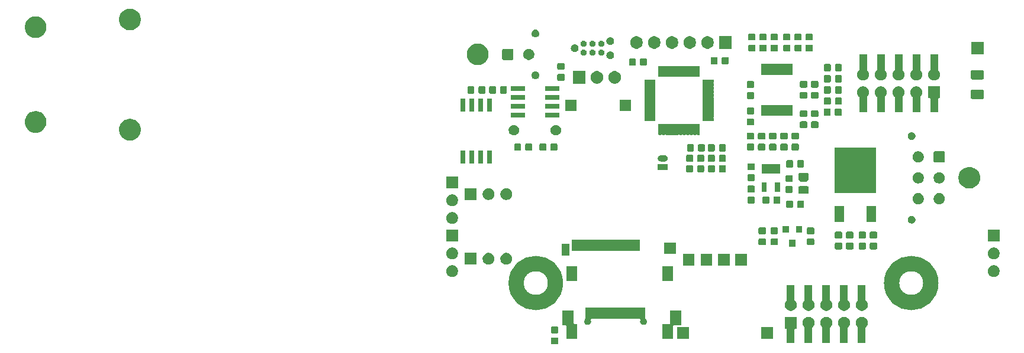
<source format=gbr>
G04 #@! TF.GenerationSoftware,KiCad,Pcbnew,5.1.5+dfsg1-2build2*
G04 #@! TF.CreationDate,2021-11-24T23:00:56+01:00*
G04 #@! TF.ProjectId,mre_addon_v2,6d72655f-6164-4646-9f6e-5f76322e6b69,V2.0*
G04 #@! TF.SameCoordinates,Original*
G04 #@! TF.FileFunction,Soldermask,Top*
G04 #@! TF.FilePolarity,Negative*
%FSLAX46Y46*%
G04 Gerber Fmt 4.6, Leading zero omitted, Abs format (unit mm)*
G04 Created by KiCad (PCBNEW 5.1.5+dfsg1-2build2) date 2021-11-24 23:00:56*
%MOMM*%
%LPD*%
G04 APERTURE LIST*
%ADD10C,2.200000*%
%ADD11C,0.100000*%
G04 APERTURE END LIST*
D10*
X145000000Y-162700000D02*
G75*
G03X145000000Y-162700000I-2800000J0D01*
G01*
X91301785Y-162700000D02*
G75*
G03X91301785Y-162700000I-2801785J0D01*
G01*
D11*
G36*
X91579591Y-170503085D02*
G01*
X91613569Y-170513393D01*
X91644890Y-170530134D01*
X91672339Y-170552661D01*
X91694866Y-170580110D01*
X91711607Y-170611431D01*
X91721915Y-170645409D01*
X91726000Y-170686890D01*
X91726000Y-171288110D01*
X91721915Y-171329591D01*
X91711607Y-171363569D01*
X91694866Y-171394890D01*
X91672339Y-171422339D01*
X91644890Y-171444866D01*
X91613569Y-171461607D01*
X91579591Y-171471915D01*
X91538110Y-171476000D01*
X90861890Y-171476000D01*
X90820409Y-171471915D01*
X90786431Y-171461607D01*
X90755110Y-171444866D01*
X90727661Y-171422339D01*
X90705134Y-171394890D01*
X90688393Y-171363569D01*
X90678085Y-171329591D01*
X90674000Y-171288110D01*
X90674000Y-170686890D01*
X90678085Y-170645409D01*
X90688393Y-170611431D01*
X90705134Y-170580110D01*
X90727661Y-170552661D01*
X90755110Y-170530134D01*
X90786431Y-170513393D01*
X90820409Y-170503085D01*
X90861890Y-170499000D01*
X91538110Y-170499000D01*
X91579591Y-170503085D01*
G37*
G36*
X135381308Y-167560763D02*
G01*
X135536180Y-167624913D01*
X135675561Y-167718045D01*
X135794095Y-167836579D01*
X135887227Y-167975960D01*
X135951377Y-168130832D01*
X135984080Y-168295244D01*
X135984080Y-168462876D01*
X135951377Y-168627288D01*
X135887227Y-168782160D01*
X135794095Y-168921541D01*
X135715606Y-169000030D01*
X135700066Y-169018966D01*
X135688515Y-169040577D01*
X135681402Y-169064026D01*
X135679000Y-169088412D01*
X135679000Y-171257600D01*
X134577000Y-171257600D01*
X134577000Y-169078252D01*
X134574598Y-169053866D01*
X134567485Y-169030417D01*
X134555934Y-169008806D01*
X134540394Y-168989870D01*
X134472065Y-168921541D01*
X134378933Y-168782160D01*
X134314783Y-168627288D01*
X134282080Y-168462876D01*
X134282080Y-168295244D01*
X134314783Y-168130832D01*
X134378933Y-167975960D01*
X134472065Y-167836579D01*
X134590599Y-167718045D01*
X134729980Y-167624913D01*
X134884852Y-167560763D01*
X135049264Y-167528060D01*
X135216896Y-167528060D01*
X135381308Y-167560763D01*
G37*
G36*
X132841308Y-167560763D02*
G01*
X132996180Y-167624913D01*
X133135561Y-167718045D01*
X133254095Y-167836579D01*
X133347227Y-167975960D01*
X133411377Y-168130832D01*
X133444080Y-168295244D01*
X133444080Y-168462876D01*
X133411377Y-168627288D01*
X133347227Y-168782160D01*
X133254095Y-168921541D01*
X133175606Y-169000030D01*
X133160066Y-169018966D01*
X133148515Y-169040577D01*
X133141402Y-169064026D01*
X133139000Y-169088412D01*
X133139000Y-171257600D01*
X132037000Y-171257600D01*
X132037000Y-169078252D01*
X132034598Y-169053866D01*
X132027485Y-169030417D01*
X132015934Y-169008806D01*
X132000394Y-168989870D01*
X131932065Y-168921541D01*
X131838933Y-168782160D01*
X131774783Y-168627288D01*
X131742080Y-168462876D01*
X131742080Y-168295244D01*
X131774783Y-168130832D01*
X131838933Y-167975960D01*
X131932065Y-167836579D01*
X132050599Y-167718045D01*
X132189980Y-167624913D01*
X132344852Y-167560763D01*
X132509264Y-167528060D01*
X132676896Y-167528060D01*
X132841308Y-167560763D01*
G37*
G36*
X130301308Y-167560763D02*
G01*
X130456180Y-167624913D01*
X130595561Y-167718045D01*
X130714095Y-167836579D01*
X130807227Y-167975960D01*
X130871377Y-168130832D01*
X130904080Y-168295244D01*
X130904080Y-168462876D01*
X130871377Y-168627288D01*
X130807227Y-168782160D01*
X130714095Y-168921541D01*
X130635606Y-169000030D01*
X130620066Y-169018966D01*
X130608515Y-169040577D01*
X130601402Y-169064026D01*
X130599000Y-169088412D01*
X130599000Y-171257600D01*
X129497000Y-171257600D01*
X129497000Y-169078252D01*
X129494598Y-169053866D01*
X129487485Y-169030417D01*
X129475934Y-169008806D01*
X129460394Y-168989870D01*
X129392065Y-168921541D01*
X129298933Y-168782160D01*
X129234783Y-168627288D01*
X129202080Y-168462876D01*
X129202080Y-168295244D01*
X129234783Y-168130832D01*
X129298933Y-167975960D01*
X129392065Y-167836579D01*
X129510599Y-167718045D01*
X129649980Y-167624913D01*
X129804852Y-167560763D01*
X129969264Y-167528060D01*
X130136896Y-167528060D01*
X130301308Y-167560763D01*
G37*
G36*
X125824080Y-169230060D02*
G01*
X125643999Y-169230060D01*
X125619613Y-169232462D01*
X125596164Y-169239575D01*
X125574553Y-169251126D01*
X125555611Y-169266671D01*
X125540066Y-169285613D01*
X125528515Y-169307224D01*
X125521402Y-169330673D01*
X125519000Y-169355059D01*
X125519000Y-171257600D01*
X124417000Y-171257600D01*
X124417000Y-169355059D01*
X124414598Y-169330673D01*
X124407485Y-169307224D01*
X124395934Y-169285613D01*
X124380389Y-169266671D01*
X124361447Y-169251126D01*
X124339836Y-169239575D01*
X124316387Y-169232462D01*
X124292001Y-169230060D01*
X124122080Y-169230060D01*
X124122080Y-167528060D01*
X125824080Y-167528060D01*
X125824080Y-169230060D01*
G37*
G36*
X127761308Y-167560763D02*
G01*
X127916180Y-167624913D01*
X128055561Y-167718045D01*
X128174095Y-167836579D01*
X128267227Y-167975960D01*
X128331377Y-168130832D01*
X128364080Y-168295244D01*
X128364080Y-168462876D01*
X128331377Y-168627288D01*
X128267227Y-168782160D01*
X128174095Y-168921541D01*
X128095606Y-169000030D01*
X128080066Y-169018966D01*
X128068515Y-169040577D01*
X128061402Y-169064026D01*
X128059000Y-169088412D01*
X128059000Y-171257600D01*
X126957000Y-171257600D01*
X126957000Y-169078252D01*
X126954598Y-169053866D01*
X126947485Y-169030417D01*
X126935934Y-169008806D01*
X126920394Y-168989870D01*
X126852065Y-168921541D01*
X126758933Y-168782160D01*
X126694783Y-168627288D01*
X126662080Y-168462876D01*
X126662080Y-168295244D01*
X126694783Y-168130832D01*
X126758933Y-167975960D01*
X126852065Y-167836579D01*
X126970599Y-167718045D01*
X127109980Y-167624913D01*
X127264852Y-167560763D01*
X127429264Y-167528060D01*
X127596896Y-167528060D01*
X127761308Y-167560763D01*
G37*
G36*
X122466200Y-170731200D02*
G01*
X120764200Y-170731200D01*
X120764200Y-169029200D01*
X122466200Y-169029200D01*
X122466200Y-170731200D01*
G37*
G36*
X110401200Y-170731200D02*
G01*
X108699200Y-170731200D01*
X108699200Y-169029200D01*
X110401200Y-169029200D01*
X110401200Y-170731200D01*
G37*
G36*
X109327000Y-168747000D02*
G01*
X108285999Y-168747000D01*
X108261613Y-168749402D01*
X108238164Y-168756515D01*
X108216553Y-168768066D01*
X108197611Y-168783611D01*
X108182066Y-168802553D01*
X108170515Y-168824164D01*
X108163402Y-168847613D01*
X108161000Y-168871999D01*
X108161000Y-170686000D01*
X106609000Y-170686000D01*
X106609000Y-168584000D01*
X107576001Y-168584000D01*
X107600387Y-168581598D01*
X107623836Y-168574485D01*
X107645447Y-168562934D01*
X107664389Y-168547389D01*
X107679934Y-168528447D01*
X107691485Y-168506836D01*
X107698598Y-168483387D01*
X107701000Y-168459001D01*
X107701000Y-166613000D01*
X109327000Y-166613000D01*
X109327000Y-168747000D01*
G37*
G36*
X93927000Y-168459001D02*
G01*
X93929402Y-168483387D01*
X93936515Y-168506836D01*
X93948066Y-168528447D01*
X93963611Y-168547389D01*
X93982553Y-168562934D01*
X94004164Y-168574485D01*
X94027613Y-168581598D01*
X94051999Y-168584000D01*
X94411000Y-168584000D01*
X94411000Y-170686000D01*
X92859000Y-170686000D01*
X92859000Y-168871999D01*
X92856598Y-168847613D01*
X92849485Y-168824164D01*
X92837934Y-168802553D01*
X92822389Y-168783611D01*
X92803447Y-168768066D01*
X92781836Y-168756515D01*
X92758387Y-168749402D01*
X92734001Y-168747000D01*
X92301000Y-168747000D01*
X92301000Y-166613000D01*
X93927000Y-166613000D01*
X93927000Y-168459001D01*
G37*
G36*
X91579591Y-168928085D02*
G01*
X91613569Y-168938393D01*
X91644890Y-168955134D01*
X91672339Y-168977661D01*
X91694866Y-169005110D01*
X91711607Y-169036431D01*
X91721915Y-169070409D01*
X91726000Y-169111890D01*
X91726000Y-169713110D01*
X91721915Y-169754591D01*
X91711607Y-169788569D01*
X91694866Y-169819890D01*
X91672339Y-169847339D01*
X91644890Y-169869866D01*
X91613569Y-169886607D01*
X91579591Y-169896915D01*
X91538110Y-169901000D01*
X90861890Y-169901000D01*
X90820409Y-169896915D01*
X90786431Y-169886607D01*
X90755110Y-169869866D01*
X90727661Y-169847339D01*
X90705134Y-169819890D01*
X90688393Y-169788569D01*
X90678085Y-169754591D01*
X90674000Y-169713110D01*
X90674000Y-169111890D01*
X90678085Y-169070409D01*
X90688393Y-169036431D01*
X90705134Y-169005110D01*
X90727661Y-168977661D01*
X90755110Y-168955134D01*
X90786431Y-168938393D01*
X90820409Y-168928085D01*
X90861890Y-168924000D01*
X91538110Y-168924000D01*
X91579591Y-168928085D01*
G37*
G36*
X104161000Y-167709294D02*
G01*
X104163402Y-167733680D01*
X104170515Y-167757129D01*
X104182066Y-167778740D01*
X104197611Y-167797682D01*
X104216550Y-167813224D01*
X104229863Y-167822120D01*
X104298880Y-167891137D01*
X104353107Y-167972293D01*
X104390459Y-168062468D01*
X104409500Y-168158197D01*
X104409500Y-168255803D01*
X104390459Y-168351532D01*
X104353107Y-168441707D01*
X104298880Y-168522863D01*
X104229863Y-168591880D01*
X104148707Y-168646107D01*
X104058532Y-168683459D01*
X103962803Y-168702500D01*
X103865197Y-168702500D01*
X103769468Y-168683459D01*
X103679293Y-168646107D01*
X103598137Y-168591880D01*
X103529120Y-168522863D01*
X103474893Y-168441707D01*
X103437541Y-168351532D01*
X103418500Y-168255803D01*
X103418500Y-168158197D01*
X103437541Y-168062468D01*
X103459760Y-168008826D01*
X103466871Y-167985385D01*
X103469273Y-167960999D01*
X103466871Y-167936613D01*
X103459758Y-167913164D01*
X103448207Y-167891553D01*
X103432661Y-167872611D01*
X103413719Y-167857066D01*
X103392109Y-167845515D01*
X103368660Y-167838402D01*
X103344274Y-167836000D01*
X96483726Y-167836000D01*
X96459340Y-167838402D01*
X96435891Y-167845515D01*
X96414280Y-167857066D01*
X96395338Y-167872611D01*
X96379793Y-167891553D01*
X96368242Y-167913164D01*
X96361129Y-167936613D01*
X96358727Y-167960999D01*
X96361129Y-167985385D01*
X96368240Y-168008826D01*
X96390459Y-168062468D01*
X96409500Y-168158197D01*
X96409500Y-168255803D01*
X96390459Y-168351532D01*
X96353107Y-168441707D01*
X96298880Y-168522863D01*
X96229863Y-168591880D01*
X96148707Y-168646107D01*
X96058532Y-168683459D01*
X95962803Y-168702500D01*
X95865197Y-168702500D01*
X95769468Y-168683459D01*
X95679293Y-168646107D01*
X95598137Y-168591880D01*
X95529120Y-168522863D01*
X95474893Y-168441707D01*
X95437541Y-168351532D01*
X95418500Y-168255803D01*
X95418500Y-168158197D01*
X95437541Y-168062468D01*
X95474893Y-167972293D01*
X95529120Y-167891137D01*
X95534405Y-167883227D01*
X95537934Y-167878927D01*
X95549485Y-167857316D01*
X95556598Y-167833867D01*
X95559000Y-167809481D01*
X95559000Y-166234000D01*
X104161000Y-166234000D01*
X104161000Y-167709294D01*
G37*
G36*
X135679000Y-165129708D02*
G01*
X135681402Y-165154094D01*
X135688515Y-165177543D01*
X135700066Y-165199154D01*
X135715606Y-165218090D01*
X135794095Y-165296579D01*
X135887227Y-165435960D01*
X135951377Y-165590832D01*
X135984080Y-165755244D01*
X135984080Y-165922876D01*
X135951377Y-166087288D01*
X135887227Y-166242160D01*
X135794095Y-166381541D01*
X135675561Y-166500075D01*
X135536180Y-166593207D01*
X135381308Y-166657357D01*
X135216896Y-166690060D01*
X135049264Y-166690060D01*
X134884852Y-166657357D01*
X134729980Y-166593207D01*
X134590599Y-166500075D01*
X134472065Y-166381541D01*
X134378933Y-166242160D01*
X134314783Y-166087288D01*
X134282080Y-165922876D01*
X134282080Y-165755244D01*
X134314783Y-165590832D01*
X134378933Y-165435960D01*
X134472065Y-165296579D01*
X134540394Y-165228250D01*
X134555934Y-165209314D01*
X134567485Y-165187703D01*
X134574598Y-165164254D01*
X134577000Y-165139868D01*
X134577000Y-162955600D01*
X135679000Y-162955600D01*
X135679000Y-165129708D01*
G37*
G36*
X128059000Y-165129708D02*
G01*
X128061402Y-165154094D01*
X128068515Y-165177543D01*
X128080066Y-165199154D01*
X128095606Y-165218090D01*
X128174095Y-165296579D01*
X128267227Y-165435960D01*
X128331377Y-165590832D01*
X128364080Y-165755244D01*
X128364080Y-165922876D01*
X128331377Y-166087288D01*
X128267227Y-166242160D01*
X128174095Y-166381541D01*
X128055561Y-166500075D01*
X127916180Y-166593207D01*
X127761308Y-166657357D01*
X127596896Y-166690060D01*
X127429264Y-166690060D01*
X127264852Y-166657357D01*
X127109980Y-166593207D01*
X126970599Y-166500075D01*
X126852065Y-166381541D01*
X126758933Y-166242160D01*
X126694783Y-166087288D01*
X126662080Y-165922876D01*
X126662080Y-165755244D01*
X126694783Y-165590832D01*
X126758933Y-165435960D01*
X126852065Y-165296579D01*
X126920394Y-165228250D01*
X126935934Y-165209314D01*
X126947485Y-165187703D01*
X126954598Y-165164254D01*
X126957000Y-165139868D01*
X126957000Y-162955600D01*
X128059000Y-162955600D01*
X128059000Y-165129708D01*
G37*
G36*
X133139000Y-165129708D02*
G01*
X133141402Y-165154094D01*
X133148515Y-165177543D01*
X133160066Y-165199154D01*
X133175606Y-165218090D01*
X133254095Y-165296579D01*
X133347227Y-165435960D01*
X133411377Y-165590832D01*
X133444080Y-165755244D01*
X133444080Y-165922876D01*
X133411377Y-166087288D01*
X133347227Y-166242160D01*
X133254095Y-166381541D01*
X133135561Y-166500075D01*
X132996180Y-166593207D01*
X132841308Y-166657357D01*
X132676896Y-166690060D01*
X132509264Y-166690060D01*
X132344852Y-166657357D01*
X132189980Y-166593207D01*
X132050599Y-166500075D01*
X131932065Y-166381541D01*
X131838933Y-166242160D01*
X131774783Y-166087288D01*
X131742080Y-165922876D01*
X131742080Y-165755244D01*
X131774783Y-165590832D01*
X131838933Y-165435960D01*
X131932065Y-165296579D01*
X132000394Y-165228250D01*
X132015934Y-165209314D01*
X132027485Y-165187703D01*
X132034598Y-165164254D01*
X132037000Y-165139868D01*
X132037000Y-162955600D01*
X133139000Y-162955600D01*
X133139000Y-165129708D01*
G37*
G36*
X130599000Y-165129708D02*
G01*
X130601402Y-165154094D01*
X130608515Y-165177543D01*
X130620066Y-165199154D01*
X130635606Y-165218090D01*
X130714095Y-165296579D01*
X130807227Y-165435960D01*
X130871377Y-165590832D01*
X130904080Y-165755244D01*
X130904080Y-165922876D01*
X130871377Y-166087288D01*
X130807227Y-166242160D01*
X130714095Y-166381541D01*
X130595561Y-166500075D01*
X130456180Y-166593207D01*
X130301308Y-166657357D01*
X130136896Y-166690060D01*
X129969264Y-166690060D01*
X129804852Y-166657357D01*
X129649980Y-166593207D01*
X129510599Y-166500075D01*
X129392065Y-166381541D01*
X129298933Y-166242160D01*
X129234783Y-166087288D01*
X129202080Y-165922876D01*
X129202080Y-165755244D01*
X129234783Y-165590832D01*
X129298933Y-165435960D01*
X129392065Y-165296579D01*
X129460394Y-165228250D01*
X129475934Y-165209314D01*
X129487485Y-165187703D01*
X129494598Y-165164254D01*
X129497000Y-165139868D01*
X129497000Y-162955600D01*
X130599000Y-162955600D01*
X130599000Y-165129708D01*
G37*
G36*
X125519000Y-165129708D02*
G01*
X125521402Y-165154094D01*
X125528515Y-165177543D01*
X125540066Y-165199154D01*
X125555606Y-165218090D01*
X125634095Y-165296579D01*
X125727227Y-165435960D01*
X125791377Y-165590832D01*
X125824080Y-165755244D01*
X125824080Y-165922876D01*
X125791377Y-166087288D01*
X125727227Y-166242160D01*
X125634095Y-166381541D01*
X125515561Y-166500075D01*
X125376180Y-166593207D01*
X125221308Y-166657357D01*
X125056896Y-166690060D01*
X124889264Y-166690060D01*
X124724852Y-166657357D01*
X124569980Y-166593207D01*
X124430599Y-166500075D01*
X124312065Y-166381541D01*
X124218933Y-166242160D01*
X124154783Y-166087288D01*
X124122080Y-165922876D01*
X124122080Y-165755244D01*
X124154783Y-165590832D01*
X124218933Y-165435960D01*
X124312065Y-165296579D01*
X124380394Y-165228250D01*
X124395934Y-165209314D01*
X124407485Y-165187703D01*
X124414598Y-165164254D01*
X124417000Y-165139868D01*
X124417000Y-162955600D01*
X125519000Y-162955600D01*
X125519000Y-165129708D01*
G37*
G36*
X108161000Y-162386000D02*
G01*
X106609000Y-162386000D01*
X106609000Y-160284000D01*
X108161000Y-160284000D01*
X108161000Y-162386000D01*
G37*
G36*
X94411000Y-162386000D02*
G01*
X92859000Y-162386000D01*
X92859000Y-160284000D01*
X94411000Y-160284000D01*
X94411000Y-162386000D01*
G37*
G36*
X76778428Y-160171903D02*
G01*
X76933300Y-160236053D01*
X77072681Y-160329185D01*
X77191215Y-160447719D01*
X77284347Y-160587100D01*
X77348497Y-160741972D01*
X77381200Y-160906384D01*
X77381200Y-161074016D01*
X77348497Y-161238428D01*
X77284347Y-161393300D01*
X77191215Y-161532681D01*
X77072681Y-161651215D01*
X76933300Y-161744347D01*
X76778428Y-161808497D01*
X76614016Y-161841200D01*
X76446384Y-161841200D01*
X76281972Y-161808497D01*
X76127100Y-161744347D01*
X75987719Y-161651215D01*
X75869185Y-161532681D01*
X75776053Y-161393300D01*
X75711903Y-161238428D01*
X75679200Y-161074016D01*
X75679200Y-160906384D01*
X75711903Y-160741972D01*
X75776053Y-160587100D01*
X75869185Y-160447719D01*
X75987719Y-160329185D01*
X76127100Y-160236053D01*
X76281972Y-160171903D01*
X76446384Y-160139200D01*
X76614016Y-160139200D01*
X76778428Y-160171903D01*
G37*
G36*
X154248428Y-160171903D02*
G01*
X154403300Y-160236053D01*
X154542681Y-160329185D01*
X154661215Y-160447719D01*
X154754347Y-160587100D01*
X154818497Y-160741972D01*
X154851200Y-160906384D01*
X154851200Y-161074016D01*
X154818497Y-161238428D01*
X154754347Y-161393300D01*
X154661215Y-161532681D01*
X154542681Y-161651215D01*
X154403300Y-161744347D01*
X154248428Y-161808497D01*
X154084016Y-161841200D01*
X153916384Y-161841200D01*
X153751972Y-161808497D01*
X153597100Y-161744347D01*
X153457719Y-161651215D01*
X153339185Y-161532681D01*
X153246053Y-161393300D01*
X153181903Y-161238428D01*
X153149200Y-161074016D01*
X153149200Y-160906384D01*
X153181903Y-160741972D01*
X153246053Y-160587100D01*
X153339185Y-160447719D01*
X153457719Y-160329185D01*
X153597100Y-160236053D01*
X153751972Y-160171903D01*
X153916384Y-160139200D01*
X154084016Y-160139200D01*
X154248428Y-160171903D01*
G37*
G36*
X116251600Y-160211800D02*
G01*
X114549600Y-160211800D01*
X114549600Y-158509800D01*
X116251600Y-158509800D01*
X116251600Y-160211800D01*
G37*
G36*
X118751600Y-160211800D02*
G01*
X117049600Y-160211800D01*
X117049600Y-158509800D01*
X118751600Y-158509800D01*
X118751600Y-160211800D01*
G37*
G36*
X113713600Y-160173800D02*
G01*
X112087600Y-160173800D01*
X112087600Y-158547800D01*
X113713600Y-158547800D01*
X113713600Y-160173800D01*
G37*
G36*
X111213600Y-160173800D02*
G01*
X109587600Y-160173800D01*
X109587600Y-158547800D01*
X111213600Y-158547800D01*
X111213600Y-160173800D01*
G37*
G36*
X84525428Y-158393903D02*
G01*
X84680300Y-158458053D01*
X84819681Y-158551185D01*
X84938215Y-158669719D01*
X85031347Y-158809100D01*
X85095497Y-158963972D01*
X85128200Y-159128384D01*
X85128200Y-159296016D01*
X85095497Y-159460428D01*
X85031347Y-159615300D01*
X84938215Y-159754681D01*
X84819681Y-159873215D01*
X84680300Y-159966347D01*
X84525428Y-160030497D01*
X84361016Y-160063200D01*
X84193384Y-160063200D01*
X84028972Y-160030497D01*
X83874100Y-159966347D01*
X83734719Y-159873215D01*
X83616185Y-159754681D01*
X83523053Y-159615300D01*
X83458903Y-159460428D01*
X83426200Y-159296016D01*
X83426200Y-159128384D01*
X83458903Y-158963972D01*
X83523053Y-158809100D01*
X83616185Y-158669719D01*
X83734719Y-158551185D01*
X83874100Y-158458053D01*
X84028972Y-158393903D01*
X84193384Y-158361200D01*
X84361016Y-158361200D01*
X84525428Y-158393903D01*
G37*
G36*
X81985428Y-158393903D02*
G01*
X82140300Y-158458053D01*
X82279681Y-158551185D01*
X82398215Y-158669719D01*
X82491347Y-158809100D01*
X82555497Y-158963972D01*
X82588200Y-159128384D01*
X82588200Y-159296016D01*
X82555497Y-159460428D01*
X82491347Y-159615300D01*
X82398215Y-159754681D01*
X82279681Y-159873215D01*
X82140300Y-159966347D01*
X81985428Y-160030497D01*
X81821016Y-160063200D01*
X81653384Y-160063200D01*
X81488972Y-160030497D01*
X81334100Y-159966347D01*
X81194719Y-159873215D01*
X81076185Y-159754681D01*
X80983053Y-159615300D01*
X80918903Y-159460428D01*
X80886200Y-159296016D01*
X80886200Y-159128384D01*
X80918903Y-158963972D01*
X80983053Y-158809100D01*
X81076185Y-158669719D01*
X81194719Y-158551185D01*
X81334100Y-158458053D01*
X81488972Y-158393903D01*
X81653384Y-158361200D01*
X81821016Y-158361200D01*
X81985428Y-158393903D01*
G37*
G36*
X80048200Y-160063200D02*
G01*
X78346200Y-160063200D01*
X78346200Y-158361200D01*
X80048200Y-158361200D01*
X80048200Y-160063200D01*
G37*
G36*
X154248428Y-157631903D02*
G01*
X154403300Y-157696053D01*
X154542681Y-157789185D01*
X154661215Y-157907719D01*
X154754347Y-158047100D01*
X154818497Y-158201972D01*
X154851200Y-158366384D01*
X154851200Y-158534016D01*
X154818497Y-158698428D01*
X154754347Y-158853300D01*
X154661215Y-158992681D01*
X154542681Y-159111215D01*
X154403300Y-159204347D01*
X154248428Y-159268497D01*
X154084016Y-159301200D01*
X153916384Y-159301200D01*
X153751972Y-159268497D01*
X153597100Y-159204347D01*
X153457719Y-159111215D01*
X153339185Y-158992681D01*
X153246053Y-158853300D01*
X153181903Y-158698428D01*
X153149200Y-158534016D01*
X153149200Y-158366384D01*
X153181903Y-158201972D01*
X153246053Y-158047100D01*
X153339185Y-157907719D01*
X153457719Y-157789185D01*
X153597100Y-157696053D01*
X153751972Y-157631903D01*
X153916384Y-157599200D01*
X154084016Y-157599200D01*
X154248428Y-157631903D01*
G37*
G36*
X76778428Y-157631903D02*
G01*
X76933300Y-157696053D01*
X77072681Y-157789185D01*
X77191215Y-157907719D01*
X77284347Y-158047100D01*
X77348497Y-158201972D01*
X77381200Y-158366384D01*
X77381200Y-158534016D01*
X77348497Y-158698428D01*
X77284347Y-158853300D01*
X77191215Y-158992681D01*
X77072681Y-159111215D01*
X76933300Y-159204347D01*
X76778428Y-159268497D01*
X76614016Y-159301200D01*
X76446384Y-159301200D01*
X76281972Y-159268497D01*
X76127100Y-159204347D01*
X75987719Y-159111215D01*
X75869185Y-158992681D01*
X75776053Y-158853300D01*
X75711903Y-158698428D01*
X75679200Y-158534016D01*
X75679200Y-158366384D01*
X75711903Y-158201972D01*
X75776053Y-158047100D01*
X75869185Y-157907719D01*
X75987719Y-157789185D01*
X76127100Y-157696053D01*
X76281972Y-157631903D01*
X76446384Y-157599200D01*
X76614016Y-157599200D01*
X76778428Y-157631903D01*
G37*
G36*
X93327000Y-158720000D02*
G01*
X92209000Y-158720000D01*
X92209000Y-157094000D01*
X93327000Y-157094000D01*
X93327000Y-158720000D01*
G37*
G36*
X108508000Y-158512000D02*
G01*
X106882000Y-158512000D01*
X106882000Y-156886000D01*
X108508000Y-156886000D01*
X108508000Y-158512000D01*
G37*
G36*
X103346000Y-158120000D02*
G01*
X93682000Y-158120000D01*
X93682000Y-156494000D01*
X103346000Y-156494000D01*
X103346000Y-158120000D01*
G37*
G36*
X137179591Y-156903085D02*
G01*
X137213569Y-156913393D01*
X137244890Y-156930134D01*
X137272339Y-156952661D01*
X137294866Y-156980110D01*
X137311607Y-157011431D01*
X137321915Y-157045409D01*
X137326000Y-157086890D01*
X137326000Y-157688110D01*
X137321915Y-157729591D01*
X137311607Y-157763569D01*
X137294866Y-157794890D01*
X137272339Y-157822339D01*
X137244890Y-157844866D01*
X137213569Y-157861607D01*
X137179591Y-157871915D01*
X137138110Y-157876000D01*
X136461890Y-157876000D01*
X136420409Y-157871915D01*
X136386431Y-157861607D01*
X136355110Y-157844866D01*
X136327661Y-157822339D01*
X136305134Y-157794890D01*
X136288393Y-157763569D01*
X136278085Y-157729591D01*
X136274000Y-157688110D01*
X136274000Y-157086890D01*
X136278085Y-157045409D01*
X136288393Y-157011431D01*
X136305134Y-156980110D01*
X136327661Y-156952661D01*
X136355110Y-156930134D01*
X136386431Y-156913393D01*
X136420409Y-156903085D01*
X136461890Y-156899000D01*
X137138110Y-156899000D01*
X137179591Y-156903085D01*
G37*
G36*
X135579591Y-156903085D02*
G01*
X135613569Y-156913393D01*
X135644890Y-156930134D01*
X135672339Y-156952661D01*
X135694866Y-156980110D01*
X135711607Y-157011431D01*
X135721915Y-157045409D01*
X135726000Y-157086890D01*
X135726000Y-157688110D01*
X135721915Y-157729591D01*
X135711607Y-157763569D01*
X135694866Y-157794890D01*
X135672339Y-157822339D01*
X135644890Y-157844866D01*
X135613569Y-157861607D01*
X135579591Y-157871915D01*
X135538110Y-157876000D01*
X134861890Y-157876000D01*
X134820409Y-157871915D01*
X134786431Y-157861607D01*
X134755110Y-157844866D01*
X134727661Y-157822339D01*
X134705134Y-157794890D01*
X134688393Y-157763569D01*
X134678085Y-157729591D01*
X134674000Y-157688110D01*
X134674000Y-157086890D01*
X134678085Y-157045409D01*
X134688393Y-157011431D01*
X134705134Y-156980110D01*
X134727661Y-156952661D01*
X134755110Y-156930134D01*
X134786431Y-156913393D01*
X134820409Y-156903085D01*
X134861890Y-156899000D01*
X135538110Y-156899000D01*
X135579591Y-156903085D01*
G37*
G36*
X133779591Y-156903085D02*
G01*
X133813569Y-156913393D01*
X133844890Y-156930134D01*
X133872339Y-156952661D01*
X133894866Y-156980110D01*
X133911607Y-157011431D01*
X133921915Y-157045409D01*
X133926000Y-157086890D01*
X133926000Y-157688110D01*
X133921915Y-157729591D01*
X133911607Y-157763569D01*
X133894866Y-157794890D01*
X133872339Y-157822339D01*
X133844890Y-157844866D01*
X133813569Y-157861607D01*
X133779591Y-157871915D01*
X133738110Y-157876000D01*
X133061890Y-157876000D01*
X133020409Y-157871915D01*
X132986431Y-157861607D01*
X132955110Y-157844866D01*
X132927661Y-157822339D01*
X132905134Y-157794890D01*
X132888393Y-157763569D01*
X132878085Y-157729591D01*
X132874000Y-157688110D01*
X132874000Y-157086890D01*
X132878085Y-157045409D01*
X132888393Y-157011431D01*
X132905134Y-156980110D01*
X132927661Y-156952661D01*
X132955110Y-156930134D01*
X132986431Y-156913393D01*
X133020409Y-156903085D01*
X133061890Y-156899000D01*
X133738110Y-156899000D01*
X133779591Y-156903085D01*
G37*
G36*
X132179591Y-156903085D02*
G01*
X132213569Y-156913393D01*
X132244890Y-156930134D01*
X132272339Y-156952661D01*
X132294866Y-156980110D01*
X132311607Y-157011431D01*
X132321915Y-157045409D01*
X132326000Y-157086890D01*
X132326000Y-157688110D01*
X132321915Y-157729591D01*
X132311607Y-157763569D01*
X132294866Y-157794890D01*
X132272339Y-157822339D01*
X132244890Y-157844866D01*
X132213569Y-157861607D01*
X132179591Y-157871915D01*
X132138110Y-157876000D01*
X131461890Y-157876000D01*
X131420409Y-157871915D01*
X131386431Y-157861607D01*
X131355110Y-157844866D01*
X131327661Y-157822339D01*
X131305134Y-157794890D01*
X131288393Y-157763569D01*
X131278085Y-157729591D01*
X131274000Y-157688110D01*
X131274000Y-157086890D01*
X131278085Y-157045409D01*
X131288393Y-157011431D01*
X131305134Y-156980110D01*
X131327661Y-156952661D01*
X131355110Y-156930134D01*
X131386431Y-156913393D01*
X131420409Y-156903085D01*
X131461890Y-156899000D01*
X132138110Y-156899000D01*
X132179591Y-156903085D01*
G37*
G36*
X125651000Y-157501000D02*
G01*
X124749000Y-157501000D01*
X124749000Y-156499000D01*
X125651000Y-156499000D01*
X125651000Y-157501000D01*
G37*
G36*
X128179591Y-156303085D02*
G01*
X128213569Y-156313393D01*
X128244890Y-156330134D01*
X128272339Y-156352661D01*
X128294866Y-156380110D01*
X128311607Y-156411431D01*
X128321915Y-156445409D01*
X128326000Y-156486890D01*
X128326000Y-157088110D01*
X128321915Y-157129591D01*
X128311607Y-157163569D01*
X128294866Y-157194890D01*
X128272339Y-157222339D01*
X128244890Y-157244866D01*
X128213569Y-157261607D01*
X128179591Y-157271915D01*
X128138110Y-157276000D01*
X127461890Y-157276000D01*
X127420409Y-157271915D01*
X127386431Y-157261607D01*
X127355110Y-157244866D01*
X127327661Y-157222339D01*
X127305134Y-157194890D01*
X127288393Y-157163569D01*
X127278085Y-157129591D01*
X127274000Y-157088110D01*
X127274000Y-156486890D01*
X127278085Y-156445409D01*
X127288393Y-156411431D01*
X127305134Y-156380110D01*
X127327661Y-156352661D01*
X127355110Y-156330134D01*
X127386431Y-156313393D01*
X127420409Y-156303085D01*
X127461890Y-156299000D01*
X128138110Y-156299000D01*
X128179591Y-156303085D01*
G37*
G36*
X122991791Y-156297185D02*
G01*
X123025769Y-156307493D01*
X123057090Y-156324234D01*
X123084539Y-156346761D01*
X123107066Y-156374210D01*
X123123807Y-156405531D01*
X123134115Y-156439509D01*
X123138200Y-156480990D01*
X123138200Y-157082210D01*
X123134115Y-157123691D01*
X123123807Y-157157669D01*
X123107066Y-157188990D01*
X123084539Y-157216439D01*
X123057090Y-157238966D01*
X123025769Y-157255707D01*
X122991791Y-157266015D01*
X122950310Y-157270100D01*
X122274090Y-157270100D01*
X122232609Y-157266015D01*
X122198631Y-157255707D01*
X122167310Y-157238966D01*
X122139861Y-157216439D01*
X122117334Y-157188990D01*
X122100593Y-157157669D01*
X122090285Y-157123691D01*
X122086200Y-157082210D01*
X122086200Y-156480990D01*
X122090285Y-156439509D01*
X122100593Y-156405531D01*
X122117334Y-156374210D01*
X122139861Y-156346761D01*
X122167310Y-156324234D01*
X122198631Y-156307493D01*
X122232609Y-156297185D01*
X122274090Y-156293100D01*
X122950310Y-156293100D01*
X122991791Y-156297185D01*
G37*
G36*
X121264591Y-156297085D02*
G01*
X121298569Y-156307393D01*
X121329890Y-156324134D01*
X121357339Y-156346661D01*
X121379866Y-156374110D01*
X121396607Y-156405431D01*
X121406915Y-156439409D01*
X121411000Y-156480890D01*
X121411000Y-157082110D01*
X121406915Y-157123591D01*
X121396607Y-157157569D01*
X121379866Y-157188890D01*
X121357339Y-157216339D01*
X121329890Y-157238866D01*
X121298569Y-157255607D01*
X121264591Y-157265915D01*
X121223110Y-157270000D01*
X120546890Y-157270000D01*
X120505409Y-157265915D01*
X120471431Y-157255607D01*
X120440110Y-157238866D01*
X120412661Y-157216339D01*
X120390134Y-157188890D01*
X120373393Y-157157569D01*
X120363085Y-157123591D01*
X120359000Y-157082110D01*
X120359000Y-156480890D01*
X120363085Y-156439409D01*
X120373393Y-156405431D01*
X120390134Y-156374110D01*
X120412661Y-156346661D01*
X120440110Y-156324134D01*
X120471431Y-156307393D01*
X120505409Y-156297085D01*
X120546890Y-156293000D01*
X121223110Y-156293000D01*
X121264591Y-156297085D01*
G37*
G36*
X154851200Y-156761200D02*
G01*
X153149200Y-156761200D01*
X153149200Y-155059200D01*
X154851200Y-155059200D01*
X154851200Y-156761200D01*
G37*
G36*
X77381200Y-156761200D02*
G01*
X75679200Y-156761200D01*
X75679200Y-155059200D01*
X77381200Y-155059200D01*
X77381200Y-156761200D01*
G37*
G36*
X137179591Y-155328085D02*
G01*
X137213569Y-155338393D01*
X137244890Y-155355134D01*
X137272339Y-155377661D01*
X137294866Y-155405110D01*
X137311607Y-155436431D01*
X137321915Y-155470409D01*
X137326000Y-155511890D01*
X137326000Y-156113110D01*
X137321915Y-156154591D01*
X137311607Y-156188569D01*
X137294866Y-156219890D01*
X137272339Y-156247339D01*
X137244890Y-156269866D01*
X137213569Y-156286607D01*
X137179591Y-156296915D01*
X137138110Y-156301000D01*
X136461890Y-156301000D01*
X136420409Y-156296915D01*
X136386431Y-156286607D01*
X136355110Y-156269866D01*
X136327661Y-156247339D01*
X136305134Y-156219890D01*
X136288393Y-156188569D01*
X136278085Y-156154591D01*
X136274000Y-156113110D01*
X136274000Y-155511890D01*
X136278085Y-155470409D01*
X136288393Y-155436431D01*
X136305134Y-155405110D01*
X136327661Y-155377661D01*
X136355110Y-155355134D01*
X136386431Y-155338393D01*
X136420409Y-155328085D01*
X136461890Y-155324000D01*
X137138110Y-155324000D01*
X137179591Y-155328085D01*
G37*
G36*
X132179591Y-155328085D02*
G01*
X132213569Y-155338393D01*
X132244890Y-155355134D01*
X132272339Y-155377661D01*
X132294866Y-155405110D01*
X132311607Y-155436431D01*
X132321915Y-155470409D01*
X132326000Y-155511890D01*
X132326000Y-156113110D01*
X132321915Y-156154591D01*
X132311607Y-156188569D01*
X132294866Y-156219890D01*
X132272339Y-156247339D01*
X132244890Y-156269866D01*
X132213569Y-156286607D01*
X132179591Y-156296915D01*
X132138110Y-156301000D01*
X131461890Y-156301000D01*
X131420409Y-156296915D01*
X131386431Y-156286607D01*
X131355110Y-156269866D01*
X131327661Y-156247339D01*
X131305134Y-156219890D01*
X131288393Y-156188569D01*
X131278085Y-156154591D01*
X131274000Y-156113110D01*
X131274000Y-155511890D01*
X131278085Y-155470409D01*
X131288393Y-155436431D01*
X131305134Y-155405110D01*
X131327661Y-155377661D01*
X131355110Y-155355134D01*
X131386431Y-155338393D01*
X131420409Y-155328085D01*
X131461890Y-155324000D01*
X132138110Y-155324000D01*
X132179591Y-155328085D01*
G37*
G36*
X133779591Y-155328085D02*
G01*
X133813569Y-155338393D01*
X133844890Y-155355134D01*
X133872339Y-155377661D01*
X133894866Y-155405110D01*
X133911607Y-155436431D01*
X133921915Y-155470409D01*
X133926000Y-155511890D01*
X133926000Y-156113110D01*
X133921915Y-156154591D01*
X133911607Y-156188569D01*
X133894866Y-156219890D01*
X133872339Y-156247339D01*
X133844890Y-156269866D01*
X133813569Y-156286607D01*
X133779591Y-156296915D01*
X133738110Y-156301000D01*
X133061890Y-156301000D01*
X133020409Y-156296915D01*
X132986431Y-156286607D01*
X132955110Y-156269866D01*
X132927661Y-156247339D01*
X132905134Y-156219890D01*
X132888393Y-156188569D01*
X132878085Y-156154591D01*
X132874000Y-156113110D01*
X132874000Y-155511890D01*
X132878085Y-155470409D01*
X132888393Y-155436431D01*
X132905134Y-155405110D01*
X132927661Y-155377661D01*
X132955110Y-155355134D01*
X132986431Y-155338393D01*
X133020409Y-155328085D01*
X133061890Y-155324000D01*
X133738110Y-155324000D01*
X133779591Y-155328085D01*
G37*
G36*
X135579591Y-155328085D02*
G01*
X135613569Y-155338393D01*
X135644890Y-155355134D01*
X135672339Y-155377661D01*
X135694866Y-155405110D01*
X135711607Y-155436431D01*
X135721915Y-155470409D01*
X135726000Y-155511890D01*
X135726000Y-156113110D01*
X135721915Y-156154591D01*
X135711607Y-156188569D01*
X135694866Y-156219890D01*
X135672339Y-156247339D01*
X135644890Y-156269866D01*
X135613569Y-156286607D01*
X135579591Y-156296915D01*
X135538110Y-156301000D01*
X134861890Y-156301000D01*
X134820409Y-156296915D01*
X134786431Y-156286607D01*
X134755110Y-156269866D01*
X134727661Y-156247339D01*
X134705134Y-156219890D01*
X134688393Y-156188569D01*
X134678085Y-156154591D01*
X134674000Y-156113110D01*
X134674000Y-155511890D01*
X134678085Y-155470409D01*
X134688393Y-155436431D01*
X134705134Y-155405110D01*
X134727661Y-155377661D01*
X134755110Y-155355134D01*
X134786431Y-155338393D01*
X134820409Y-155328085D01*
X134861890Y-155324000D01*
X135538110Y-155324000D01*
X135579591Y-155328085D01*
G37*
G36*
X128179591Y-154728085D02*
G01*
X128213569Y-154738393D01*
X128244890Y-154755134D01*
X128272339Y-154777661D01*
X128294866Y-154805110D01*
X128311607Y-154836431D01*
X128321915Y-154870409D01*
X128326000Y-154911890D01*
X128326000Y-155513110D01*
X128321915Y-155554591D01*
X128311607Y-155588569D01*
X128294866Y-155619890D01*
X128272339Y-155647339D01*
X128244890Y-155669866D01*
X128213569Y-155686607D01*
X128179591Y-155696915D01*
X128138110Y-155701000D01*
X127461890Y-155701000D01*
X127420409Y-155696915D01*
X127386431Y-155686607D01*
X127355110Y-155669866D01*
X127327661Y-155647339D01*
X127305134Y-155619890D01*
X127288393Y-155588569D01*
X127278085Y-155554591D01*
X127274000Y-155513110D01*
X127274000Y-154911890D01*
X127278085Y-154870409D01*
X127288393Y-154836431D01*
X127305134Y-154805110D01*
X127327661Y-154777661D01*
X127355110Y-154755134D01*
X127386431Y-154738393D01*
X127420409Y-154728085D01*
X127461890Y-154724000D01*
X128138110Y-154724000D01*
X128179591Y-154728085D01*
G37*
G36*
X122991791Y-154722185D02*
G01*
X123025769Y-154732493D01*
X123057090Y-154749234D01*
X123084539Y-154771761D01*
X123107066Y-154799210D01*
X123123807Y-154830531D01*
X123134115Y-154864509D01*
X123138200Y-154905990D01*
X123138200Y-155507210D01*
X123134115Y-155548691D01*
X123123807Y-155582669D01*
X123107066Y-155613990D01*
X123084539Y-155641439D01*
X123057090Y-155663966D01*
X123025769Y-155680707D01*
X122991791Y-155691015D01*
X122950310Y-155695100D01*
X122274090Y-155695100D01*
X122232609Y-155691015D01*
X122198631Y-155680707D01*
X122167310Y-155663966D01*
X122139861Y-155641439D01*
X122117334Y-155613990D01*
X122100593Y-155582669D01*
X122090285Y-155548691D01*
X122086200Y-155507210D01*
X122086200Y-154905990D01*
X122090285Y-154864509D01*
X122100593Y-154830531D01*
X122117334Y-154799210D01*
X122139861Y-154771761D01*
X122167310Y-154749234D01*
X122198631Y-154732493D01*
X122232609Y-154722185D01*
X122274090Y-154718100D01*
X122950310Y-154718100D01*
X122991791Y-154722185D01*
G37*
G36*
X121264591Y-154722085D02*
G01*
X121298569Y-154732393D01*
X121329890Y-154749134D01*
X121357339Y-154771661D01*
X121379866Y-154799110D01*
X121396607Y-154830431D01*
X121406915Y-154864409D01*
X121411000Y-154905890D01*
X121411000Y-155507110D01*
X121406915Y-155548591D01*
X121396607Y-155582569D01*
X121379866Y-155613890D01*
X121357339Y-155641339D01*
X121329890Y-155663866D01*
X121298569Y-155680607D01*
X121264591Y-155690915D01*
X121223110Y-155695000D01*
X120546890Y-155695000D01*
X120505409Y-155690915D01*
X120471431Y-155680607D01*
X120440110Y-155663866D01*
X120412661Y-155641339D01*
X120390134Y-155613890D01*
X120373393Y-155582569D01*
X120363085Y-155548591D01*
X120359000Y-155507110D01*
X120359000Y-154905890D01*
X120363085Y-154864409D01*
X120373393Y-154830431D01*
X120390134Y-154799110D01*
X120412661Y-154771661D01*
X120440110Y-154749134D01*
X120471431Y-154732393D01*
X120505409Y-154722085D01*
X120546890Y-154718000D01*
X121223110Y-154718000D01*
X121264591Y-154722085D01*
G37*
G36*
X126601000Y-155501000D02*
G01*
X125699000Y-155501000D01*
X125699000Y-154499000D01*
X126601000Y-154499000D01*
X126601000Y-155501000D01*
G37*
G36*
X124701000Y-155501000D02*
G01*
X123799000Y-155501000D01*
X123799000Y-154499000D01*
X124701000Y-154499000D01*
X124701000Y-155501000D01*
G37*
G36*
X76778428Y-152551903D02*
G01*
X76933300Y-152616053D01*
X77072681Y-152709185D01*
X77191215Y-152827719D01*
X77284347Y-152967100D01*
X77348497Y-153121972D01*
X77381200Y-153286384D01*
X77381200Y-153454016D01*
X77348497Y-153618428D01*
X77284347Y-153773300D01*
X77191215Y-153912681D01*
X77072681Y-154031215D01*
X76933300Y-154124347D01*
X76778428Y-154188497D01*
X76614016Y-154221200D01*
X76446384Y-154221200D01*
X76281972Y-154188497D01*
X76127100Y-154124347D01*
X75987719Y-154031215D01*
X75869185Y-153912681D01*
X75776053Y-153773300D01*
X75711903Y-153618428D01*
X75679200Y-153454016D01*
X75679200Y-153286384D01*
X75711903Y-153121972D01*
X75776053Y-152967100D01*
X75869185Y-152827719D01*
X75987719Y-152709185D01*
X76127100Y-152616053D01*
X76281972Y-152551903D01*
X76446384Y-152519200D01*
X76614016Y-152519200D01*
X76778428Y-152551903D01*
G37*
G36*
X142420721Y-153070174D02*
G01*
X142520995Y-153111709D01*
X142565812Y-153141655D01*
X142611242Y-153172010D01*
X142687990Y-153248758D01*
X142687991Y-153248760D01*
X142748291Y-153339005D01*
X142789826Y-153439279D01*
X142811000Y-153545730D01*
X142811000Y-153654270D01*
X142789826Y-153760721D01*
X142748291Y-153860995D01*
X142748290Y-153860996D01*
X142687990Y-153951242D01*
X142611242Y-154027990D01*
X142606415Y-154031215D01*
X142520995Y-154088291D01*
X142420721Y-154129826D01*
X142314270Y-154151000D01*
X142205730Y-154151000D01*
X142099279Y-154129826D01*
X141999005Y-154088291D01*
X141913585Y-154031215D01*
X141908758Y-154027990D01*
X141832010Y-153951242D01*
X141771710Y-153860996D01*
X141771709Y-153860995D01*
X141730174Y-153760721D01*
X141709000Y-153654270D01*
X141709000Y-153545730D01*
X141730174Y-153439279D01*
X141771709Y-153339005D01*
X141832009Y-153248760D01*
X141832010Y-153248758D01*
X141908758Y-153172010D01*
X141954188Y-153141655D01*
X141999005Y-153111709D01*
X142099279Y-153070174D01*
X142205730Y-153049000D01*
X142314270Y-153049000D01*
X142420721Y-153070174D01*
G37*
G36*
X137131000Y-153951000D02*
G01*
X135829000Y-153951000D01*
X135829000Y-151649000D01*
X137131000Y-151649000D01*
X137131000Y-153951000D01*
G37*
G36*
X132571000Y-153951000D02*
G01*
X131269000Y-153951000D01*
X131269000Y-151649000D01*
X132571000Y-151649000D01*
X132571000Y-153951000D01*
G37*
G36*
X126729591Y-150878085D02*
G01*
X126763569Y-150888393D01*
X126794890Y-150905134D01*
X126822339Y-150927661D01*
X126844866Y-150955110D01*
X126861607Y-150986431D01*
X126871915Y-151020409D01*
X126876000Y-151061890D01*
X126876000Y-151738110D01*
X126871915Y-151779591D01*
X126861607Y-151813569D01*
X126844866Y-151844890D01*
X126822339Y-151872339D01*
X126794890Y-151894866D01*
X126763569Y-151911607D01*
X126729591Y-151921915D01*
X126688110Y-151926000D01*
X126086890Y-151926000D01*
X126045409Y-151921915D01*
X126011431Y-151911607D01*
X125980110Y-151894866D01*
X125952661Y-151872339D01*
X125930134Y-151844890D01*
X125913393Y-151813569D01*
X125903085Y-151779591D01*
X125899000Y-151738110D01*
X125899000Y-151061890D01*
X125903085Y-151020409D01*
X125913393Y-150986431D01*
X125930134Y-150955110D01*
X125952661Y-150927661D01*
X125980110Y-150905134D01*
X126011431Y-150888393D01*
X126045409Y-150878085D01*
X126086890Y-150874000D01*
X126688110Y-150874000D01*
X126729591Y-150878085D01*
G37*
G36*
X125154591Y-150878085D02*
G01*
X125188569Y-150888393D01*
X125219890Y-150905134D01*
X125247339Y-150927661D01*
X125269866Y-150955110D01*
X125286607Y-150986431D01*
X125296915Y-151020409D01*
X125301000Y-151061890D01*
X125301000Y-151738110D01*
X125296915Y-151779591D01*
X125286607Y-151813569D01*
X125269866Y-151844890D01*
X125247339Y-151872339D01*
X125219890Y-151894866D01*
X125188569Y-151911607D01*
X125154591Y-151921915D01*
X125113110Y-151926000D01*
X124511890Y-151926000D01*
X124470409Y-151921915D01*
X124436431Y-151911607D01*
X124405110Y-151894866D01*
X124377661Y-151872339D01*
X124355134Y-151844890D01*
X124338393Y-151813569D01*
X124328085Y-151779591D01*
X124324000Y-151738110D01*
X124324000Y-151061890D01*
X124328085Y-151020409D01*
X124338393Y-150986431D01*
X124355134Y-150955110D01*
X124377661Y-150927661D01*
X124405110Y-150905134D01*
X124436431Y-150888393D01*
X124470409Y-150878085D01*
X124511890Y-150874000D01*
X125113110Y-150874000D01*
X125154591Y-150878085D01*
G37*
G36*
X76778428Y-150011903D02*
G01*
X76933300Y-150076053D01*
X77072681Y-150169185D01*
X77191215Y-150287719D01*
X77284347Y-150427100D01*
X77348497Y-150581972D01*
X77381200Y-150746384D01*
X77381200Y-150914016D01*
X77348497Y-151078428D01*
X77284347Y-151233300D01*
X77191215Y-151372681D01*
X77072681Y-151491215D01*
X76933300Y-151584347D01*
X76778428Y-151648497D01*
X76614016Y-151681200D01*
X76446384Y-151681200D01*
X76281972Y-151648497D01*
X76127100Y-151584347D01*
X75987719Y-151491215D01*
X75869185Y-151372681D01*
X75776053Y-151233300D01*
X75711903Y-151078428D01*
X75679200Y-150914016D01*
X75679200Y-150746384D01*
X75711903Y-150581972D01*
X75776053Y-150427100D01*
X75869185Y-150287719D01*
X75987719Y-150169185D01*
X76127100Y-150076053D01*
X76281972Y-150011903D01*
X76446384Y-149979200D01*
X76614016Y-149979200D01*
X76778428Y-150011903D01*
G37*
G36*
X146433642Y-149829781D02*
G01*
X146579414Y-149890162D01*
X146579416Y-149890163D01*
X146710608Y-149977822D01*
X146822178Y-150089392D01*
X146889019Y-150189428D01*
X146909838Y-150220586D01*
X146970219Y-150366358D01*
X147001000Y-150521107D01*
X147001000Y-150678893D01*
X146970219Y-150833642D01*
X146919905Y-150955110D01*
X146909837Y-150979416D01*
X146822178Y-151110608D01*
X146710608Y-151222178D01*
X146579416Y-151309837D01*
X146579415Y-151309838D01*
X146579414Y-151309838D01*
X146433642Y-151370219D01*
X146278893Y-151401000D01*
X146121107Y-151401000D01*
X145966358Y-151370219D01*
X145820586Y-151309838D01*
X145820585Y-151309838D01*
X145820584Y-151309837D01*
X145689392Y-151222178D01*
X145577822Y-151110608D01*
X145490163Y-150979416D01*
X145480095Y-150955110D01*
X145429781Y-150833642D01*
X145399000Y-150678893D01*
X145399000Y-150521107D01*
X145429781Y-150366358D01*
X145490162Y-150220586D01*
X145510981Y-150189428D01*
X145577822Y-150089392D01*
X145689392Y-149977822D01*
X145820584Y-149890163D01*
X145820586Y-149890162D01*
X145966358Y-149829781D01*
X146121107Y-149799000D01*
X146278893Y-149799000D01*
X146433642Y-149829781D01*
G37*
G36*
X143433642Y-149829781D02*
G01*
X143579414Y-149890162D01*
X143579416Y-149890163D01*
X143710608Y-149977822D01*
X143822178Y-150089392D01*
X143889019Y-150189428D01*
X143909838Y-150220586D01*
X143970219Y-150366358D01*
X144001000Y-150521107D01*
X144001000Y-150678893D01*
X143970219Y-150833642D01*
X143919905Y-150955110D01*
X143909837Y-150979416D01*
X143822178Y-151110608D01*
X143710608Y-151222178D01*
X143579416Y-151309837D01*
X143579415Y-151309838D01*
X143579414Y-151309838D01*
X143433642Y-151370219D01*
X143278893Y-151401000D01*
X143121107Y-151401000D01*
X142966358Y-151370219D01*
X142820586Y-151309838D01*
X142820585Y-151309838D01*
X142820584Y-151309837D01*
X142689392Y-151222178D01*
X142577822Y-151110608D01*
X142490163Y-150979416D01*
X142480095Y-150955110D01*
X142429781Y-150833642D01*
X142399000Y-150678893D01*
X142399000Y-150521107D01*
X142429781Y-150366358D01*
X142490162Y-150220586D01*
X142510981Y-150189428D01*
X142577822Y-150089392D01*
X142689392Y-149977822D01*
X142820584Y-149890163D01*
X142820586Y-149890162D01*
X142966358Y-149829781D01*
X143121107Y-149799000D01*
X143278893Y-149799000D01*
X143433642Y-149829781D01*
G37*
G36*
X121754591Y-150278085D02*
G01*
X121788569Y-150288393D01*
X121819890Y-150305134D01*
X121847339Y-150327661D01*
X121869866Y-150355110D01*
X121886607Y-150386431D01*
X121896915Y-150420409D01*
X121901000Y-150461890D01*
X121901000Y-151138110D01*
X121896915Y-151179591D01*
X121886607Y-151213569D01*
X121869866Y-151244890D01*
X121847339Y-151272339D01*
X121819890Y-151294866D01*
X121788569Y-151311607D01*
X121754591Y-151321915D01*
X121713110Y-151326000D01*
X121111890Y-151326000D01*
X121070409Y-151321915D01*
X121036431Y-151311607D01*
X121005110Y-151294866D01*
X120977661Y-151272339D01*
X120955134Y-151244890D01*
X120938393Y-151213569D01*
X120928085Y-151179591D01*
X120924000Y-151138110D01*
X120924000Y-150461890D01*
X120928085Y-150420409D01*
X120938393Y-150386431D01*
X120955134Y-150355110D01*
X120977661Y-150327661D01*
X121005110Y-150305134D01*
X121036431Y-150288393D01*
X121070409Y-150278085D01*
X121111890Y-150274000D01*
X121713110Y-150274000D01*
X121754591Y-150278085D01*
G37*
G36*
X123329591Y-150278085D02*
G01*
X123363569Y-150288393D01*
X123394890Y-150305134D01*
X123422339Y-150327661D01*
X123444866Y-150355110D01*
X123461607Y-150386431D01*
X123471915Y-150420409D01*
X123476000Y-150461890D01*
X123476000Y-151138110D01*
X123471915Y-151179591D01*
X123461607Y-151213569D01*
X123444866Y-151244890D01*
X123422339Y-151272339D01*
X123394890Y-151294866D01*
X123363569Y-151311607D01*
X123329591Y-151321915D01*
X123288110Y-151326000D01*
X122686890Y-151326000D01*
X122645409Y-151321915D01*
X122611431Y-151311607D01*
X122580110Y-151294866D01*
X122552661Y-151272339D01*
X122530134Y-151244890D01*
X122513393Y-151213569D01*
X122503085Y-151179591D01*
X122499000Y-151138110D01*
X122499000Y-150461890D01*
X122503085Y-150420409D01*
X122513393Y-150386431D01*
X122530134Y-150355110D01*
X122552661Y-150327661D01*
X122580110Y-150305134D01*
X122611431Y-150288393D01*
X122645409Y-150278085D01*
X122686890Y-150274000D01*
X123288110Y-150274000D01*
X123329591Y-150278085D01*
G37*
G36*
X119679591Y-150303085D02*
G01*
X119713569Y-150313393D01*
X119744890Y-150330134D01*
X119772339Y-150352661D01*
X119794866Y-150380110D01*
X119811607Y-150411431D01*
X119821915Y-150445409D01*
X119826000Y-150486890D01*
X119826000Y-151088110D01*
X119821915Y-151129591D01*
X119811607Y-151163569D01*
X119794866Y-151194890D01*
X119772339Y-151222339D01*
X119744890Y-151244866D01*
X119713569Y-151261607D01*
X119679591Y-151271915D01*
X119638110Y-151276000D01*
X118961890Y-151276000D01*
X118920409Y-151271915D01*
X118886431Y-151261607D01*
X118855110Y-151244866D01*
X118827661Y-151222339D01*
X118805134Y-151194890D01*
X118788393Y-151163569D01*
X118778085Y-151129591D01*
X118774000Y-151088110D01*
X118774000Y-150486890D01*
X118778085Y-150445409D01*
X118788393Y-150411431D01*
X118805134Y-150380110D01*
X118827661Y-150352661D01*
X118855110Y-150330134D01*
X118886431Y-150313393D01*
X118920409Y-150303085D01*
X118961890Y-150299000D01*
X119638110Y-150299000D01*
X119679591Y-150303085D01*
G37*
G36*
X80048200Y-150792200D02*
G01*
X78346200Y-150792200D01*
X78346200Y-149090200D01*
X80048200Y-149090200D01*
X80048200Y-150792200D01*
G37*
G36*
X81985428Y-149122903D02*
G01*
X82140300Y-149187053D01*
X82279681Y-149280185D01*
X82398215Y-149398719D01*
X82491347Y-149538100D01*
X82555497Y-149692972D01*
X82588200Y-149857384D01*
X82588200Y-150025016D01*
X82555497Y-150189428D01*
X82491347Y-150344300D01*
X82398215Y-150483681D01*
X82279681Y-150602215D01*
X82140300Y-150695347D01*
X81985428Y-150759497D01*
X81821016Y-150792200D01*
X81653384Y-150792200D01*
X81488972Y-150759497D01*
X81334100Y-150695347D01*
X81194719Y-150602215D01*
X81076185Y-150483681D01*
X80983053Y-150344300D01*
X80918903Y-150189428D01*
X80886200Y-150025016D01*
X80886200Y-149857384D01*
X80918903Y-149692972D01*
X80983053Y-149538100D01*
X81076185Y-149398719D01*
X81194719Y-149280185D01*
X81334100Y-149187053D01*
X81488972Y-149122903D01*
X81653384Y-149090200D01*
X81821016Y-149090200D01*
X81985428Y-149122903D01*
G37*
G36*
X84525428Y-149122903D02*
G01*
X84680300Y-149187053D01*
X84819681Y-149280185D01*
X84938215Y-149398719D01*
X85031347Y-149538100D01*
X85095497Y-149692972D01*
X85128200Y-149857384D01*
X85128200Y-150025016D01*
X85095497Y-150189428D01*
X85031347Y-150344300D01*
X84938215Y-150483681D01*
X84819681Y-150602215D01*
X84680300Y-150695347D01*
X84525428Y-150759497D01*
X84361016Y-150792200D01*
X84193384Y-150792200D01*
X84028972Y-150759497D01*
X83874100Y-150695347D01*
X83734719Y-150602215D01*
X83616185Y-150483681D01*
X83523053Y-150344300D01*
X83458903Y-150189428D01*
X83426200Y-150025016D01*
X83426200Y-149857384D01*
X83458903Y-149692972D01*
X83523053Y-149538100D01*
X83616185Y-149398719D01*
X83734719Y-149280185D01*
X83874100Y-149187053D01*
X84028972Y-149122903D01*
X84193384Y-149090200D01*
X84361016Y-149090200D01*
X84525428Y-149122903D01*
G37*
G36*
X127179591Y-148788685D02*
G01*
X127195848Y-148793617D01*
X127219881Y-148798398D01*
X127232134Y-148799000D01*
X127338112Y-148799000D01*
X127384468Y-148803565D01*
X127423138Y-148815296D01*
X127458777Y-148834346D01*
X127490017Y-148859983D01*
X127515654Y-148891223D01*
X127534704Y-148926862D01*
X127546435Y-148965532D01*
X127551000Y-149011888D01*
X127551000Y-149663112D01*
X127546435Y-149709468D01*
X127534704Y-149748138D01*
X127515654Y-149783777D01*
X127490017Y-149815017D01*
X127458777Y-149840654D01*
X127423138Y-149859704D01*
X127384468Y-149871435D01*
X127338112Y-149876000D01*
X126261888Y-149876000D01*
X126215532Y-149871435D01*
X126176862Y-149859704D01*
X126141223Y-149840654D01*
X126109983Y-149815017D01*
X126084346Y-149783777D01*
X126065296Y-149748138D01*
X126053565Y-149709468D01*
X126049000Y-149663112D01*
X126049000Y-149011888D01*
X126053565Y-148965532D01*
X126065296Y-148926862D01*
X126084346Y-148891223D01*
X126109983Y-148859983D01*
X126141223Y-148834346D01*
X126176862Y-148815296D01*
X126215532Y-148803565D01*
X126261888Y-148799000D01*
X126367866Y-148799000D01*
X126392252Y-148796598D01*
X126404152Y-148793617D01*
X126420409Y-148788685D01*
X126461890Y-148784600D01*
X127138110Y-148784600D01*
X127179591Y-148788685D01*
G37*
G36*
X125111191Y-148788685D02*
G01*
X125145169Y-148798993D01*
X125176490Y-148815734D01*
X125203939Y-148838261D01*
X125226466Y-148865710D01*
X125243207Y-148897031D01*
X125253515Y-148931009D01*
X125257600Y-148972490D01*
X125257600Y-149573710D01*
X125253515Y-149615191D01*
X125243207Y-149649169D01*
X125226466Y-149680490D01*
X125203939Y-149707939D01*
X125176490Y-149730466D01*
X125145169Y-149747207D01*
X125111191Y-149757515D01*
X125069710Y-149761600D01*
X124393490Y-149761600D01*
X124352009Y-149757515D01*
X124318031Y-149747207D01*
X124286710Y-149730466D01*
X124259261Y-149707939D01*
X124236734Y-149680490D01*
X124219993Y-149649169D01*
X124209685Y-149615191D01*
X124205600Y-149573710D01*
X124205600Y-148972490D01*
X124209685Y-148931009D01*
X124219993Y-148897031D01*
X124236734Y-148865710D01*
X124259261Y-148838261D01*
X124286710Y-148815734D01*
X124318031Y-148798993D01*
X124352009Y-148788685D01*
X124393490Y-148784600D01*
X125069710Y-148784600D01*
X125111191Y-148788685D01*
G37*
G36*
X137151000Y-149751000D02*
G01*
X131249000Y-149751000D01*
X131249000Y-143249000D01*
X137151000Y-143249000D01*
X137151000Y-149751000D01*
G37*
G36*
X119679591Y-148728085D02*
G01*
X119713569Y-148738393D01*
X119744890Y-148755134D01*
X119772339Y-148777661D01*
X119794866Y-148805110D01*
X119811607Y-148836431D01*
X119821915Y-148870409D01*
X119826000Y-148911890D01*
X119826000Y-149513110D01*
X119821915Y-149554591D01*
X119811607Y-149588569D01*
X119794866Y-149619890D01*
X119772339Y-149647339D01*
X119744890Y-149669866D01*
X119713569Y-149686607D01*
X119679591Y-149696915D01*
X119638110Y-149701000D01*
X118961890Y-149701000D01*
X118920409Y-149696915D01*
X118886431Y-149686607D01*
X118855110Y-149669866D01*
X118827661Y-149647339D01*
X118805134Y-149619890D01*
X118788393Y-149588569D01*
X118778085Y-149554591D01*
X118774000Y-149513110D01*
X118774000Y-148911890D01*
X118778085Y-148870409D01*
X118788393Y-148836431D01*
X118805134Y-148805110D01*
X118827661Y-148777661D01*
X118855110Y-148755134D01*
X118886431Y-148738393D01*
X118920409Y-148728085D01*
X118961890Y-148724000D01*
X119638110Y-148724000D01*
X119679591Y-148728085D01*
G37*
G36*
X123441400Y-149609000D02*
G01*
X122689400Y-149609000D01*
X122689400Y-148287000D01*
X123441400Y-148287000D01*
X123441400Y-149609000D01*
G37*
G36*
X121541400Y-149609000D02*
G01*
X120789400Y-149609000D01*
X120789400Y-148287000D01*
X121541400Y-148287000D01*
X121541400Y-149609000D01*
G37*
G36*
X150790093Y-146072339D02*
G01*
X150972410Y-146108604D01*
X151254674Y-146225521D01*
X151508705Y-146395259D01*
X151724741Y-146611295D01*
X151894479Y-146865326D01*
X152011396Y-147147590D01*
X152039104Y-147286890D01*
X152071000Y-147447239D01*
X152071000Y-147752761D01*
X152044077Y-147888110D01*
X152011396Y-148052410D01*
X151894479Y-148334674D01*
X151724741Y-148588705D01*
X151508705Y-148804741D01*
X151254674Y-148974479D01*
X150972410Y-149091396D01*
X150822585Y-149121198D01*
X150672761Y-149151000D01*
X150367239Y-149151000D01*
X150217415Y-149121198D01*
X150067590Y-149091396D01*
X149785326Y-148974479D01*
X149531295Y-148804741D01*
X149315259Y-148588705D01*
X149145521Y-148334674D01*
X149028604Y-148052410D01*
X148995923Y-147888110D01*
X148969000Y-147752761D01*
X148969000Y-147447239D01*
X149000896Y-147286890D01*
X149028604Y-147147590D01*
X149145521Y-146865326D01*
X149315259Y-146611295D01*
X149531295Y-146395259D01*
X149785326Y-146225521D01*
X150067590Y-146108604D01*
X150249907Y-146072339D01*
X150367239Y-146049000D01*
X150672761Y-146049000D01*
X150790093Y-146072339D01*
G37*
G36*
X77381200Y-149141200D02*
G01*
X75679200Y-149141200D01*
X75679200Y-147439200D01*
X77381200Y-147439200D01*
X77381200Y-149141200D01*
G37*
G36*
X146433642Y-146829781D02*
G01*
X146579414Y-146890162D01*
X146579416Y-146890163D01*
X146710608Y-146977822D01*
X146822178Y-147089392D01*
X146909837Y-147220584D01*
X146909838Y-147220586D01*
X146970219Y-147366358D01*
X147001000Y-147521107D01*
X147001000Y-147678893D01*
X146970219Y-147833642D01*
X146909838Y-147979414D01*
X146909837Y-147979416D01*
X146822178Y-148110608D01*
X146710608Y-148222178D01*
X146579416Y-148309837D01*
X146579415Y-148309838D01*
X146579414Y-148309838D01*
X146433642Y-148370219D01*
X146278893Y-148401000D01*
X146121107Y-148401000D01*
X145966358Y-148370219D01*
X145820586Y-148309838D01*
X145820585Y-148309838D01*
X145820584Y-148309837D01*
X145689392Y-148222178D01*
X145577822Y-148110608D01*
X145490163Y-147979416D01*
X145490162Y-147979414D01*
X145429781Y-147833642D01*
X145399000Y-147678893D01*
X145399000Y-147521107D01*
X145429781Y-147366358D01*
X145490162Y-147220586D01*
X145490163Y-147220584D01*
X145577822Y-147089392D01*
X145689392Y-146977822D01*
X145820584Y-146890163D01*
X145820586Y-146890162D01*
X145966358Y-146829781D01*
X146121107Y-146799000D01*
X146278893Y-146799000D01*
X146433642Y-146829781D01*
G37*
G36*
X143433642Y-146829781D02*
G01*
X143579414Y-146890162D01*
X143579416Y-146890163D01*
X143710608Y-146977822D01*
X143822178Y-147089392D01*
X143909837Y-147220584D01*
X143909838Y-147220586D01*
X143970219Y-147366358D01*
X144001000Y-147521107D01*
X144001000Y-147678893D01*
X143970219Y-147833642D01*
X143909838Y-147979414D01*
X143909837Y-147979416D01*
X143822178Y-148110608D01*
X143710608Y-148222178D01*
X143579416Y-148309837D01*
X143579415Y-148309838D01*
X143579414Y-148309838D01*
X143433642Y-148370219D01*
X143278893Y-148401000D01*
X143121107Y-148401000D01*
X142966358Y-148370219D01*
X142820586Y-148309838D01*
X142820585Y-148309838D01*
X142820584Y-148309837D01*
X142689392Y-148222178D01*
X142577822Y-148110608D01*
X142490163Y-147979416D01*
X142490162Y-147979414D01*
X142429781Y-147833642D01*
X142399000Y-147678893D01*
X142399000Y-147521107D01*
X142429781Y-147366358D01*
X142490162Y-147220586D01*
X142490163Y-147220584D01*
X142577822Y-147089392D01*
X142689392Y-146977822D01*
X142820584Y-146890163D01*
X142820586Y-146890162D01*
X142966358Y-146829781D01*
X143121107Y-146799000D01*
X143278893Y-146799000D01*
X143433642Y-146829781D01*
G37*
G36*
X125111191Y-147213685D02*
G01*
X125145169Y-147223993D01*
X125176490Y-147240734D01*
X125203939Y-147263261D01*
X125226466Y-147290710D01*
X125243207Y-147322031D01*
X125253515Y-147356009D01*
X125257600Y-147397490D01*
X125257600Y-147998710D01*
X125253515Y-148040191D01*
X125243207Y-148074169D01*
X125226466Y-148105490D01*
X125203939Y-148132939D01*
X125176490Y-148155466D01*
X125145169Y-148172207D01*
X125111191Y-148182515D01*
X125069710Y-148186600D01*
X124393490Y-148186600D01*
X124352009Y-148182515D01*
X124318031Y-148172207D01*
X124286710Y-148155466D01*
X124259261Y-148132939D01*
X124236734Y-148105490D01*
X124219993Y-148074169D01*
X124209685Y-148040191D01*
X124205600Y-147998710D01*
X124205600Y-147397490D01*
X124209685Y-147356009D01*
X124219993Y-147322031D01*
X124236734Y-147290710D01*
X124259261Y-147263261D01*
X124286710Y-147240734D01*
X124318031Y-147223993D01*
X124352009Y-147213685D01*
X124393490Y-147209600D01*
X125069710Y-147209600D01*
X125111191Y-147213685D01*
G37*
G36*
X127384468Y-146928565D02*
G01*
X127423138Y-146940296D01*
X127458777Y-146959346D01*
X127490017Y-146984983D01*
X127515654Y-147016223D01*
X127534704Y-147051862D01*
X127546435Y-147090532D01*
X127551000Y-147136888D01*
X127551000Y-147788112D01*
X127546435Y-147834468D01*
X127534704Y-147873138D01*
X127515654Y-147908777D01*
X127490017Y-147940017D01*
X127458777Y-147965654D01*
X127423139Y-147984703D01*
X127394128Y-147993504D01*
X127371490Y-148002881D01*
X127351115Y-148016495D01*
X127333789Y-148033823D01*
X127320175Y-148054197D01*
X127312920Y-148071713D01*
X127294866Y-148105490D01*
X127272339Y-148132939D01*
X127244890Y-148155466D01*
X127213569Y-148172207D01*
X127179591Y-148182515D01*
X127138110Y-148186600D01*
X126461890Y-148186600D01*
X126420409Y-148182515D01*
X126386431Y-148172207D01*
X126355110Y-148155466D01*
X126327661Y-148132939D01*
X126305134Y-148105490D01*
X126287080Y-148071713D01*
X126279824Y-148054195D01*
X126266210Y-148033821D01*
X126248883Y-148016494D01*
X126228508Y-148002880D01*
X126205872Y-147993504D01*
X126176861Y-147984703D01*
X126141223Y-147965654D01*
X126109983Y-147940017D01*
X126084346Y-147908777D01*
X126065296Y-147873138D01*
X126053565Y-147834468D01*
X126049000Y-147788112D01*
X126049000Y-147136888D01*
X126053565Y-147090532D01*
X126065296Y-147051862D01*
X126084346Y-147016223D01*
X126109983Y-146984983D01*
X126141223Y-146959346D01*
X126176862Y-146940296D01*
X126215532Y-146928565D01*
X126261888Y-146924000D01*
X127338112Y-146924000D01*
X127384468Y-146928565D01*
G37*
G36*
X119679591Y-147103085D02*
G01*
X119713569Y-147113393D01*
X119744890Y-147130134D01*
X119772339Y-147152661D01*
X119794866Y-147180110D01*
X119811607Y-147211431D01*
X119821915Y-147245409D01*
X119826000Y-147286890D01*
X119826000Y-147888110D01*
X119821915Y-147929591D01*
X119811607Y-147963569D01*
X119794866Y-147994890D01*
X119772339Y-148022339D01*
X119744890Y-148044866D01*
X119713569Y-148061607D01*
X119679591Y-148071915D01*
X119638110Y-148076000D01*
X118961890Y-148076000D01*
X118920409Y-148071915D01*
X118886431Y-148061607D01*
X118855110Y-148044866D01*
X118827661Y-148022339D01*
X118805134Y-147994890D01*
X118788393Y-147963569D01*
X118778085Y-147929591D01*
X118774000Y-147888110D01*
X118774000Y-147286890D01*
X118778085Y-147245409D01*
X118788393Y-147211431D01*
X118805134Y-147180110D01*
X118827661Y-147152661D01*
X118855110Y-147130134D01*
X118886431Y-147113393D01*
X118920409Y-147103085D01*
X118961890Y-147099000D01*
X119638110Y-147099000D01*
X119679591Y-147103085D01*
G37*
G36*
X123441400Y-146989000D02*
G01*
X120789400Y-146989000D01*
X120789400Y-145667000D01*
X123441400Y-145667000D01*
X123441400Y-146989000D01*
G37*
G36*
X110854591Y-145778085D02*
G01*
X110888569Y-145788393D01*
X110919890Y-145805134D01*
X110947339Y-145827661D01*
X110969866Y-145855110D01*
X110986607Y-145886431D01*
X110996915Y-145920409D01*
X111001000Y-145961890D01*
X111001000Y-146638110D01*
X110996915Y-146679591D01*
X110986607Y-146713569D01*
X110969866Y-146744890D01*
X110947339Y-146772339D01*
X110919890Y-146794866D01*
X110888569Y-146811607D01*
X110854591Y-146821915D01*
X110813110Y-146826000D01*
X110211890Y-146826000D01*
X110170409Y-146821915D01*
X110136431Y-146811607D01*
X110105110Y-146794866D01*
X110077661Y-146772339D01*
X110055134Y-146744890D01*
X110038393Y-146713569D01*
X110028085Y-146679591D01*
X110024000Y-146638110D01*
X110024000Y-145961890D01*
X110028085Y-145920409D01*
X110038393Y-145886431D01*
X110055134Y-145855110D01*
X110077661Y-145827661D01*
X110105110Y-145805134D01*
X110136431Y-145788393D01*
X110170409Y-145778085D01*
X110211890Y-145774000D01*
X110813110Y-145774000D01*
X110854591Y-145778085D01*
G37*
G36*
X113954591Y-145778085D02*
G01*
X113988569Y-145788393D01*
X114019890Y-145805134D01*
X114047339Y-145827661D01*
X114069866Y-145855110D01*
X114086607Y-145886431D01*
X114096915Y-145920409D01*
X114101000Y-145961890D01*
X114101000Y-146638110D01*
X114096915Y-146679591D01*
X114086607Y-146713569D01*
X114069866Y-146744890D01*
X114047339Y-146772339D01*
X114019890Y-146794866D01*
X113988569Y-146811607D01*
X113954591Y-146821915D01*
X113913110Y-146826000D01*
X113311890Y-146826000D01*
X113270409Y-146821915D01*
X113236431Y-146811607D01*
X113205110Y-146794866D01*
X113177661Y-146772339D01*
X113155134Y-146744890D01*
X113138393Y-146713569D01*
X113128085Y-146679591D01*
X113124000Y-146638110D01*
X113124000Y-145961890D01*
X113128085Y-145920409D01*
X113138393Y-145886431D01*
X113155134Y-145855110D01*
X113177661Y-145827661D01*
X113205110Y-145805134D01*
X113236431Y-145788393D01*
X113270409Y-145778085D01*
X113311890Y-145774000D01*
X113913110Y-145774000D01*
X113954591Y-145778085D01*
G37*
G36*
X115529591Y-145778085D02*
G01*
X115563569Y-145788393D01*
X115594890Y-145805134D01*
X115622339Y-145827661D01*
X115644866Y-145855110D01*
X115661607Y-145886431D01*
X115671915Y-145920409D01*
X115676000Y-145961890D01*
X115676000Y-146638110D01*
X115671915Y-146679591D01*
X115661607Y-146713569D01*
X115644866Y-146744890D01*
X115622339Y-146772339D01*
X115594890Y-146794866D01*
X115563569Y-146811607D01*
X115529591Y-146821915D01*
X115488110Y-146826000D01*
X114886890Y-146826000D01*
X114845409Y-146821915D01*
X114811431Y-146811607D01*
X114780110Y-146794866D01*
X114752661Y-146772339D01*
X114730134Y-146744890D01*
X114713393Y-146713569D01*
X114703085Y-146679591D01*
X114699000Y-146638110D01*
X114699000Y-145961890D01*
X114703085Y-145920409D01*
X114713393Y-145886431D01*
X114730134Y-145855110D01*
X114752661Y-145827661D01*
X114780110Y-145805134D01*
X114811431Y-145788393D01*
X114845409Y-145778085D01*
X114886890Y-145774000D01*
X115488110Y-145774000D01*
X115529591Y-145778085D01*
G37*
G36*
X112429591Y-145778085D02*
G01*
X112463569Y-145788393D01*
X112494890Y-145805134D01*
X112522339Y-145827661D01*
X112544866Y-145855110D01*
X112561607Y-145886431D01*
X112571915Y-145920409D01*
X112576000Y-145961890D01*
X112576000Y-146638110D01*
X112571915Y-146679591D01*
X112561607Y-146713569D01*
X112544866Y-146744890D01*
X112522339Y-146772339D01*
X112494890Y-146794866D01*
X112463569Y-146811607D01*
X112429591Y-146821915D01*
X112388110Y-146826000D01*
X111786890Y-146826000D01*
X111745409Y-146821915D01*
X111711431Y-146811607D01*
X111680110Y-146794866D01*
X111652661Y-146772339D01*
X111630134Y-146744890D01*
X111613393Y-146713569D01*
X111603085Y-146679591D01*
X111599000Y-146638110D01*
X111599000Y-145961890D01*
X111603085Y-145920409D01*
X111613393Y-145886431D01*
X111630134Y-145855110D01*
X111652661Y-145827661D01*
X111680110Y-145805134D01*
X111711431Y-145788393D01*
X111745409Y-145778085D01*
X111786890Y-145774000D01*
X112388110Y-145774000D01*
X112429591Y-145778085D01*
G37*
G36*
X107355600Y-146506000D02*
G01*
X105953600Y-146506000D01*
X105953600Y-145604000D01*
X107355600Y-145604000D01*
X107355600Y-146506000D01*
G37*
G36*
X119679591Y-145528085D02*
G01*
X119713569Y-145538393D01*
X119744890Y-145555134D01*
X119772339Y-145577661D01*
X119794866Y-145605110D01*
X119811607Y-145636431D01*
X119821915Y-145670409D01*
X119826000Y-145711890D01*
X119826000Y-146313110D01*
X119821915Y-146354591D01*
X119811607Y-146388569D01*
X119794866Y-146419890D01*
X119772339Y-146447339D01*
X119744890Y-146469866D01*
X119713569Y-146486607D01*
X119679591Y-146496915D01*
X119638110Y-146501000D01*
X118961890Y-146501000D01*
X118920409Y-146496915D01*
X118886431Y-146486607D01*
X118855110Y-146469866D01*
X118827661Y-146447339D01*
X118805134Y-146419890D01*
X118788393Y-146388569D01*
X118778085Y-146354591D01*
X118774000Y-146313110D01*
X118774000Y-145711890D01*
X118778085Y-145670409D01*
X118788393Y-145636431D01*
X118805134Y-145605110D01*
X118827661Y-145577661D01*
X118855110Y-145555134D01*
X118886431Y-145538393D01*
X118920409Y-145528085D01*
X118961890Y-145524000D01*
X119638110Y-145524000D01*
X119679591Y-145528085D01*
G37*
G36*
X126729591Y-145078085D02*
G01*
X126763569Y-145088393D01*
X126794890Y-145105134D01*
X126822339Y-145127661D01*
X126844866Y-145155110D01*
X126861607Y-145186431D01*
X126871915Y-145220409D01*
X126876000Y-145261890D01*
X126876000Y-145938110D01*
X126871915Y-145979591D01*
X126861607Y-146013569D01*
X126844866Y-146044890D01*
X126822339Y-146072339D01*
X126794890Y-146094866D01*
X126763569Y-146111607D01*
X126729591Y-146121915D01*
X126688110Y-146126000D01*
X126086890Y-146126000D01*
X126045409Y-146121915D01*
X126011431Y-146111607D01*
X125980110Y-146094866D01*
X125952661Y-146072339D01*
X125930134Y-146044890D01*
X125913393Y-146013569D01*
X125903085Y-145979591D01*
X125899000Y-145938110D01*
X125899000Y-145261890D01*
X125903085Y-145220409D01*
X125913393Y-145186431D01*
X125930134Y-145155110D01*
X125952661Y-145127661D01*
X125980110Y-145105134D01*
X126011431Y-145088393D01*
X126045409Y-145078085D01*
X126086890Y-145074000D01*
X126688110Y-145074000D01*
X126729591Y-145078085D01*
G37*
G36*
X125154591Y-145078085D02*
G01*
X125188569Y-145088393D01*
X125219890Y-145105134D01*
X125247339Y-145127661D01*
X125269866Y-145155110D01*
X125286607Y-145186431D01*
X125296915Y-145220409D01*
X125301000Y-145261890D01*
X125301000Y-145938110D01*
X125296915Y-145979591D01*
X125286607Y-146013569D01*
X125269866Y-146044890D01*
X125247339Y-146072339D01*
X125219890Y-146094866D01*
X125188569Y-146111607D01*
X125154591Y-146121915D01*
X125113110Y-146126000D01*
X124511890Y-146126000D01*
X124470409Y-146121915D01*
X124436431Y-146111607D01*
X124405110Y-146094866D01*
X124377661Y-146072339D01*
X124355134Y-146044890D01*
X124338393Y-146013569D01*
X124328085Y-145979591D01*
X124324000Y-145938110D01*
X124324000Y-145261890D01*
X124328085Y-145220409D01*
X124338393Y-145186431D01*
X124355134Y-145155110D01*
X124377661Y-145127661D01*
X124405110Y-145105134D01*
X124436431Y-145088393D01*
X124470409Y-145078085D01*
X124511890Y-145074000D01*
X125113110Y-145074000D01*
X125154591Y-145078085D01*
G37*
G36*
X78421000Y-145526000D02*
G01*
X77769000Y-145526000D01*
X77769000Y-143674000D01*
X78421000Y-143674000D01*
X78421000Y-145526000D01*
G37*
G36*
X79691000Y-145526000D02*
G01*
X79039000Y-145526000D01*
X79039000Y-143674000D01*
X79691000Y-143674000D01*
X79691000Y-145526000D01*
G37*
G36*
X80961000Y-145526000D02*
G01*
X80309000Y-145526000D01*
X80309000Y-143674000D01*
X80961000Y-143674000D01*
X80961000Y-145526000D01*
G37*
G36*
X82231000Y-145526000D02*
G01*
X81579000Y-145526000D01*
X81579000Y-143674000D01*
X82231000Y-143674000D01*
X82231000Y-145526000D01*
G37*
G36*
X143433642Y-143829781D02*
G01*
X143557208Y-143880964D01*
X143579416Y-143890163D01*
X143710608Y-143977822D01*
X143822178Y-144089392D01*
X143909837Y-144220584D01*
X143909838Y-144220586D01*
X143970219Y-144366358D01*
X144001000Y-144521107D01*
X144001000Y-144678893D01*
X143970219Y-144833642D01*
X143943225Y-144898810D01*
X143909837Y-144979416D01*
X143822178Y-145110608D01*
X143710608Y-145222178D01*
X143579416Y-145309837D01*
X143579415Y-145309838D01*
X143579414Y-145309838D01*
X143433642Y-145370219D01*
X143278893Y-145401000D01*
X143121107Y-145401000D01*
X142966358Y-145370219D01*
X142820586Y-145309838D01*
X142820585Y-145309838D01*
X142820584Y-145309837D01*
X142689392Y-145222178D01*
X142577822Y-145110608D01*
X142490163Y-144979416D01*
X142456775Y-144898810D01*
X142429781Y-144833642D01*
X142399000Y-144678893D01*
X142399000Y-144521107D01*
X142429781Y-144366358D01*
X142490162Y-144220586D01*
X142490163Y-144220584D01*
X142577822Y-144089392D01*
X142689392Y-143977822D01*
X142820584Y-143890163D01*
X142842792Y-143880964D01*
X142966358Y-143829781D01*
X143121107Y-143799000D01*
X143278893Y-143799000D01*
X143433642Y-143829781D01*
G37*
G36*
X146853048Y-143803122D02*
G01*
X146887387Y-143813539D01*
X146919036Y-143830456D01*
X146946778Y-143853222D01*
X146969544Y-143880964D01*
X146986461Y-143912613D01*
X146996878Y-143946952D01*
X147001000Y-143988807D01*
X147001000Y-145211193D01*
X146996878Y-145253048D01*
X146986461Y-145287387D01*
X146969544Y-145319036D01*
X146946778Y-145346778D01*
X146919036Y-145369544D01*
X146887387Y-145386461D01*
X146853048Y-145396878D01*
X146811193Y-145401000D01*
X145588807Y-145401000D01*
X145546952Y-145396878D01*
X145512613Y-145386461D01*
X145480964Y-145369544D01*
X145453222Y-145346778D01*
X145430456Y-145319036D01*
X145413539Y-145287387D01*
X145403122Y-145253048D01*
X145399000Y-145211193D01*
X145399000Y-143988807D01*
X145403122Y-143946952D01*
X145413539Y-143912613D01*
X145430456Y-143880964D01*
X145453222Y-143853222D01*
X145480964Y-143830456D01*
X145512613Y-143813539D01*
X145546952Y-143803122D01*
X145588807Y-143799000D01*
X146811193Y-143799000D01*
X146853048Y-143803122D01*
G37*
G36*
X113954591Y-144278085D02*
G01*
X113988569Y-144288393D01*
X114019890Y-144305134D01*
X114047339Y-144327661D01*
X114069866Y-144355110D01*
X114086607Y-144386431D01*
X114096915Y-144420409D01*
X114101000Y-144461890D01*
X114101000Y-145138110D01*
X114096915Y-145179591D01*
X114086607Y-145213569D01*
X114069866Y-145244890D01*
X114047339Y-145272339D01*
X114019890Y-145294866D01*
X113988569Y-145311607D01*
X113954591Y-145321915D01*
X113913110Y-145326000D01*
X113311890Y-145326000D01*
X113270409Y-145321915D01*
X113236431Y-145311607D01*
X113205110Y-145294866D01*
X113177661Y-145272339D01*
X113155134Y-145244890D01*
X113138393Y-145213569D01*
X113128085Y-145179591D01*
X113124000Y-145138110D01*
X113124000Y-144461890D01*
X113128085Y-144420409D01*
X113138393Y-144386431D01*
X113155134Y-144355110D01*
X113177661Y-144327661D01*
X113205110Y-144305134D01*
X113236431Y-144288393D01*
X113270409Y-144278085D01*
X113311890Y-144274000D01*
X113913110Y-144274000D01*
X113954591Y-144278085D01*
G37*
G36*
X112429591Y-144278085D02*
G01*
X112463569Y-144288393D01*
X112494890Y-144305134D01*
X112522339Y-144327661D01*
X112544866Y-144355110D01*
X112561607Y-144386431D01*
X112571915Y-144420409D01*
X112576000Y-144461890D01*
X112576000Y-145138110D01*
X112571915Y-145179591D01*
X112561607Y-145213569D01*
X112544866Y-145244890D01*
X112522339Y-145272339D01*
X112494890Y-145294866D01*
X112463569Y-145311607D01*
X112429591Y-145321915D01*
X112388110Y-145326000D01*
X111786890Y-145326000D01*
X111745409Y-145321915D01*
X111711431Y-145311607D01*
X111680110Y-145294866D01*
X111652661Y-145272339D01*
X111630134Y-145244890D01*
X111613393Y-145213569D01*
X111603085Y-145179591D01*
X111599000Y-145138110D01*
X111599000Y-144461890D01*
X111603085Y-144420409D01*
X111613393Y-144386431D01*
X111630134Y-144355110D01*
X111652661Y-144327661D01*
X111680110Y-144305134D01*
X111711431Y-144288393D01*
X111745409Y-144278085D01*
X111786890Y-144274000D01*
X112388110Y-144274000D01*
X112429591Y-144278085D01*
G37*
G36*
X115529591Y-144278085D02*
G01*
X115563569Y-144288393D01*
X115594890Y-144305134D01*
X115622339Y-144327661D01*
X115644866Y-144355110D01*
X115661607Y-144386431D01*
X115671915Y-144420409D01*
X115676000Y-144461890D01*
X115676000Y-145138110D01*
X115671915Y-145179591D01*
X115661607Y-145213569D01*
X115644866Y-145244890D01*
X115622339Y-145272339D01*
X115594890Y-145294866D01*
X115563569Y-145311607D01*
X115529591Y-145321915D01*
X115488110Y-145326000D01*
X114886890Y-145326000D01*
X114845409Y-145321915D01*
X114811431Y-145311607D01*
X114780110Y-145294866D01*
X114752661Y-145272339D01*
X114730134Y-145244890D01*
X114713393Y-145213569D01*
X114703085Y-145179591D01*
X114699000Y-145138110D01*
X114699000Y-144461890D01*
X114703085Y-144420409D01*
X114713393Y-144386431D01*
X114730134Y-144355110D01*
X114752661Y-144327661D01*
X114780110Y-144305134D01*
X114811431Y-144288393D01*
X114845409Y-144278085D01*
X114886890Y-144274000D01*
X115488110Y-144274000D01*
X115529591Y-144278085D01*
G37*
G36*
X110854591Y-144278085D02*
G01*
X110888569Y-144288393D01*
X110919890Y-144305134D01*
X110947339Y-144327661D01*
X110969866Y-144355110D01*
X110986607Y-144386431D01*
X110996915Y-144420409D01*
X111001000Y-144461890D01*
X111001000Y-145138110D01*
X110996915Y-145179591D01*
X110986607Y-145213569D01*
X110969866Y-145244890D01*
X110947339Y-145272339D01*
X110919890Y-145294866D01*
X110888569Y-145311607D01*
X110854591Y-145321915D01*
X110813110Y-145326000D01*
X110211890Y-145326000D01*
X110170409Y-145321915D01*
X110136431Y-145311607D01*
X110105110Y-145294866D01*
X110077661Y-145272339D01*
X110055134Y-145244890D01*
X110038393Y-145213569D01*
X110028085Y-145179591D01*
X110024000Y-145138110D01*
X110024000Y-144461890D01*
X110028085Y-144420409D01*
X110038393Y-144386431D01*
X110055134Y-144355110D01*
X110077661Y-144327661D01*
X110105110Y-144305134D01*
X110136431Y-144288393D01*
X110170409Y-144278085D01*
X110211890Y-144274000D01*
X110813110Y-144274000D01*
X110854591Y-144278085D01*
G37*
G36*
X106993010Y-144365925D02*
G01*
X107078026Y-144391714D01*
X107156375Y-144433593D01*
X107225049Y-144489951D01*
X107281407Y-144558625D01*
X107323286Y-144636974D01*
X107349075Y-144721990D01*
X107357782Y-144810400D01*
X107349075Y-144898810D01*
X107323286Y-144983826D01*
X107281407Y-145062175D01*
X107225049Y-145130849D01*
X107156375Y-145187207D01*
X107078026Y-145229086D01*
X106993010Y-145254875D01*
X106926758Y-145261400D01*
X106382442Y-145261400D01*
X106316190Y-145254875D01*
X106231174Y-145229086D01*
X106152825Y-145187207D01*
X106084151Y-145130849D01*
X106027793Y-145062175D01*
X105985914Y-144983826D01*
X105960125Y-144898810D01*
X105951418Y-144810400D01*
X105960125Y-144721990D01*
X105985914Y-144636974D01*
X106027793Y-144558625D01*
X106084151Y-144489951D01*
X106152825Y-144433593D01*
X106231174Y-144391714D01*
X106316190Y-144365925D01*
X106382442Y-144359400D01*
X106926758Y-144359400D01*
X106993010Y-144365925D01*
G37*
G36*
X112529591Y-142778085D02*
G01*
X112563569Y-142788393D01*
X112594890Y-142805134D01*
X112622339Y-142827661D01*
X112644866Y-142855110D01*
X112661607Y-142886431D01*
X112671915Y-142920409D01*
X112676000Y-142961890D01*
X112676000Y-143638110D01*
X112671915Y-143679591D01*
X112661607Y-143713569D01*
X112644866Y-143744890D01*
X112622339Y-143772339D01*
X112594890Y-143794866D01*
X112563569Y-143811607D01*
X112529591Y-143821915D01*
X112488110Y-143826000D01*
X111886890Y-143826000D01*
X111845409Y-143821915D01*
X111811431Y-143811607D01*
X111780110Y-143794866D01*
X111752661Y-143772339D01*
X111730134Y-143744890D01*
X111713393Y-143713569D01*
X111703085Y-143679591D01*
X111699000Y-143638110D01*
X111699000Y-142961890D01*
X111703085Y-142920409D01*
X111713393Y-142886431D01*
X111730134Y-142855110D01*
X111752661Y-142827661D01*
X111780110Y-142805134D01*
X111811431Y-142788393D01*
X111845409Y-142778085D01*
X111886890Y-142774000D01*
X112488110Y-142774000D01*
X112529591Y-142778085D01*
G37*
G36*
X110954591Y-142778085D02*
G01*
X110988569Y-142788393D01*
X111019890Y-142805134D01*
X111047339Y-142827661D01*
X111069866Y-142855110D01*
X111086607Y-142886431D01*
X111096915Y-142920409D01*
X111101000Y-142961890D01*
X111101000Y-143638110D01*
X111096915Y-143679591D01*
X111086607Y-143713569D01*
X111069866Y-143744890D01*
X111047339Y-143772339D01*
X111019890Y-143794866D01*
X110988569Y-143811607D01*
X110954591Y-143821915D01*
X110913110Y-143826000D01*
X110311890Y-143826000D01*
X110270409Y-143821915D01*
X110236431Y-143811607D01*
X110205110Y-143794866D01*
X110177661Y-143772339D01*
X110155134Y-143744890D01*
X110138393Y-143713569D01*
X110128085Y-143679591D01*
X110124000Y-143638110D01*
X110124000Y-142961890D01*
X110128085Y-142920409D01*
X110138393Y-142886431D01*
X110155134Y-142855110D01*
X110177661Y-142827661D01*
X110205110Y-142805134D01*
X110236431Y-142788393D01*
X110270409Y-142778085D01*
X110311890Y-142774000D01*
X110913110Y-142774000D01*
X110954591Y-142778085D01*
G37*
G36*
X113954591Y-142778085D02*
G01*
X113988569Y-142788393D01*
X114019890Y-142805134D01*
X114047339Y-142827661D01*
X114069866Y-142855110D01*
X114086607Y-142886431D01*
X114096915Y-142920409D01*
X114101000Y-142961890D01*
X114101000Y-143638110D01*
X114096915Y-143679591D01*
X114086607Y-143713569D01*
X114069866Y-143744890D01*
X114047339Y-143772339D01*
X114019890Y-143794866D01*
X113988569Y-143811607D01*
X113954591Y-143821915D01*
X113913110Y-143826000D01*
X113311890Y-143826000D01*
X113270409Y-143821915D01*
X113236431Y-143811607D01*
X113205110Y-143794866D01*
X113177661Y-143772339D01*
X113155134Y-143744890D01*
X113138393Y-143713569D01*
X113128085Y-143679591D01*
X113124000Y-143638110D01*
X113124000Y-142961890D01*
X113128085Y-142920409D01*
X113138393Y-142886431D01*
X113155134Y-142855110D01*
X113177661Y-142827661D01*
X113205110Y-142805134D01*
X113236431Y-142788393D01*
X113270409Y-142778085D01*
X113311890Y-142774000D01*
X113913110Y-142774000D01*
X113954591Y-142778085D01*
G37*
G36*
X115529591Y-142778085D02*
G01*
X115563569Y-142788393D01*
X115594890Y-142805134D01*
X115622339Y-142827661D01*
X115644866Y-142855110D01*
X115661607Y-142886431D01*
X115671915Y-142920409D01*
X115676000Y-142961890D01*
X115676000Y-143638110D01*
X115671915Y-143679591D01*
X115661607Y-143713569D01*
X115644866Y-143744890D01*
X115622339Y-143772339D01*
X115594890Y-143794866D01*
X115563569Y-143811607D01*
X115529591Y-143821915D01*
X115488110Y-143826000D01*
X114886890Y-143826000D01*
X114845409Y-143821915D01*
X114811431Y-143811607D01*
X114780110Y-143794866D01*
X114752661Y-143772339D01*
X114730134Y-143744890D01*
X114713393Y-143713569D01*
X114703085Y-143679591D01*
X114699000Y-143638110D01*
X114699000Y-142961890D01*
X114703085Y-142920409D01*
X114713393Y-142886431D01*
X114730134Y-142855110D01*
X114752661Y-142827661D01*
X114780110Y-142805134D01*
X114811431Y-142788393D01*
X114845409Y-142778085D01*
X114886890Y-142774000D01*
X115488110Y-142774000D01*
X115529591Y-142778085D01*
G37*
G36*
X86254591Y-142678085D02*
G01*
X86288569Y-142688393D01*
X86319890Y-142705134D01*
X86347339Y-142727661D01*
X86369866Y-142755110D01*
X86386607Y-142786431D01*
X86396915Y-142820409D01*
X86401000Y-142861890D01*
X86401000Y-143538110D01*
X86396915Y-143579591D01*
X86386607Y-143613569D01*
X86369866Y-143644890D01*
X86347339Y-143672339D01*
X86319890Y-143694866D01*
X86288569Y-143711607D01*
X86254591Y-143721915D01*
X86213110Y-143726000D01*
X85611890Y-143726000D01*
X85570409Y-143721915D01*
X85536431Y-143711607D01*
X85505110Y-143694866D01*
X85477661Y-143672339D01*
X85455134Y-143644890D01*
X85438393Y-143613569D01*
X85428085Y-143579591D01*
X85424000Y-143538110D01*
X85424000Y-142861890D01*
X85428085Y-142820409D01*
X85438393Y-142786431D01*
X85455134Y-142755110D01*
X85477661Y-142727661D01*
X85505110Y-142705134D01*
X85536431Y-142688393D01*
X85570409Y-142678085D01*
X85611890Y-142674000D01*
X86213110Y-142674000D01*
X86254591Y-142678085D01*
G37*
G36*
X87829591Y-142678085D02*
G01*
X87863569Y-142688393D01*
X87894890Y-142705134D01*
X87922339Y-142727661D01*
X87944866Y-142755110D01*
X87961607Y-142786431D01*
X87971915Y-142820409D01*
X87976000Y-142861890D01*
X87976000Y-143538110D01*
X87971915Y-143579591D01*
X87961607Y-143613569D01*
X87944866Y-143644890D01*
X87922339Y-143672339D01*
X87894890Y-143694866D01*
X87863569Y-143711607D01*
X87829591Y-143721915D01*
X87788110Y-143726000D01*
X87186890Y-143726000D01*
X87145409Y-143721915D01*
X87111431Y-143711607D01*
X87080110Y-143694866D01*
X87052661Y-143672339D01*
X87030134Y-143644890D01*
X87013393Y-143613569D01*
X87003085Y-143579591D01*
X86999000Y-143538110D01*
X86999000Y-142861890D01*
X87003085Y-142820409D01*
X87013393Y-142786431D01*
X87030134Y-142755110D01*
X87052661Y-142727661D01*
X87080110Y-142705134D01*
X87111431Y-142688393D01*
X87145409Y-142678085D01*
X87186890Y-142674000D01*
X87788110Y-142674000D01*
X87829591Y-142678085D01*
G37*
G36*
X89854591Y-142678085D02*
G01*
X89888569Y-142688393D01*
X89919890Y-142705134D01*
X89947339Y-142727661D01*
X89969866Y-142755110D01*
X89986607Y-142786431D01*
X89996915Y-142820409D01*
X90001000Y-142861890D01*
X90001000Y-143538110D01*
X89996915Y-143579591D01*
X89986607Y-143613569D01*
X89969866Y-143644890D01*
X89947339Y-143672339D01*
X89919890Y-143694866D01*
X89888569Y-143711607D01*
X89854591Y-143721915D01*
X89813110Y-143726000D01*
X89211890Y-143726000D01*
X89170409Y-143721915D01*
X89136431Y-143711607D01*
X89105110Y-143694866D01*
X89077661Y-143672339D01*
X89055134Y-143644890D01*
X89038393Y-143613569D01*
X89028085Y-143579591D01*
X89024000Y-143538110D01*
X89024000Y-142861890D01*
X89028085Y-142820409D01*
X89038393Y-142786431D01*
X89055134Y-142755110D01*
X89077661Y-142727661D01*
X89105110Y-142705134D01*
X89136431Y-142688393D01*
X89170409Y-142678085D01*
X89211890Y-142674000D01*
X89813110Y-142674000D01*
X89854591Y-142678085D01*
G37*
G36*
X91429591Y-142678085D02*
G01*
X91463569Y-142688393D01*
X91494890Y-142705134D01*
X91522339Y-142727661D01*
X91544866Y-142755110D01*
X91561607Y-142786431D01*
X91571915Y-142820409D01*
X91576000Y-142861890D01*
X91576000Y-143538110D01*
X91571915Y-143579591D01*
X91561607Y-143613569D01*
X91544866Y-143644890D01*
X91522339Y-143672339D01*
X91494890Y-143694866D01*
X91463569Y-143711607D01*
X91429591Y-143721915D01*
X91388110Y-143726000D01*
X90786890Y-143726000D01*
X90745409Y-143721915D01*
X90711431Y-143711607D01*
X90680110Y-143694866D01*
X90652661Y-143672339D01*
X90630134Y-143644890D01*
X90613393Y-143613569D01*
X90603085Y-143579591D01*
X90599000Y-143538110D01*
X90599000Y-142861890D01*
X90603085Y-142820409D01*
X90613393Y-142786431D01*
X90630134Y-142755110D01*
X90652661Y-142727661D01*
X90680110Y-142705134D01*
X90711431Y-142688393D01*
X90745409Y-142678085D01*
X90786890Y-142674000D01*
X91388110Y-142674000D01*
X91429591Y-142678085D01*
G37*
G36*
X121179591Y-142715585D02*
G01*
X121213569Y-142725893D01*
X121244890Y-142742634D01*
X121272339Y-142765161D01*
X121294866Y-142792610D01*
X121311607Y-142823931D01*
X121321915Y-142857909D01*
X121326000Y-142899390D01*
X121326000Y-143500610D01*
X121321915Y-143542091D01*
X121311607Y-143576069D01*
X121294866Y-143607390D01*
X121272339Y-143634839D01*
X121244890Y-143657366D01*
X121213569Y-143674107D01*
X121179591Y-143684415D01*
X121138110Y-143688500D01*
X120461890Y-143688500D01*
X120420409Y-143684415D01*
X120386431Y-143674107D01*
X120355110Y-143657366D01*
X120327661Y-143634839D01*
X120305134Y-143607390D01*
X120288393Y-143576069D01*
X120278085Y-143542091D01*
X120274000Y-143500610D01*
X120274000Y-142899390D01*
X120278085Y-142857909D01*
X120288393Y-142823931D01*
X120305134Y-142792610D01*
X120327661Y-142765161D01*
X120355110Y-142742634D01*
X120386431Y-142725893D01*
X120420409Y-142715585D01*
X120461890Y-142711500D01*
X121138110Y-142711500D01*
X121179591Y-142715585D01*
G37*
G36*
X125979591Y-142703085D02*
G01*
X126013569Y-142713393D01*
X126044890Y-142730134D01*
X126072339Y-142752661D01*
X126094866Y-142780110D01*
X126111607Y-142811431D01*
X126121915Y-142845409D01*
X126126000Y-142886890D01*
X126126000Y-143488110D01*
X126121915Y-143529591D01*
X126111607Y-143563569D01*
X126094866Y-143594890D01*
X126072339Y-143622339D01*
X126044890Y-143644866D01*
X126013569Y-143661607D01*
X125979591Y-143671915D01*
X125938110Y-143676000D01*
X125261890Y-143676000D01*
X125220409Y-143671915D01*
X125186431Y-143661607D01*
X125155110Y-143644866D01*
X125127661Y-143622339D01*
X125105134Y-143594890D01*
X125088393Y-143563569D01*
X125078085Y-143529591D01*
X125074000Y-143488110D01*
X125074000Y-142886890D01*
X125078085Y-142845409D01*
X125088393Y-142811431D01*
X125105134Y-142780110D01*
X125127661Y-142752661D01*
X125155110Y-142730134D01*
X125186431Y-142713393D01*
X125220409Y-142703085D01*
X125261890Y-142699000D01*
X125938110Y-142699000D01*
X125979591Y-142703085D01*
G37*
G36*
X124379591Y-142703085D02*
G01*
X124413569Y-142713393D01*
X124444890Y-142730134D01*
X124472339Y-142752661D01*
X124494866Y-142780110D01*
X124511607Y-142811431D01*
X124521915Y-142845409D01*
X124526000Y-142886890D01*
X124526000Y-143488110D01*
X124521915Y-143529591D01*
X124511607Y-143563569D01*
X124494866Y-143594890D01*
X124472339Y-143622339D01*
X124444890Y-143644866D01*
X124413569Y-143661607D01*
X124379591Y-143671915D01*
X124338110Y-143676000D01*
X123661890Y-143676000D01*
X123620409Y-143671915D01*
X123586431Y-143661607D01*
X123555110Y-143644866D01*
X123527661Y-143622339D01*
X123505134Y-143594890D01*
X123488393Y-143563569D01*
X123478085Y-143529591D01*
X123474000Y-143488110D01*
X123474000Y-142886890D01*
X123478085Y-142845409D01*
X123488393Y-142811431D01*
X123505134Y-142780110D01*
X123527661Y-142752661D01*
X123555110Y-142730134D01*
X123586431Y-142713393D01*
X123620409Y-142703085D01*
X123661890Y-142699000D01*
X124338110Y-142699000D01*
X124379591Y-142703085D01*
G37*
G36*
X122779591Y-142703085D02*
G01*
X122813569Y-142713393D01*
X122844890Y-142730134D01*
X122872339Y-142752661D01*
X122894866Y-142780110D01*
X122911607Y-142811431D01*
X122921915Y-142845409D01*
X122926000Y-142886890D01*
X122926000Y-143488110D01*
X122921915Y-143529591D01*
X122911607Y-143563569D01*
X122894866Y-143594890D01*
X122872339Y-143622339D01*
X122844890Y-143644866D01*
X122813569Y-143661607D01*
X122779591Y-143671915D01*
X122738110Y-143676000D01*
X122061890Y-143676000D01*
X122020409Y-143671915D01*
X121986431Y-143661607D01*
X121955110Y-143644866D01*
X121927661Y-143622339D01*
X121905134Y-143594890D01*
X121888393Y-143563569D01*
X121878085Y-143529591D01*
X121874000Y-143488110D01*
X121874000Y-142886890D01*
X121878085Y-142845409D01*
X121888393Y-142811431D01*
X121905134Y-142780110D01*
X121927661Y-142752661D01*
X121955110Y-142730134D01*
X121986431Y-142713393D01*
X122020409Y-142703085D01*
X122061890Y-142699000D01*
X122738110Y-142699000D01*
X122779591Y-142703085D01*
G37*
G36*
X119579591Y-142703085D02*
G01*
X119613569Y-142713393D01*
X119644890Y-142730134D01*
X119672339Y-142752661D01*
X119694866Y-142780110D01*
X119711607Y-142811431D01*
X119721915Y-142845409D01*
X119726000Y-142886890D01*
X119726000Y-143488110D01*
X119721915Y-143529591D01*
X119711607Y-143563569D01*
X119694866Y-143594890D01*
X119672339Y-143622339D01*
X119644890Y-143644866D01*
X119613569Y-143661607D01*
X119579591Y-143671915D01*
X119538110Y-143676000D01*
X118861890Y-143676000D01*
X118820409Y-143671915D01*
X118786431Y-143661607D01*
X118755110Y-143644866D01*
X118727661Y-143622339D01*
X118705134Y-143594890D01*
X118688393Y-143563569D01*
X118678085Y-143529591D01*
X118674000Y-143488110D01*
X118674000Y-142886890D01*
X118678085Y-142845409D01*
X118688393Y-142811431D01*
X118705134Y-142780110D01*
X118727661Y-142752661D01*
X118755110Y-142730134D01*
X118786431Y-142713393D01*
X118820409Y-142703085D01*
X118861890Y-142699000D01*
X119538110Y-142699000D01*
X119579591Y-142703085D01*
G37*
G36*
X30760291Y-139180110D02*
G01*
X30901152Y-139208129D01*
X31001706Y-139249780D01*
X31183391Y-139325036D01*
X31437401Y-139494760D01*
X31653420Y-139710779D01*
X31823144Y-139964789D01*
X31859247Y-140051951D01*
X31933723Y-140231750D01*
X31940051Y-140247029D01*
X31985597Y-140476000D01*
X31999650Y-140546653D01*
X31999650Y-140852147D01*
X31940051Y-141151772D01*
X31916744Y-141208039D01*
X31823144Y-141434011D01*
X31653420Y-141688021D01*
X31437401Y-141904040D01*
X31183391Y-142073764D01*
X31018059Y-142142246D01*
X30901152Y-142190671D01*
X30801277Y-142210537D01*
X30601529Y-142250270D01*
X30296031Y-142250270D01*
X30096283Y-142210537D01*
X29996408Y-142190671D01*
X29879501Y-142142246D01*
X29714169Y-142073764D01*
X29460159Y-141904040D01*
X29244140Y-141688021D01*
X29074416Y-141434011D01*
X28980816Y-141208039D01*
X28957509Y-141151772D01*
X28897910Y-140852147D01*
X28897910Y-140546653D01*
X28911964Y-140476000D01*
X28957509Y-140247029D01*
X28963838Y-140231750D01*
X29038313Y-140051951D01*
X29074416Y-139964789D01*
X29244140Y-139710779D01*
X29460159Y-139494760D01*
X29714169Y-139325036D01*
X29895854Y-139249780D01*
X29996408Y-139208129D01*
X30137269Y-139180110D01*
X30296031Y-139148530D01*
X30601529Y-139148530D01*
X30760291Y-139180110D01*
G37*
G36*
X142420721Y-141070174D02*
G01*
X142520995Y-141111709D01*
X142545503Y-141128085D01*
X142611242Y-141172010D01*
X142687990Y-141248758D01*
X142705377Y-141274780D01*
X142748291Y-141339005D01*
X142789826Y-141439279D01*
X142811000Y-141545730D01*
X142811000Y-141654270D01*
X142789826Y-141760721D01*
X142748291Y-141860995D01*
X142748290Y-141860996D01*
X142687990Y-141951242D01*
X142611242Y-142027990D01*
X142582284Y-142047339D01*
X142520995Y-142088291D01*
X142420721Y-142129826D01*
X142314270Y-142151000D01*
X142205730Y-142151000D01*
X142099279Y-142129826D01*
X141999005Y-142088291D01*
X141937716Y-142047339D01*
X141908758Y-142027990D01*
X141832010Y-141951242D01*
X141771710Y-141860996D01*
X141771709Y-141860995D01*
X141730174Y-141760721D01*
X141709000Y-141654270D01*
X141709000Y-141545730D01*
X141730174Y-141439279D01*
X141771709Y-141339005D01*
X141814623Y-141274780D01*
X141832010Y-141248758D01*
X141908758Y-141172010D01*
X141974497Y-141128085D01*
X141999005Y-141111709D01*
X142099279Y-141070174D01*
X142205730Y-141049000D01*
X142314270Y-141049000D01*
X142420721Y-141070174D01*
G37*
G36*
X121179591Y-141140585D02*
G01*
X121213569Y-141150893D01*
X121244890Y-141167634D01*
X121272339Y-141190161D01*
X121294866Y-141217610D01*
X121311607Y-141248931D01*
X121321915Y-141282909D01*
X121326000Y-141324390D01*
X121326000Y-141925610D01*
X121321915Y-141967091D01*
X121311607Y-142001069D01*
X121294866Y-142032390D01*
X121272339Y-142059839D01*
X121244890Y-142082366D01*
X121213569Y-142099107D01*
X121179591Y-142109415D01*
X121138110Y-142113500D01*
X120461890Y-142113500D01*
X120420409Y-142109415D01*
X120386431Y-142099107D01*
X120355110Y-142082366D01*
X120327661Y-142059839D01*
X120305134Y-142032390D01*
X120288393Y-142001069D01*
X120278085Y-141967091D01*
X120274000Y-141925610D01*
X120274000Y-141324390D01*
X120278085Y-141282909D01*
X120288393Y-141248931D01*
X120305134Y-141217610D01*
X120327661Y-141190161D01*
X120355110Y-141167634D01*
X120386431Y-141150893D01*
X120420409Y-141140585D01*
X120461890Y-141136500D01*
X121138110Y-141136500D01*
X121179591Y-141140585D01*
G37*
G36*
X124379591Y-141128085D02*
G01*
X124413569Y-141138393D01*
X124444890Y-141155134D01*
X124472339Y-141177661D01*
X124494866Y-141205110D01*
X124511607Y-141236431D01*
X124521915Y-141270409D01*
X124526000Y-141311890D01*
X124526000Y-141913110D01*
X124521915Y-141954591D01*
X124511607Y-141988569D01*
X124494866Y-142019890D01*
X124472339Y-142047339D01*
X124444890Y-142069866D01*
X124413569Y-142086607D01*
X124379591Y-142096915D01*
X124338110Y-142101000D01*
X123661890Y-142101000D01*
X123620409Y-142096915D01*
X123586431Y-142086607D01*
X123555110Y-142069866D01*
X123527661Y-142047339D01*
X123505134Y-142019890D01*
X123488393Y-141988569D01*
X123478085Y-141954591D01*
X123474000Y-141913110D01*
X123474000Y-141311890D01*
X123478085Y-141270409D01*
X123488393Y-141236431D01*
X123505134Y-141205110D01*
X123527661Y-141177661D01*
X123555110Y-141155134D01*
X123586431Y-141138393D01*
X123620409Y-141128085D01*
X123661890Y-141124000D01*
X124338110Y-141124000D01*
X124379591Y-141128085D01*
G37*
G36*
X119579591Y-141128085D02*
G01*
X119613569Y-141138393D01*
X119644890Y-141155134D01*
X119672339Y-141177661D01*
X119694866Y-141205110D01*
X119711607Y-141236431D01*
X119721915Y-141270409D01*
X119726000Y-141311890D01*
X119726000Y-141913110D01*
X119721915Y-141954591D01*
X119711607Y-141988569D01*
X119694866Y-142019890D01*
X119672339Y-142047339D01*
X119644890Y-142069866D01*
X119613569Y-142086607D01*
X119579591Y-142096915D01*
X119538110Y-142101000D01*
X118861890Y-142101000D01*
X118820409Y-142096915D01*
X118786431Y-142086607D01*
X118755110Y-142069866D01*
X118727661Y-142047339D01*
X118705134Y-142019890D01*
X118688393Y-141988569D01*
X118678085Y-141954591D01*
X118674000Y-141913110D01*
X118674000Y-141311890D01*
X118678085Y-141270409D01*
X118688393Y-141236431D01*
X118705134Y-141205110D01*
X118727661Y-141177661D01*
X118755110Y-141155134D01*
X118786431Y-141138393D01*
X118820409Y-141128085D01*
X118861890Y-141124000D01*
X119538110Y-141124000D01*
X119579591Y-141128085D01*
G37*
G36*
X122779591Y-141128085D02*
G01*
X122813569Y-141138393D01*
X122844890Y-141155134D01*
X122872339Y-141177661D01*
X122894866Y-141205110D01*
X122911607Y-141236431D01*
X122921915Y-141270409D01*
X122926000Y-141311890D01*
X122926000Y-141913110D01*
X122921915Y-141954591D01*
X122911607Y-141988569D01*
X122894866Y-142019890D01*
X122872339Y-142047339D01*
X122844890Y-142069866D01*
X122813569Y-142086607D01*
X122779591Y-142096915D01*
X122738110Y-142101000D01*
X122061890Y-142101000D01*
X122020409Y-142096915D01*
X121986431Y-142086607D01*
X121955110Y-142069866D01*
X121927661Y-142047339D01*
X121905134Y-142019890D01*
X121888393Y-141988569D01*
X121878085Y-141954591D01*
X121874000Y-141913110D01*
X121874000Y-141311890D01*
X121878085Y-141270409D01*
X121888393Y-141236431D01*
X121905134Y-141205110D01*
X121927661Y-141177661D01*
X121955110Y-141155134D01*
X121986431Y-141138393D01*
X122020409Y-141128085D01*
X122061890Y-141124000D01*
X122738110Y-141124000D01*
X122779591Y-141128085D01*
G37*
G36*
X125979591Y-141128085D02*
G01*
X126013569Y-141138393D01*
X126044890Y-141155134D01*
X126072339Y-141177661D01*
X126094866Y-141205110D01*
X126111607Y-141236431D01*
X126121915Y-141270409D01*
X126126000Y-141311890D01*
X126126000Y-141913110D01*
X126121915Y-141954591D01*
X126111607Y-141988569D01*
X126094866Y-142019890D01*
X126072339Y-142047339D01*
X126044890Y-142069866D01*
X126013569Y-142086607D01*
X125979591Y-142096915D01*
X125938110Y-142101000D01*
X125261890Y-142101000D01*
X125220409Y-142096915D01*
X125186431Y-142086607D01*
X125155110Y-142069866D01*
X125127661Y-142047339D01*
X125105134Y-142019890D01*
X125088393Y-141988569D01*
X125078085Y-141954591D01*
X125074000Y-141913110D01*
X125074000Y-141311890D01*
X125078085Y-141270409D01*
X125088393Y-141236431D01*
X125105134Y-141205110D01*
X125127661Y-141177661D01*
X125155110Y-141155134D01*
X125186431Y-141138393D01*
X125220409Y-141128085D01*
X125261890Y-141124000D01*
X125938110Y-141124000D01*
X125979591Y-141128085D01*
G37*
G36*
X85579659Y-140049660D02*
G01*
X85716332Y-140106272D01*
X85839335Y-140188460D01*
X85943940Y-140293065D01*
X85971420Y-140334192D01*
X86026129Y-140416070D01*
X86082740Y-140552741D01*
X86089794Y-140588202D01*
X86111600Y-140697833D01*
X86111600Y-140845767D01*
X86082740Y-140990859D01*
X86026128Y-141127532D01*
X85943940Y-141250535D01*
X85839335Y-141355140D01*
X85716332Y-141437328D01*
X85716331Y-141437329D01*
X85716330Y-141437329D01*
X85579659Y-141493940D01*
X85434568Y-141522800D01*
X85286632Y-141522800D01*
X85141541Y-141493940D01*
X85004870Y-141437329D01*
X85004869Y-141437329D01*
X85004868Y-141437328D01*
X84881865Y-141355140D01*
X84777260Y-141250535D01*
X84695072Y-141127532D01*
X84638460Y-140990859D01*
X84609600Y-140845767D01*
X84609600Y-140697833D01*
X84631407Y-140588202D01*
X84638460Y-140552741D01*
X84695071Y-140416070D01*
X84749780Y-140334192D01*
X84777260Y-140293065D01*
X84881865Y-140188460D01*
X85004868Y-140106272D01*
X85141541Y-140049660D01*
X85286632Y-140020800D01*
X85434568Y-140020800D01*
X85579659Y-140049660D01*
G37*
G36*
X91579659Y-140049660D02*
G01*
X91716332Y-140106272D01*
X91839335Y-140188460D01*
X91943940Y-140293065D01*
X91971420Y-140334192D01*
X92026129Y-140416070D01*
X92082740Y-140552741D01*
X92089794Y-140588202D01*
X92111600Y-140697833D01*
X92111600Y-140845767D01*
X92082740Y-140990859D01*
X92026128Y-141127532D01*
X91943940Y-141250535D01*
X91839335Y-141355140D01*
X91716332Y-141437328D01*
X91716331Y-141437329D01*
X91716330Y-141437329D01*
X91579659Y-141493940D01*
X91434568Y-141522800D01*
X91286632Y-141522800D01*
X91141541Y-141493940D01*
X91004870Y-141437329D01*
X91004869Y-141437329D01*
X91004868Y-141437328D01*
X90881865Y-141355140D01*
X90777260Y-141250535D01*
X90695072Y-141127532D01*
X90638460Y-140990859D01*
X90609600Y-140845767D01*
X90609600Y-140697833D01*
X90631407Y-140588202D01*
X90638460Y-140552741D01*
X90695071Y-140416070D01*
X90749780Y-140334192D01*
X90777260Y-140293065D01*
X90881865Y-140188460D01*
X91004868Y-140106272D01*
X91141541Y-140049660D01*
X91286632Y-140020800D01*
X91434568Y-140020800D01*
X91579659Y-140049660D01*
G37*
G36*
X106420295Y-139875323D02*
G01*
X106427309Y-139877451D01*
X106441077Y-139884810D01*
X106463716Y-139894187D01*
X106487749Y-139898967D01*
X106512253Y-139898967D01*
X106536286Y-139894186D01*
X106558923Y-139884810D01*
X106572691Y-139877451D01*
X106579705Y-139875323D01*
X106593140Y-139874000D01*
X106906860Y-139874000D01*
X106920295Y-139875323D01*
X106927309Y-139877451D01*
X106941077Y-139884810D01*
X106963716Y-139894187D01*
X106987749Y-139898967D01*
X107012253Y-139898967D01*
X107036286Y-139894186D01*
X107058923Y-139884810D01*
X107072691Y-139877451D01*
X107079705Y-139875323D01*
X107093140Y-139874000D01*
X107406860Y-139874000D01*
X107420295Y-139875323D01*
X107427309Y-139877451D01*
X107441077Y-139884810D01*
X107463716Y-139894187D01*
X107487749Y-139898967D01*
X107512253Y-139898967D01*
X107536286Y-139894186D01*
X107558923Y-139884810D01*
X107572691Y-139877451D01*
X107579705Y-139875323D01*
X107593140Y-139874000D01*
X107906860Y-139874000D01*
X107920295Y-139875323D01*
X107927309Y-139877451D01*
X107941077Y-139884810D01*
X107963716Y-139894187D01*
X107987749Y-139898967D01*
X108012253Y-139898967D01*
X108036286Y-139894186D01*
X108058923Y-139884810D01*
X108072691Y-139877451D01*
X108079705Y-139875323D01*
X108093140Y-139874000D01*
X108406860Y-139874000D01*
X108420295Y-139875323D01*
X108427309Y-139877451D01*
X108441077Y-139884810D01*
X108463716Y-139894187D01*
X108487749Y-139898967D01*
X108512253Y-139898967D01*
X108536286Y-139894186D01*
X108558923Y-139884810D01*
X108572691Y-139877451D01*
X108579705Y-139875323D01*
X108593140Y-139874000D01*
X108906860Y-139874000D01*
X108920295Y-139875323D01*
X108927309Y-139877451D01*
X108941077Y-139884810D01*
X108963716Y-139894187D01*
X108987749Y-139898967D01*
X109012253Y-139898967D01*
X109036286Y-139894186D01*
X109058923Y-139884810D01*
X109072691Y-139877451D01*
X109079705Y-139875323D01*
X109093140Y-139874000D01*
X109406860Y-139874000D01*
X109420295Y-139875323D01*
X109427309Y-139877451D01*
X109441077Y-139884810D01*
X109463716Y-139894187D01*
X109487749Y-139898967D01*
X109512253Y-139898967D01*
X109536286Y-139894186D01*
X109558923Y-139884810D01*
X109572691Y-139877451D01*
X109579705Y-139875323D01*
X109593140Y-139874000D01*
X109906860Y-139874000D01*
X109920295Y-139875323D01*
X109927309Y-139877451D01*
X109941077Y-139884810D01*
X109963716Y-139894187D01*
X109987749Y-139898967D01*
X110012253Y-139898967D01*
X110036286Y-139894186D01*
X110058923Y-139884810D01*
X110072691Y-139877451D01*
X110079705Y-139875323D01*
X110093140Y-139874000D01*
X110406860Y-139874000D01*
X110420295Y-139875323D01*
X110427309Y-139877451D01*
X110441077Y-139884810D01*
X110463716Y-139894187D01*
X110487749Y-139898967D01*
X110512253Y-139898967D01*
X110536286Y-139894186D01*
X110558923Y-139884810D01*
X110572691Y-139877451D01*
X110579705Y-139875323D01*
X110593140Y-139874000D01*
X110906860Y-139874000D01*
X110920295Y-139875323D01*
X110927309Y-139877451D01*
X110941077Y-139884810D01*
X110963716Y-139894187D01*
X110987749Y-139898967D01*
X111012253Y-139898967D01*
X111036286Y-139894186D01*
X111058923Y-139884810D01*
X111072691Y-139877451D01*
X111079705Y-139875323D01*
X111093140Y-139874000D01*
X111406860Y-139874000D01*
X111420295Y-139875323D01*
X111427309Y-139877451D01*
X111441077Y-139884810D01*
X111463716Y-139894187D01*
X111487749Y-139898967D01*
X111512253Y-139898967D01*
X111536286Y-139894186D01*
X111558923Y-139884810D01*
X111572691Y-139877451D01*
X111579705Y-139875323D01*
X111593140Y-139874000D01*
X111906860Y-139874000D01*
X111920295Y-139875323D01*
X111927310Y-139877451D01*
X111933776Y-139880908D01*
X111939442Y-139885558D01*
X111944092Y-139891224D01*
X111947549Y-139897690D01*
X111949677Y-139904705D01*
X111951000Y-139918140D01*
X111951000Y-141406860D01*
X111949677Y-141420295D01*
X111947549Y-141427310D01*
X111944092Y-141433776D01*
X111939442Y-141439442D01*
X111933776Y-141444092D01*
X111927310Y-141447549D01*
X111920295Y-141449677D01*
X111906860Y-141451000D01*
X111593140Y-141451000D01*
X111579705Y-141449677D01*
X111572691Y-141447549D01*
X111558923Y-141440190D01*
X111536284Y-141430813D01*
X111512251Y-141426033D01*
X111487747Y-141426033D01*
X111463714Y-141430814D01*
X111441077Y-141440190D01*
X111427309Y-141447549D01*
X111420295Y-141449677D01*
X111406860Y-141451000D01*
X111093140Y-141451000D01*
X111079705Y-141449677D01*
X111072691Y-141447549D01*
X111058923Y-141440190D01*
X111036284Y-141430813D01*
X111012251Y-141426033D01*
X110987747Y-141426033D01*
X110963714Y-141430814D01*
X110941077Y-141440190D01*
X110927309Y-141447549D01*
X110920295Y-141449677D01*
X110906860Y-141451000D01*
X110593140Y-141451000D01*
X110579705Y-141449677D01*
X110572691Y-141447549D01*
X110558923Y-141440190D01*
X110536284Y-141430813D01*
X110512251Y-141426033D01*
X110487747Y-141426033D01*
X110463714Y-141430814D01*
X110441077Y-141440190D01*
X110427309Y-141447549D01*
X110420295Y-141449677D01*
X110406860Y-141451000D01*
X110093140Y-141451000D01*
X110079705Y-141449677D01*
X110072691Y-141447549D01*
X110058923Y-141440190D01*
X110036284Y-141430813D01*
X110012251Y-141426033D01*
X109987747Y-141426033D01*
X109963714Y-141430814D01*
X109941077Y-141440190D01*
X109927309Y-141447549D01*
X109920295Y-141449677D01*
X109906860Y-141451000D01*
X109593140Y-141451000D01*
X109579705Y-141449677D01*
X109572691Y-141447549D01*
X109558923Y-141440190D01*
X109536284Y-141430813D01*
X109512251Y-141426033D01*
X109487747Y-141426033D01*
X109463714Y-141430814D01*
X109441077Y-141440190D01*
X109427309Y-141447549D01*
X109420295Y-141449677D01*
X109406860Y-141451000D01*
X109093140Y-141451000D01*
X109079705Y-141449677D01*
X109072691Y-141447549D01*
X109058923Y-141440190D01*
X109036284Y-141430813D01*
X109012251Y-141426033D01*
X108987747Y-141426033D01*
X108963714Y-141430814D01*
X108941077Y-141440190D01*
X108927309Y-141447549D01*
X108920295Y-141449677D01*
X108906860Y-141451000D01*
X108593140Y-141451000D01*
X108579705Y-141449677D01*
X108572691Y-141447549D01*
X108558923Y-141440190D01*
X108536284Y-141430813D01*
X108512251Y-141426033D01*
X108487747Y-141426033D01*
X108463714Y-141430814D01*
X108441077Y-141440190D01*
X108427309Y-141447549D01*
X108420295Y-141449677D01*
X108406860Y-141451000D01*
X108093140Y-141451000D01*
X108079705Y-141449677D01*
X108072691Y-141447549D01*
X108058923Y-141440190D01*
X108036284Y-141430813D01*
X108012251Y-141426033D01*
X107987747Y-141426033D01*
X107963714Y-141430814D01*
X107941077Y-141440190D01*
X107927309Y-141447549D01*
X107920295Y-141449677D01*
X107906860Y-141451000D01*
X107593140Y-141451000D01*
X107579705Y-141449677D01*
X107572691Y-141447549D01*
X107558923Y-141440190D01*
X107536284Y-141430813D01*
X107512251Y-141426033D01*
X107487747Y-141426033D01*
X107463714Y-141430814D01*
X107441077Y-141440190D01*
X107427309Y-141447549D01*
X107420295Y-141449677D01*
X107406860Y-141451000D01*
X107093140Y-141451000D01*
X107079705Y-141449677D01*
X107072691Y-141447549D01*
X107058923Y-141440190D01*
X107036284Y-141430813D01*
X107012251Y-141426033D01*
X106987747Y-141426033D01*
X106963714Y-141430814D01*
X106941077Y-141440190D01*
X106927309Y-141447549D01*
X106920295Y-141449677D01*
X106906860Y-141451000D01*
X106593140Y-141451000D01*
X106579705Y-141449677D01*
X106572691Y-141447549D01*
X106558923Y-141440190D01*
X106536284Y-141430813D01*
X106512251Y-141426033D01*
X106487747Y-141426033D01*
X106463714Y-141430814D01*
X106441077Y-141440190D01*
X106427309Y-141447549D01*
X106420295Y-141449677D01*
X106406860Y-141451000D01*
X106093140Y-141451000D01*
X106079705Y-141449677D01*
X106072690Y-141447549D01*
X106066224Y-141444092D01*
X106060558Y-141439442D01*
X106055908Y-141433776D01*
X106052451Y-141427310D01*
X106050323Y-141420295D01*
X106049000Y-141406860D01*
X106049000Y-139918140D01*
X106050323Y-139904705D01*
X106052451Y-139897690D01*
X106055908Y-139891224D01*
X106060558Y-139885558D01*
X106066224Y-139880908D01*
X106072690Y-139877451D01*
X106079705Y-139875323D01*
X106093140Y-139874000D01*
X106406860Y-139874000D01*
X106420295Y-139875323D01*
G37*
G36*
X17253410Y-138078436D02*
G01*
X17403592Y-138108309D01*
X17520499Y-138156734D01*
X17685831Y-138225216D01*
X17939841Y-138394940D01*
X18155860Y-138610959D01*
X18325584Y-138864969D01*
X18358050Y-138943350D01*
X18442491Y-139147208D01*
X18454494Y-139207552D01*
X18502090Y-139446831D01*
X18502090Y-139752329D01*
X18476514Y-139880908D01*
X18442491Y-140051952D01*
X18434474Y-140071307D01*
X18325584Y-140334191D01*
X18155860Y-140588201D01*
X17939841Y-140804220D01*
X17685831Y-140973944D01*
X17520499Y-141042426D01*
X17403592Y-141090851D01*
X17303717Y-141110717D01*
X17103969Y-141150450D01*
X16798471Y-141150450D01*
X16598723Y-141110717D01*
X16498848Y-141090851D01*
X16381941Y-141042426D01*
X16216609Y-140973944D01*
X15962599Y-140804220D01*
X15746580Y-140588201D01*
X15576856Y-140334191D01*
X15467966Y-140071307D01*
X15459949Y-140051952D01*
X15425926Y-139880908D01*
X15400350Y-139752329D01*
X15400350Y-139446831D01*
X15447946Y-139207552D01*
X15459949Y-139147208D01*
X15544390Y-138943350D01*
X15576856Y-138864969D01*
X15746580Y-138610959D01*
X15962599Y-138394940D01*
X16216609Y-138225216D01*
X16381941Y-138156734D01*
X16498848Y-138108309D01*
X16649030Y-138078436D01*
X16798471Y-138048710D01*
X17103969Y-138048710D01*
X17253410Y-138078436D01*
G37*
G36*
X128779591Y-139503085D02*
G01*
X128813569Y-139513393D01*
X128844890Y-139530134D01*
X128872339Y-139552661D01*
X128894866Y-139580110D01*
X128911607Y-139611431D01*
X128921915Y-139645409D01*
X128926000Y-139686890D01*
X128926000Y-140288110D01*
X128921915Y-140329591D01*
X128911607Y-140363569D01*
X128894866Y-140394890D01*
X128872339Y-140422339D01*
X128844890Y-140444866D01*
X128813569Y-140461607D01*
X128779591Y-140471915D01*
X128738110Y-140476000D01*
X128061890Y-140476000D01*
X128020409Y-140471915D01*
X127986431Y-140461607D01*
X127955110Y-140444866D01*
X127927661Y-140422339D01*
X127905134Y-140394890D01*
X127888393Y-140363569D01*
X127878085Y-140329591D01*
X127874000Y-140288110D01*
X127874000Y-139686890D01*
X127878085Y-139645409D01*
X127888393Y-139611431D01*
X127905134Y-139580110D01*
X127927661Y-139552661D01*
X127955110Y-139530134D01*
X127986431Y-139513393D01*
X128020409Y-139503085D01*
X128061890Y-139499000D01*
X128738110Y-139499000D01*
X128779591Y-139503085D01*
G37*
G36*
X127179591Y-139503085D02*
G01*
X127213569Y-139513393D01*
X127244890Y-139530134D01*
X127272339Y-139552661D01*
X127294866Y-139580110D01*
X127311607Y-139611431D01*
X127321915Y-139645409D01*
X127326000Y-139686890D01*
X127326000Y-140288110D01*
X127321915Y-140329591D01*
X127311607Y-140363569D01*
X127294866Y-140394890D01*
X127272339Y-140422339D01*
X127244890Y-140444866D01*
X127213569Y-140461607D01*
X127179591Y-140471915D01*
X127138110Y-140476000D01*
X126461890Y-140476000D01*
X126420409Y-140471915D01*
X126386431Y-140461607D01*
X126355110Y-140444866D01*
X126327661Y-140422339D01*
X126305134Y-140394890D01*
X126288393Y-140363569D01*
X126278085Y-140329591D01*
X126274000Y-140288110D01*
X126274000Y-139686890D01*
X126278085Y-139645409D01*
X126288393Y-139611431D01*
X126305134Y-139580110D01*
X126327661Y-139552661D01*
X126355110Y-139530134D01*
X126386431Y-139513393D01*
X126420409Y-139503085D01*
X126461890Y-139499000D01*
X127138110Y-139499000D01*
X127179591Y-139503085D01*
G37*
G36*
X119579591Y-139103085D02*
G01*
X119613569Y-139113393D01*
X119644890Y-139130134D01*
X119672339Y-139152661D01*
X119694866Y-139180110D01*
X119711607Y-139211431D01*
X119721915Y-139245409D01*
X119726000Y-139286890D01*
X119726000Y-139888110D01*
X119721915Y-139929591D01*
X119711607Y-139963569D01*
X119694866Y-139994890D01*
X119672339Y-140022339D01*
X119644890Y-140044866D01*
X119613569Y-140061607D01*
X119579591Y-140071915D01*
X119538110Y-140076000D01*
X118861890Y-140076000D01*
X118820409Y-140071915D01*
X118786431Y-140061607D01*
X118755110Y-140044866D01*
X118727661Y-140022339D01*
X118705134Y-139994890D01*
X118688393Y-139963569D01*
X118678085Y-139929591D01*
X118674000Y-139888110D01*
X118674000Y-139286890D01*
X118678085Y-139245409D01*
X118688393Y-139211431D01*
X118705134Y-139180110D01*
X118727661Y-139152661D01*
X118755110Y-139130134D01*
X118786431Y-139113393D01*
X118820409Y-139103085D01*
X118861890Y-139099000D01*
X119538110Y-139099000D01*
X119579591Y-139103085D01*
G37*
G36*
X105595295Y-133550323D02*
G01*
X105602310Y-133552451D01*
X105608776Y-133555908D01*
X105614442Y-133560558D01*
X105619092Y-133566224D01*
X105622549Y-133572690D01*
X105624677Y-133579705D01*
X105626000Y-133593140D01*
X105626000Y-133906860D01*
X105624677Y-133920295D01*
X105622549Y-133927309D01*
X105615190Y-133941077D01*
X105605813Y-133963716D01*
X105601033Y-133987749D01*
X105601033Y-134012253D01*
X105605814Y-134036286D01*
X105615190Y-134058923D01*
X105622549Y-134072691D01*
X105624677Y-134079705D01*
X105626000Y-134093140D01*
X105626000Y-134406860D01*
X105624677Y-134420295D01*
X105622549Y-134427309D01*
X105615190Y-134441077D01*
X105605813Y-134463716D01*
X105601033Y-134487749D01*
X105601033Y-134512253D01*
X105605814Y-134536286D01*
X105615190Y-134558923D01*
X105622549Y-134572691D01*
X105624677Y-134579705D01*
X105626000Y-134593140D01*
X105626000Y-134906860D01*
X105624677Y-134920295D01*
X105622549Y-134927309D01*
X105615190Y-134941077D01*
X105605813Y-134963716D01*
X105601033Y-134987749D01*
X105601033Y-135012253D01*
X105605814Y-135036286D01*
X105615190Y-135058923D01*
X105622549Y-135072691D01*
X105624677Y-135079705D01*
X105626000Y-135093140D01*
X105626000Y-135406860D01*
X105624677Y-135420295D01*
X105622549Y-135427309D01*
X105615190Y-135441077D01*
X105605813Y-135463716D01*
X105601033Y-135487749D01*
X105601033Y-135512253D01*
X105605814Y-135536286D01*
X105615190Y-135558923D01*
X105622549Y-135572691D01*
X105624677Y-135579705D01*
X105626000Y-135593140D01*
X105626000Y-135906860D01*
X105624677Y-135920295D01*
X105622549Y-135927309D01*
X105615190Y-135941077D01*
X105605813Y-135963716D01*
X105601033Y-135987749D01*
X105601033Y-136012253D01*
X105605814Y-136036286D01*
X105615190Y-136058923D01*
X105622549Y-136072691D01*
X105624677Y-136079705D01*
X105626000Y-136093140D01*
X105626000Y-136406860D01*
X105624677Y-136420295D01*
X105622549Y-136427309D01*
X105615190Y-136441077D01*
X105605813Y-136463716D01*
X105601033Y-136487749D01*
X105601033Y-136512253D01*
X105605814Y-136536286D01*
X105615190Y-136558923D01*
X105622549Y-136572691D01*
X105624677Y-136579705D01*
X105626000Y-136593140D01*
X105626000Y-136906860D01*
X105624677Y-136920295D01*
X105622549Y-136927309D01*
X105615190Y-136941077D01*
X105605813Y-136963716D01*
X105601033Y-136987749D01*
X105601033Y-137012253D01*
X105605814Y-137036286D01*
X105615190Y-137058923D01*
X105622549Y-137072691D01*
X105624677Y-137079705D01*
X105626000Y-137093140D01*
X105626000Y-137406860D01*
X105624677Y-137420295D01*
X105622549Y-137427309D01*
X105615190Y-137441077D01*
X105605813Y-137463716D01*
X105601033Y-137487749D01*
X105601033Y-137512253D01*
X105605814Y-137536286D01*
X105615190Y-137558923D01*
X105622549Y-137572691D01*
X105624677Y-137579705D01*
X105626000Y-137593140D01*
X105626000Y-137906860D01*
X105624677Y-137920295D01*
X105622549Y-137927309D01*
X105615190Y-137941077D01*
X105605813Y-137963716D01*
X105601033Y-137987749D01*
X105601033Y-138012253D01*
X105605814Y-138036286D01*
X105615190Y-138058923D01*
X105622549Y-138072691D01*
X105624677Y-138079705D01*
X105626000Y-138093140D01*
X105626000Y-138406860D01*
X105624677Y-138420295D01*
X105622549Y-138427309D01*
X105615190Y-138441077D01*
X105605813Y-138463716D01*
X105601033Y-138487749D01*
X105601033Y-138512253D01*
X105605814Y-138536286D01*
X105615190Y-138558923D01*
X105622549Y-138572691D01*
X105624677Y-138579705D01*
X105626000Y-138593140D01*
X105626000Y-138906860D01*
X105624677Y-138920295D01*
X105622549Y-138927309D01*
X105615190Y-138941077D01*
X105605813Y-138963716D01*
X105601033Y-138987749D01*
X105601033Y-139012253D01*
X105605814Y-139036286D01*
X105615190Y-139058923D01*
X105622549Y-139072691D01*
X105624677Y-139079705D01*
X105626000Y-139093140D01*
X105626000Y-139406860D01*
X105624677Y-139420295D01*
X105622549Y-139427310D01*
X105619092Y-139433776D01*
X105614442Y-139439442D01*
X105608776Y-139444092D01*
X105602310Y-139447549D01*
X105595295Y-139449677D01*
X105581860Y-139451000D01*
X104093140Y-139451000D01*
X104079705Y-139449677D01*
X104072690Y-139447549D01*
X104066224Y-139444092D01*
X104060558Y-139439442D01*
X104055908Y-139433776D01*
X104052451Y-139427310D01*
X104050323Y-139420295D01*
X104049000Y-139406860D01*
X104049000Y-139093140D01*
X104050323Y-139079705D01*
X104052451Y-139072691D01*
X104059810Y-139058923D01*
X104069187Y-139036284D01*
X104073967Y-139012251D01*
X104073967Y-138987747D01*
X104069186Y-138963714D01*
X104059810Y-138941077D01*
X104052451Y-138927309D01*
X104050323Y-138920295D01*
X104049000Y-138906860D01*
X104049000Y-138593140D01*
X104050323Y-138579705D01*
X104052451Y-138572691D01*
X104059810Y-138558923D01*
X104069187Y-138536284D01*
X104073967Y-138512251D01*
X104073967Y-138487747D01*
X104069186Y-138463714D01*
X104059810Y-138441077D01*
X104052451Y-138427309D01*
X104050323Y-138420295D01*
X104049000Y-138406860D01*
X104049000Y-138093140D01*
X104050323Y-138079705D01*
X104052451Y-138072691D01*
X104059810Y-138058923D01*
X104069187Y-138036284D01*
X104073967Y-138012251D01*
X104073967Y-137987747D01*
X104069186Y-137963714D01*
X104059810Y-137941077D01*
X104052451Y-137927309D01*
X104050323Y-137920295D01*
X104049000Y-137906860D01*
X104049000Y-137593140D01*
X104050323Y-137579705D01*
X104052451Y-137572691D01*
X104059810Y-137558923D01*
X104069187Y-137536284D01*
X104073967Y-137512251D01*
X104073967Y-137487747D01*
X104069186Y-137463714D01*
X104059810Y-137441077D01*
X104052451Y-137427309D01*
X104050323Y-137420295D01*
X104049000Y-137406860D01*
X104049000Y-137093140D01*
X104050323Y-137079705D01*
X104052451Y-137072691D01*
X104059810Y-137058923D01*
X104069187Y-137036284D01*
X104073967Y-137012251D01*
X104073967Y-136987747D01*
X104069186Y-136963714D01*
X104059810Y-136941077D01*
X104052451Y-136927309D01*
X104050323Y-136920295D01*
X104049000Y-136906860D01*
X104049000Y-136593140D01*
X104050323Y-136579705D01*
X104052451Y-136572691D01*
X104059810Y-136558923D01*
X104069187Y-136536284D01*
X104073967Y-136512251D01*
X104073967Y-136487747D01*
X104069186Y-136463714D01*
X104059810Y-136441077D01*
X104052451Y-136427309D01*
X104050323Y-136420295D01*
X104049000Y-136406860D01*
X104049000Y-136093140D01*
X104050323Y-136079705D01*
X104052451Y-136072691D01*
X104059810Y-136058923D01*
X104069187Y-136036284D01*
X104073967Y-136012251D01*
X104073967Y-135987747D01*
X104069186Y-135963714D01*
X104059810Y-135941077D01*
X104052451Y-135927309D01*
X104050323Y-135920295D01*
X104049000Y-135906860D01*
X104049000Y-135593140D01*
X104050323Y-135579705D01*
X104052451Y-135572691D01*
X104059810Y-135558923D01*
X104069187Y-135536284D01*
X104073967Y-135512251D01*
X104073967Y-135487747D01*
X104069186Y-135463714D01*
X104059810Y-135441077D01*
X104052451Y-135427309D01*
X104050323Y-135420295D01*
X104049000Y-135406860D01*
X104049000Y-135093140D01*
X104050323Y-135079705D01*
X104052451Y-135072691D01*
X104059810Y-135058923D01*
X104069187Y-135036284D01*
X104073967Y-135012251D01*
X104073967Y-134987747D01*
X104069186Y-134963714D01*
X104059810Y-134941077D01*
X104052451Y-134927309D01*
X104050323Y-134920295D01*
X104049000Y-134906860D01*
X104049000Y-134593140D01*
X104050323Y-134579705D01*
X104052451Y-134572691D01*
X104059810Y-134558923D01*
X104069187Y-134536284D01*
X104073967Y-134512251D01*
X104073967Y-134487747D01*
X104069186Y-134463714D01*
X104059810Y-134441077D01*
X104052451Y-134427309D01*
X104050323Y-134420295D01*
X104049000Y-134406860D01*
X104049000Y-134093140D01*
X104050323Y-134079705D01*
X104052451Y-134072691D01*
X104059810Y-134058923D01*
X104069187Y-134036284D01*
X104073967Y-134012251D01*
X104073967Y-133987747D01*
X104069186Y-133963714D01*
X104059810Y-133941077D01*
X104052451Y-133927309D01*
X104050323Y-133920295D01*
X104049000Y-133906860D01*
X104049000Y-133593140D01*
X104050323Y-133579705D01*
X104052451Y-133572690D01*
X104055908Y-133566224D01*
X104060558Y-133560558D01*
X104066224Y-133555908D01*
X104072690Y-133552451D01*
X104079705Y-133550323D01*
X104093140Y-133549000D01*
X105581860Y-133549000D01*
X105595295Y-133550323D01*
G37*
G36*
X113920295Y-133550323D02*
G01*
X113927310Y-133552451D01*
X113933776Y-133555908D01*
X113939442Y-133560558D01*
X113944092Y-133566224D01*
X113947549Y-133572690D01*
X113949677Y-133579705D01*
X113951000Y-133593140D01*
X113951000Y-133906860D01*
X113949677Y-133920295D01*
X113947549Y-133927309D01*
X113940190Y-133941077D01*
X113930813Y-133963716D01*
X113926033Y-133987749D01*
X113926033Y-134012253D01*
X113930814Y-134036286D01*
X113940190Y-134058923D01*
X113947549Y-134072691D01*
X113949677Y-134079705D01*
X113951000Y-134093140D01*
X113951000Y-134406860D01*
X113949677Y-134420295D01*
X113947549Y-134427309D01*
X113940190Y-134441077D01*
X113930813Y-134463716D01*
X113926033Y-134487749D01*
X113926033Y-134512253D01*
X113930814Y-134536286D01*
X113940190Y-134558923D01*
X113947549Y-134572691D01*
X113949677Y-134579705D01*
X113951000Y-134593140D01*
X113951000Y-134906860D01*
X113949677Y-134920295D01*
X113947549Y-134927309D01*
X113940190Y-134941077D01*
X113930813Y-134963716D01*
X113926033Y-134987749D01*
X113926033Y-135012253D01*
X113930814Y-135036286D01*
X113940190Y-135058923D01*
X113947549Y-135072691D01*
X113949677Y-135079705D01*
X113951000Y-135093140D01*
X113951000Y-135406860D01*
X113949677Y-135420295D01*
X113947549Y-135427309D01*
X113940190Y-135441077D01*
X113930813Y-135463716D01*
X113926033Y-135487749D01*
X113926033Y-135512253D01*
X113930814Y-135536286D01*
X113940190Y-135558923D01*
X113947549Y-135572691D01*
X113949677Y-135579705D01*
X113951000Y-135593140D01*
X113951000Y-135906860D01*
X113949677Y-135920295D01*
X113947549Y-135927309D01*
X113940190Y-135941077D01*
X113930813Y-135963716D01*
X113926033Y-135987749D01*
X113926033Y-136012253D01*
X113930814Y-136036286D01*
X113940190Y-136058923D01*
X113947549Y-136072691D01*
X113949677Y-136079705D01*
X113951000Y-136093140D01*
X113951000Y-136406860D01*
X113949677Y-136420295D01*
X113947549Y-136427309D01*
X113940190Y-136441077D01*
X113930813Y-136463716D01*
X113926033Y-136487749D01*
X113926033Y-136512253D01*
X113930814Y-136536286D01*
X113940190Y-136558923D01*
X113947549Y-136572691D01*
X113949677Y-136579705D01*
X113951000Y-136593140D01*
X113951000Y-136906860D01*
X113949677Y-136920295D01*
X113947549Y-136927309D01*
X113940190Y-136941077D01*
X113930813Y-136963716D01*
X113926033Y-136987749D01*
X113926033Y-137012253D01*
X113930814Y-137036286D01*
X113940190Y-137058923D01*
X113947549Y-137072691D01*
X113949677Y-137079705D01*
X113951000Y-137093140D01*
X113951000Y-137406860D01*
X113949677Y-137420295D01*
X113947549Y-137427309D01*
X113940190Y-137441077D01*
X113930813Y-137463716D01*
X113926033Y-137487749D01*
X113926033Y-137512253D01*
X113930814Y-137536286D01*
X113940190Y-137558923D01*
X113947549Y-137572691D01*
X113949677Y-137579705D01*
X113951000Y-137593140D01*
X113951000Y-137906860D01*
X113949677Y-137920295D01*
X113947549Y-137927309D01*
X113940190Y-137941077D01*
X113930813Y-137963716D01*
X113926033Y-137987749D01*
X113926033Y-138012253D01*
X113930814Y-138036286D01*
X113940190Y-138058923D01*
X113947549Y-138072691D01*
X113949677Y-138079705D01*
X113951000Y-138093140D01*
X113951000Y-138406860D01*
X113949677Y-138420295D01*
X113947549Y-138427309D01*
X113940190Y-138441077D01*
X113930813Y-138463716D01*
X113926033Y-138487749D01*
X113926033Y-138512253D01*
X113930814Y-138536286D01*
X113940190Y-138558923D01*
X113947549Y-138572691D01*
X113949677Y-138579705D01*
X113951000Y-138593140D01*
X113951000Y-138906860D01*
X113949677Y-138920295D01*
X113947549Y-138927309D01*
X113940190Y-138941077D01*
X113930813Y-138963716D01*
X113926033Y-138987749D01*
X113926033Y-139012253D01*
X113930814Y-139036286D01*
X113940190Y-139058923D01*
X113947549Y-139072691D01*
X113949677Y-139079705D01*
X113951000Y-139093140D01*
X113951000Y-139406860D01*
X113949677Y-139420295D01*
X113947549Y-139427310D01*
X113944092Y-139433776D01*
X113939442Y-139439442D01*
X113933776Y-139444092D01*
X113927310Y-139447549D01*
X113920295Y-139449677D01*
X113906860Y-139451000D01*
X112418140Y-139451000D01*
X112404705Y-139449677D01*
X112397690Y-139447549D01*
X112391224Y-139444092D01*
X112385558Y-139439442D01*
X112380908Y-139433776D01*
X112377451Y-139427310D01*
X112375323Y-139420295D01*
X112374000Y-139406860D01*
X112374000Y-139093140D01*
X112375323Y-139079705D01*
X112377451Y-139072691D01*
X112384810Y-139058923D01*
X112394187Y-139036284D01*
X112398967Y-139012251D01*
X112398967Y-138987747D01*
X112394186Y-138963714D01*
X112384810Y-138941077D01*
X112377451Y-138927309D01*
X112375323Y-138920295D01*
X112374000Y-138906860D01*
X112374000Y-138593140D01*
X112375323Y-138579705D01*
X112377451Y-138572691D01*
X112384810Y-138558923D01*
X112394187Y-138536284D01*
X112398967Y-138512251D01*
X112398967Y-138487747D01*
X112394186Y-138463714D01*
X112384810Y-138441077D01*
X112377451Y-138427309D01*
X112375323Y-138420295D01*
X112374000Y-138406860D01*
X112374000Y-138093140D01*
X112375323Y-138079705D01*
X112377451Y-138072691D01*
X112384810Y-138058923D01*
X112394187Y-138036284D01*
X112398967Y-138012251D01*
X112398967Y-137987747D01*
X112394186Y-137963714D01*
X112384810Y-137941077D01*
X112377451Y-137927309D01*
X112375323Y-137920295D01*
X112374000Y-137906860D01*
X112374000Y-137593140D01*
X112375323Y-137579705D01*
X112377451Y-137572691D01*
X112384810Y-137558923D01*
X112394187Y-137536284D01*
X112398967Y-137512251D01*
X112398967Y-137487747D01*
X112394186Y-137463714D01*
X112384810Y-137441077D01*
X112377451Y-137427309D01*
X112375323Y-137420295D01*
X112374000Y-137406860D01*
X112374000Y-137093140D01*
X112375323Y-137079705D01*
X112377451Y-137072691D01*
X112384810Y-137058923D01*
X112394187Y-137036284D01*
X112398967Y-137012251D01*
X112398967Y-136987747D01*
X112394186Y-136963714D01*
X112384810Y-136941077D01*
X112377451Y-136927309D01*
X112375323Y-136920295D01*
X112374000Y-136906860D01*
X112374000Y-136593140D01*
X112375323Y-136579705D01*
X112377451Y-136572691D01*
X112384810Y-136558923D01*
X112394187Y-136536284D01*
X112398967Y-136512251D01*
X112398967Y-136487747D01*
X112394186Y-136463714D01*
X112384810Y-136441077D01*
X112377451Y-136427309D01*
X112375323Y-136420295D01*
X112374000Y-136406860D01*
X112374000Y-136093140D01*
X112375323Y-136079705D01*
X112377451Y-136072691D01*
X112384810Y-136058923D01*
X112394187Y-136036284D01*
X112398967Y-136012251D01*
X112398967Y-135987747D01*
X112394186Y-135963714D01*
X112384810Y-135941077D01*
X112377451Y-135927309D01*
X112375323Y-135920295D01*
X112374000Y-135906860D01*
X112374000Y-135593140D01*
X112375323Y-135579705D01*
X112377451Y-135572691D01*
X112384810Y-135558923D01*
X112394187Y-135536284D01*
X112398967Y-135512251D01*
X112398967Y-135487747D01*
X112394186Y-135463714D01*
X112384810Y-135441077D01*
X112377451Y-135427309D01*
X112375323Y-135420295D01*
X112374000Y-135406860D01*
X112374000Y-135093140D01*
X112375323Y-135079705D01*
X112377451Y-135072691D01*
X112384810Y-135058923D01*
X112394187Y-135036284D01*
X112398967Y-135012251D01*
X112398967Y-134987747D01*
X112394186Y-134963714D01*
X112384810Y-134941077D01*
X112377451Y-134927309D01*
X112375323Y-134920295D01*
X112374000Y-134906860D01*
X112374000Y-134593140D01*
X112375323Y-134579705D01*
X112377451Y-134572691D01*
X112384810Y-134558923D01*
X112394187Y-134536284D01*
X112398967Y-134512251D01*
X112398967Y-134487747D01*
X112394186Y-134463714D01*
X112384810Y-134441077D01*
X112377451Y-134427309D01*
X112375323Y-134420295D01*
X112374000Y-134406860D01*
X112374000Y-134093140D01*
X112375323Y-134079705D01*
X112377451Y-134072691D01*
X112384810Y-134058923D01*
X112394187Y-134036284D01*
X112398967Y-134012251D01*
X112398967Y-133987747D01*
X112394186Y-133963714D01*
X112384810Y-133941077D01*
X112377451Y-133927309D01*
X112375323Y-133920295D01*
X112374000Y-133906860D01*
X112374000Y-133593140D01*
X112375323Y-133579705D01*
X112377451Y-133572690D01*
X112380908Y-133566224D01*
X112385558Y-133560558D01*
X112391224Y-133555908D01*
X112397690Y-133552451D01*
X112404705Y-133550323D01*
X112418140Y-133549000D01*
X113906860Y-133549000D01*
X113920295Y-133550323D01*
G37*
G36*
X86859928Y-138256764D02*
G01*
X86881009Y-138263160D01*
X86900445Y-138273548D01*
X86917476Y-138287524D01*
X86931452Y-138304555D01*
X86941840Y-138323991D01*
X86948236Y-138345072D01*
X86951000Y-138373140D01*
X86951000Y-138836860D01*
X86948236Y-138864928D01*
X86941840Y-138886009D01*
X86931452Y-138905445D01*
X86917476Y-138922476D01*
X86900445Y-138936452D01*
X86881009Y-138946840D01*
X86859928Y-138953236D01*
X86831860Y-138956000D01*
X85018140Y-138956000D01*
X84990072Y-138953236D01*
X84968991Y-138946840D01*
X84949555Y-138936452D01*
X84932524Y-138922476D01*
X84918548Y-138905445D01*
X84908160Y-138886009D01*
X84901764Y-138864928D01*
X84899000Y-138836860D01*
X84899000Y-138373140D01*
X84901764Y-138345072D01*
X84908160Y-138323991D01*
X84918548Y-138304555D01*
X84932524Y-138287524D01*
X84949555Y-138273548D01*
X84968991Y-138263160D01*
X84990072Y-138256764D01*
X85018140Y-138254000D01*
X86831860Y-138254000D01*
X86859928Y-138256764D01*
G37*
G36*
X91809928Y-138256764D02*
G01*
X91831009Y-138263160D01*
X91850445Y-138273548D01*
X91867476Y-138287524D01*
X91881452Y-138304555D01*
X91891840Y-138323991D01*
X91898236Y-138345072D01*
X91901000Y-138373140D01*
X91901000Y-138836860D01*
X91898236Y-138864928D01*
X91891840Y-138886009D01*
X91881452Y-138905445D01*
X91867476Y-138922476D01*
X91850445Y-138936452D01*
X91831009Y-138946840D01*
X91809928Y-138953236D01*
X91781860Y-138956000D01*
X89968140Y-138956000D01*
X89940072Y-138953236D01*
X89918991Y-138946840D01*
X89899555Y-138936452D01*
X89882524Y-138922476D01*
X89868548Y-138905445D01*
X89858160Y-138886009D01*
X89851764Y-138864928D01*
X89849000Y-138836860D01*
X89849000Y-138373140D01*
X89851764Y-138345072D01*
X89858160Y-138323991D01*
X89868548Y-138304555D01*
X89882524Y-138287524D01*
X89899555Y-138273548D01*
X89918991Y-138263160D01*
X89940072Y-138256764D01*
X89968140Y-138254000D01*
X91781860Y-138254000D01*
X91809928Y-138256764D01*
G37*
G36*
X128779591Y-137928085D02*
G01*
X128813569Y-137938393D01*
X128844890Y-137955134D01*
X128872339Y-137977661D01*
X128894866Y-138005110D01*
X128911607Y-138036431D01*
X128921915Y-138070409D01*
X128926000Y-138111890D01*
X128926000Y-138713110D01*
X128921915Y-138754591D01*
X128911607Y-138788569D01*
X128894866Y-138819890D01*
X128872339Y-138847339D01*
X128844890Y-138869866D01*
X128813569Y-138886607D01*
X128779591Y-138896915D01*
X128738110Y-138901000D01*
X128061890Y-138901000D01*
X128020409Y-138896915D01*
X127986431Y-138886607D01*
X127955110Y-138869866D01*
X127927661Y-138847339D01*
X127905134Y-138819890D01*
X127888393Y-138788569D01*
X127878085Y-138754591D01*
X127874000Y-138713110D01*
X127874000Y-138111890D01*
X127878085Y-138070409D01*
X127888393Y-138036431D01*
X127905134Y-138005110D01*
X127927661Y-137977661D01*
X127955110Y-137955134D01*
X127986431Y-137938393D01*
X128020409Y-137928085D01*
X128061890Y-137924000D01*
X128738110Y-137924000D01*
X128779591Y-137928085D01*
G37*
G36*
X127179591Y-137928085D02*
G01*
X127213569Y-137938393D01*
X127244890Y-137955134D01*
X127272339Y-137977661D01*
X127294866Y-138005110D01*
X127311607Y-138036431D01*
X127321915Y-138070409D01*
X127326000Y-138111890D01*
X127326000Y-138713110D01*
X127321915Y-138754591D01*
X127311607Y-138788569D01*
X127294866Y-138819890D01*
X127272339Y-138847339D01*
X127244890Y-138869866D01*
X127213569Y-138886607D01*
X127179591Y-138896915D01*
X127138110Y-138901000D01*
X126461890Y-138901000D01*
X126420409Y-138896915D01*
X126386431Y-138886607D01*
X126355110Y-138869866D01*
X126327661Y-138847339D01*
X126305134Y-138819890D01*
X126288393Y-138788569D01*
X126278085Y-138754591D01*
X126274000Y-138713110D01*
X126274000Y-138111890D01*
X126278085Y-138070409D01*
X126288393Y-138036431D01*
X126305134Y-138005110D01*
X126327661Y-137977661D01*
X126355110Y-137955134D01*
X126386431Y-137938393D01*
X126420409Y-137928085D01*
X126461890Y-137924000D01*
X127138110Y-137924000D01*
X127179591Y-137928085D01*
G37*
G36*
X125226000Y-138726000D02*
G01*
X120774000Y-138726000D01*
X120774000Y-137174000D01*
X125226000Y-137174000D01*
X125226000Y-138726000D01*
G37*
G36*
X132107991Y-137661485D02*
G01*
X132141969Y-137671793D01*
X132173290Y-137688534D01*
X132200739Y-137711061D01*
X132223266Y-137738510D01*
X132240007Y-137769831D01*
X132250315Y-137803809D01*
X132254400Y-137845290D01*
X132254400Y-138521510D01*
X132250315Y-138562991D01*
X132240007Y-138596969D01*
X132223266Y-138628290D01*
X132200739Y-138655739D01*
X132173290Y-138678266D01*
X132141969Y-138695007D01*
X132107991Y-138705315D01*
X132066510Y-138709400D01*
X131465290Y-138709400D01*
X131423809Y-138705315D01*
X131389831Y-138695007D01*
X131358510Y-138678266D01*
X131331061Y-138655739D01*
X131308534Y-138628290D01*
X131291793Y-138596969D01*
X131281485Y-138562991D01*
X131277400Y-138521510D01*
X131277400Y-137845290D01*
X131281485Y-137803809D01*
X131291793Y-137769831D01*
X131308534Y-137738510D01*
X131331061Y-137711061D01*
X131358510Y-137688534D01*
X131389831Y-137671793D01*
X131423809Y-137661485D01*
X131465290Y-137657400D01*
X132066510Y-137657400D01*
X132107991Y-137661485D01*
G37*
G36*
X130532991Y-137661485D02*
G01*
X130566969Y-137671793D01*
X130598290Y-137688534D01*
X130625739Y-137711061D01*
X130648266Y-137738510D01*
X130665007Y-137769831D01*
X130675315Y-137803809D01*
X130679400Y-137845290D01*
X130679400Y-138521510D01*
X130675315Y-138562991D01*
X130665007Y-138596969D01*
X130648266Y-138628290D01*
X130625739Y-138655739D01*
X130598290Y-138678266D01*
X130566969Y-138695007D01*
X130532991Y-138705315D01*
X130491510Y-138709400D01*
X129890290Y-138709400D01*
X129848809Y-138705315D01*
X129814831Y-138695007D01*
X129783510Y-138678266D01*
X129756061Y-138655739D01*
X129733534Y-138628290D01*
X129716793Y-138596969D01*
X129706485Y-138562991D01*
X129702400Y-138521510D01*
X129702400Y-137845290D01*
X129706485Y-137803809D01*
X129716793Y-137769831D01*
X129733534Y-137738510D01*
X129756061Y-137711061D01*
X129783510Y-137688534D01*
X129814831Y-137671793D01*
X129848809Y-137661485D01*
X129890290Y-137657400D01*
X130491510Y-137657400D01*
X130532991Y-137661485D01*
G37*
G36*
X119579591Y-137528085D02*
G01*
X119613569Y-137538393D01*
X119644890Y-137555134D01*
X119672339Y-137577661D01*
X119694866Y-137605110D01*
X119711607Y-137636431D01*
X119721915Y-137670409D01*
X119726000Y-137711890D01*
X119726000Y-138313110D01*
X119721915Y-138354591D01*
X119711607Y-138388569D01*
X119694866Y-138419890D01*
X119672339Y-138447339D01*
X119644890Y-138469866D01*
X119613569Y-138486607D01*
X119579591Y-138496915D01*
X119538110Y-138501000D01*
X118861890Y-138501000D01*
X118820409Y-138496915D01*
X118786431Y-138486607D01*
X118755110Y-138469866D01*
X118727661Y-138447339D01*
X118705134Y-138419890D01*
X118688393Y-138388569D01*
X118678085Y-138354591D01*
X118674000Y-138313110D01*
X118674000Y-137711890D01*
X118678085Y-137670409D01*
X118688393Y-137636431D01*
X118705134Y-137605110D01*
X118727661Y-137577661D01*
X118755110Y-137555134D01*
X118786431Y-137538393D01*
X118820409Y-137528085D01*
X118861890Y-137524000D01*
X119538110Y-137524000D01*
X119579591Y-137528085D01*
G37*
G36*
X143186728Y-134517903D02*
G01*
X143341600Y-134582053D01*
X143480981Y-134675185D01*
X143599515Y-134793719D01*
X143692647Y-134933100D01*
X143756797Y-135087972D01*
X143789500Y-135252384D01*
X143789500Y-135420016D01*
X143756797Y-135584428D01*
X143692647Y-135739300D01*
X143599515Y-135878681D01*
X143538806Y-135939390D01*
X143523266Y-135958326D01*
X143511715Y-135979937D01*
X143504602Y-136003386D01*
X143502200Y-136027772D01*
X143502200Y-138212200D01*
X142400200Y-138212200D01*
X142400200Y-136053172D01*
X142397798Y-136028786D01*
X142390685Y-136005337D01*
X142379134Y-135983726D01*
X142363594Y-135964790D01*
X142277485Y-135878681D01*
X142184353Y-135739300D01*
X142120203Y-135584428D01*
X142087500Y-135420016D01*
X142087500Y-135252384D01*
X142120203Y-135087972D01*
X142184353Y-134933100D01*
X142277485Y-134793719D01*
X142396019Y-134675185D01*
X142535400Y-134582053D01*
X142690272Y-134517903D01*
X142854684Y-134485200D01*
X143022316Y-134485200D01*
X143186728Y-134517903D01*
G37*
G36*
X135566728Y-134517903D02*
G01*
X135721600Y-134582053D01*
X135860981Y-134675185D01*
X135979515Y-134793719D01*
X136072647Y-134933100D01*
X136136797Y-135087972D01*
X136169500Y-135252384D01*
X136169500Y-135420016D01*
X136136797Y-135584428D01*
X136072647Y-135739300D01*
X135979515Y-135878681D01*
X135918806Y-135939390D01*
X135903266Y-135958326D01*
X135891715Y-135979937D01*
X135884602Y-136003386D01*
X135882200Y-136027772D01*
X135882200Y-138212200D01*
X134780200Y-138212200D01*
X134780200Y-136053172D01*
X134777798Y-136028786D01*
X134770685Y-136005337D01*
X134759134Y-135983726D01*
X134743594Y-135964790D01*
X134657485Y-135878681D01*
X134564353Y-135739300D01*
X134500203Y-135584428D01*
X134467500Y-135420016D01*
X134467500Y-135252384D01*
X134500203Y-135087972D01*
X134564353Y-134933100D01*
X134657485Y-134793719D01*
X134776019Y-134675185D01*
X134915400Y-134582053D01*
X135070272Y-134517903D01*
X135234684Y-134485200D01*
X135402316Y-134485200D01*
X135566728Y-134517903D01*
G37*
G36*
X138106728Y-134517903D02*
G01*
X138261600Y-134582053D01*
X138400981Y-134675185D01*
X138519515Y-134793719D01*
X138612647Y-134933100D01*
X138676797Y-135087972D01*
X138709500Y-135252384D01*
X138709500Y-135420016D01*
X138676797Y-135584428D01*
X138612647Y-135739300D01*
X138519515Y-135878681D01*
X138458806Y-135939390D01*
X138443266Y-135958326D01*
X138431715Y-135979937D01*
X138424602Y-136003386D01*
X138422200Y-136027772D01*
X138422200Y-138212200D01*
X137320200Y-138212200D01*
X137320200Y-136053172D01*
X137317798Y-136028786D01*
X137310685Y-136005337D01*
X137299134Y-135983726D01*
X137283594Y-135964790D01*
X137197485Y-135878681D01*
X137104353Y-135739300D01*
X137040203Y-135584428D01*
X137007500Y-135420016D01*
X137007500Y-135252384D01*
X137040203Y-135087972D01*
X137104353Y-134933100D01*
X137197485Y-134793719D01*
X137316019Y-134675185D01*
X137455400Y-134582053D01*
X137610272Y-134517903D01*
X137774684Y-134485200D01*
X137942316Y-134485200D01*
X138106728Y-134517903D01*
G37*
G36*
X146329500Y-136187200D02*
G01*
X146167199Y-136187200D01*
X146142813Y-136189602D01*
X146119364Y-136196715D01*
X146097753Y-136208266D01*
X146078811Y-136223811D01*
X146063266Y-136242753D01*
X146051715Y-136264364D01*
X146044602Y-136287813D01*
X146042200Y-136312199D01*
X146042200Y-138212200D01*
X144940200Y-138212200D01*
X144940200Y-136312199D01*
X144937798Y-136287813D01*
X144930685Y-136264364D01*
X144919134Y-136242753D01*
X144903589Y-136223811D01*
X144884647Y-136208266D01*
X144863036Y-136196715D01*
X144839587Y-136189602D01*
X144815201Y-136187200D01*
X144627500Y-136187200D01*
X144627500Y-134485200D01*
X146329500Y-134485200D01*
X146329500Y-136187200D01*
G37*
G36*
X140646728Y-134517903D02*
G01*
X140801600Y-134582053D01*
X140940981Y-134675185D01*
X141059515Y-134793719D01*
X141152647Y-134933100D01*
X141216797Y-135087972D01*
X141249500Y-135252384D01*
X141249500Y-135420016D01*
X141216797Y-135584428D01*
X141152647Y-135739300D01*
X141059515Y-135878681D01*
X140998806Y-135939390D01*
X140983266Y-135958326D01*
X140971715Y-135979937D01*
X140964602Y-136003386D01*
X140962200Y-136027772D01*
X140962200Y-138212200D01*
X139860200Y-138212200D01*
X139860200Y-136053172D01*
X139857798Y-136028786D01*
X139850685Y-136005337D01*
X139839134Y-135983726D01*
X139823594Y-135964790D01*
X139737485Y-135878681D01*
X139644353Y-135739300D01*
X139580203Y-135584428D01*
X139547500Y-135420016D01*
X139547500Y-135252384D01*
X139580203Y-135087972D01*
X139644353Y-134933100D01*
X139737485Y-134793719D01*
X139856019Y-134675185D01*
X139995400Y-134582053D01*
X140150272Y-134517903D01*
X140314684Y-134485200D01*
X140482316Y-134485200D01*
X140646728Y-134517903D01*
G37*
G36*
X78421000Y-138126000D02*
G01*
X77769000Y-138126000D01*
X77769000Y-136274000D01*
X78421000Y-136274000D01*
X78421000Y-138126000D01*
G37*
G36*
X79691000Y-138126000D02*
G01*
X79039000Y-138126000D01*
X79039000Y-136274000D01*
X79691000Y-136274000D01*
X79691000Y-138126000D01*
G37*
G36*
X80961000Y-138126000D02*
G01*
X80309000Y-138126000D01*
X80309000Y-136274000D01*
X80961000Y-136274000D01*
X80961000Y-138126000D01*
G37*
G36*
X82231000Y-138126000D02*
G01*
X81579000Y-138126000D01*
X81579000Y-136274000D01*
X82231000Y-136274000D01*
X82231000Y-138126000D01*
G37*
G36*
X102101000Y-138001000D02*
G01*
X100499000Y-138001000D01*
X100499000Y-136399000D01*
X102101000Y-136399000D01*
X102101000Y-138001000D01*
G37*
G36*
X94301000Y-138001000D02*
G01*
X92699000Y-138001000D01*
X92699000Y-136399000D01*
X94301000Y-136399000D01*
X94301000Y-138001000D01*
G37*
G36*
X86859928Y-136986764D02*
G01*
X86881009Y-136993160D01*
X86900445Y-137003548D01*
X86917476Y-137017524D01*
X86931452Y-137034555D01*
X86941840Y-137053991D01*
X86948236Y-137075072D01*
X86951000Y-137103140D01*
X86951000Y-137566860D01*
X86948236Y-137594928D01*
X86941840Y-137616009D01*
X86931452Y-137635445D01*
X86917476Y-137652476D01*
X86900445Y-137666452D01*
X86881009Y-137676840D01*
X86859928Y-137683236D01*
X86831860Y-137686000D01*
X85018140Y-137686000D01*
X84990072Y-137683236D01*
X84968991Y-137676840D01*
X84949555Y-137666452D01*
X84932524Y-137652476D01*
X84918548Y-137635445D01*
X84908160Y-137616009D01*
X84901764Y-137594928D01*
X84899000Y-137566860D01*
X84899000Y-137103140D01*
X84901764Y-137075072D01*
X84908160Y-137053991D01*
X84918548Y-137034555D01*
X84932524Y-137017524D01*
X84949555Y-137003548D01*
X84968991Y-136993160D01*
X84990072Y-136986764D01*
X85018140Y-136984000D01*
X86831860Y-136984000D01*
X86859928Y-136986764D01*
G37*
G36*
X91809928Y-136986764D02*
G01*
X91831009Y-136993160D01*
X91850445Y-137003548D01*
X91867476Y-137017524D01*
X91881452Y-137034555D01*
X91891840Y-137053991D01*
X91898236Y-137075072D01*
X91901000Y-137103140D01*
X91901000Y-137566860D01*
X91898236Y-137594928D01*
X91891840Y-137616009D01*
X91881452Y-137635445D01*
X91867476Y-137652476D01*
X91850445Y-137666452D01*
X91831009Y-137676840D01*
X91809928Y-137683236D01*
X91781860Y-137686000D01*
X89968140Y-137686000D01*
X89940072Y-137683236D01*
X89918991Y-137676840D01*
X89899555Y-137666452D01*
X89882524Y-137652476D01*
X89868548Y-137635445D01*
X89858160Y-137616009D01*
X89851764Y-137594928D01*
X89849000Y-137566860D01*
X89849000Y-137103140D01*
X89851764Y-137075072D01*
X89858160Y-137053991D01*
X89868548Y-137034555D01*
X89882524Y-137017524D01*
X89899555Y-137003548D01*
X89918991Y-136993160D01*
X89940072Y-136986764D01*
X89968140Y-136984000D01*
X91781860Y-136984000D01*
X91809928Y-136986764D01*
G37*
G36*
X130554591Y-136078085D02*
G01*
X130588569Y-136088393D01*
X130619890Y-136105134D01*
X130647339Y-136127661D01*
X130669866Y-136155110D01*
X130686607Y-136186431D01*
X130696915Y-136220409D01*
X130701000Y-136261890D01*
X130701000Y-136938110D01*
X130696915Y-136979591D01*
X130686607Y-137013569D01*
X130669866Y-137044890D01*
X130647339Y-137072339D01*
X130619890Y-137094866D01*
X130588569Y-137111607D01*
X130554591Y-137121915D01*
X130513110Y-137126000D01*
X129911890Y-137126000D01*
X129870409Y-137121915D01*
X129836431Y-137111607D01*
X129805110Y-137094866D01*
X129777661Y-137072339D01*
X129755134Y-137044890D01*
X129738393Y-137013569D01*
X129728085Y-136979591D01*
X129724000Y-136938110D01*
X129724000Y-136261890D01*
X129728085Y-136220409D01*
X129738393Y-136186431D01*
X129755134Y-136155110D01*
X129777661Y-136127661D01*
X129805110Y-136105134D01*
X129836431Y-136088393D01*
X129870409Y-136078085D01*
X129911890Y-136074000D01*
X130513110Y-136074000D01*
X130554591Y-136078085D01*
G37*
G36*
X132129591Y-136078085D02*
G01*
X132163569Y-136088393D01*
X132194890Y-136105134D01*
X132222339Y-136127661D01*
X132244866Y-136155110D01*
X132261607Y-136186431D01*
X132271915Y-136220409D01*
X132276000Y-136261890D01*
X132276000Y-136938110D01*
X132271915Y-136979591D01*
X132261607Y-137013569D01*
X132244866Y-137044890D01*
X132222339Y-137072339D01*
X132194890Y-137094866D01*
X132163569Y-137111607D01*
X132129591Y-137121915D01*
X132088110Y-137126000D01*
X131486890Y-137126000D01*
X131445409Y-137121915D01*
X131411431Y-137111607D01*
X131380110Y-137094866D01*
X131352661Y-137072339D01*
X131330134Y-137044890D01*
X131313393Y-137013569D01*
X131303085Y-136979591D01*
X131299000Y-136938110D01*
X131299000Y-136261890D01*
X131303085Y-136220409D01*
X131313393Y-136186431D01*
X131330134Y-136155110D01*
X131352661Y-136127661D01*
X131380110Y-136105134D01*
X131411431Y-136088393D01*
X131445409Y-136078085D01*
X131486890Y-136074000D01*
X132088110Y-136074000D01*
X132129591Y-136078085D01*
G37*
G36*
X91809928Y-135716764D02*
G01*
X91831009Y-135723160D01*
X91850445Y-135733548D01*
X91867476Y-135747524D01*
X91881452Y-135764555D01*
X91891840Y-135783991D01*
X91898236Y-135805072D01*
X91901000Y-135833140D01*
X91901000Y-136296860D01*
X91898236Y-136324928D01*
X91891840Y-136346009D01*
X91881452Y-136365445D01*
X91867476Y-136382476D01*
X91850445Y-136396452D01*
X91831009Y-136406840D01*
X91809928Y-136413236D01*
X91781860Y-136416000D01*
X89968140Y-136416000D01*
X89940072Y-136413236D01*
X89918991Y-136406840D01*
X89899555Y-136396452D01*
X89882524Y-136382476D01*
X89868548Y-136365445D01*
X89858160Y-136346009D01*
X89851764Y-136324928D01*
X89849000Y-136296860D01*
X89849000Y-135833140D01*
X89851764Y-135805072D01*
X89858160Y-135783991D01*
X89868548Y-135764555D01*
X89882524Y-135747524D01*
X89899555Y-135733548D01*
X89918991Y-135723160D01*
X89940072Y-135716764D01*
X89968140Y-135714000D01*
X91781860Y-135714000D01*
X91809928Y-135716764D01*
G37*
G36*
X86859928Y-135716764D02*
G01*
X86881009Y-135723160D01*
X86900445Y-135733548D01*
X86917476Y-135747524D01*
X86931452Y-135764555D01*
X86941840Y-135783991D01*
X86948236Y-135805072D01*
X86951000Y-135833140D01*
X86951000Y-136296860D01*
X86948236Y-136324928D01*
X86941840Y-136346009D01*
X86931452Y-136365445D01*
X86917476Y-136382476D01*
X86900445Y-136396452D01*
X86881009Y-136406840D01*
X86859928Y-136413236D01*
X86831860Y-136416000D01*
X85018140Y-136416000D01*
X84990072Y-136413236D01*
X84968991Y-136406840D01*
X84949555Y-136396452D01*
X84932524Y-136382476D01*
X84918548Y-136365445D01*
X84908160Y-136346009D01*
X84901764Y-136324928D01*
X84899000Y-136296860D01*
X84899000Y-135833140D01*
X84901764Y-135805072D01*
X84908160Y-135783991D01*
X84918548Y-135764555D01*
X84932524Y-135747524D01*
X84949555Y-135733548D01*
X84968991Y-135723160D01*
X84990072Y-135716764D01*
X85018140Y-135714000D01*
X86831860Y-135714000D01*
X86859928Y-135716764D01*
G37*
G36*
X152432004Y-134941947D02*
G01*
X152468544Y-134953032D01*
X152502221Y-134971033D01*
X152531741Y-134995259D01*
X152555967Y-135024779D01*
X152573968Y-135058456D01*
X152585053Y-135094996D01*
X152589400Y-135139138D01*
X152589400Y-136088062D01*
X152585053Y-136132204D01*
X152573968Y-136168744D01*
X152555967Y-136202421D01*
X152531741Y-136231941D01*
X152502221Y-136256167D01*
X152468544Y-136274168D01*
X152432004Y-136285253D01*
X152387862Y-136289600D01*
X150938938Y-136289600D01*
X150894796Y-136285253D01*
X150858256Y-136274168D01*
X150824579Y-136256167D01*
X150795059Y-136231941D01*
X150770833Y-136202421D01*
X150752832Y-136168744D01*
X150741747Y-136132204D01*
X150737400Y-136088062D01*
X150737400Y-135139138D01*
X150741747Y-135094996D01*
X150752832Y-135058456D01*
X150770833Y-135024779D01*
X150795059Y-134995259D01*
X150824579Y-134971033D01*
X150858256Y-134953032D01*
X150894796Y-134941947D01*
X150938938Y-134937600D01*
X152387862Y-134937600D01*
X152432004Y-134941947D01*
G37*
G36*
X119579591Y-135315585D02*
G01*
X119613569Y-135325893D01*
X119644890Y-135342634D01*
X119672339Y-135365161D01*
X119694866Y-135392610D01*
X119711607Y-135423931D01*
X119721915Y-135457909D01*
X119726000Y-135499390D01*
X119726000Y-136100610D01*
X119721915Y-136142091D01*
X119711607Y-136176069D01*
X119694866Y-136207390D01*
X119672339Y-136234839D01*
X119644890Y-136257366D01*
X119613569Y-136274107D01*
X119579591Y-136284415D01*
X119538110Y-136288500D01*
X118861890Y-136288500D01*
X118820409Y-136284415D01*
X118786431Y-136274107D01*
X118755110Y-136257366D01*
X118727661Y-136234839D01*
X118705134Y-136207390D01*
X118688393Y-136176069D01*
X118678085Y-136142091D01*
X118674000Y-136100610D01*
X118674000Y-135499390D01*
X118678085Y-135457909D01*
X118688393Y-135423931D01*
X118705134Y-135392610D01*
X118727661Y-135365161D01*
X118755110Y-135342634D01*
X118786431Y-135325893D01*
X118820409Y-135315585D01*
X118861890Y-135311500D01*
X119538110Y-135311500D01*
X119579591Y-135315585D01*
G37*
G36*
X128779591Y-135290585D02*
G01*
X128813569Y-135300893D01*
X128844890Y-135317634D01*
X128872339Y-135340161D01*
X128894866Y-135367610D01*
X128911607Y-135398931D01*
X128921915Y-135432909D01*
X128926000Y-135474390D01*
X128926000Y-136075610D01*
X128921915Y-136117091D01*
X128911607Y-136151069D01*
X128894866Y-136182390D01*
X128872339Y-136209839D01*
X128844890Y-136232366D01*
X128813569Y-136249107D01*
X128779591Y-136259415D01*
X128738110Y-136263500D01*
X128061890Y-136263500D01*
X128020409Y-136259415D01*
X127986431Y-136249107D01*
X127955110Y-136232366D01*
X127927661Y-136209839D01*
X127905134Y-136182390D01*
X127888393Y-136151069D01*
X127878085Y-136117091D01*
X127874000Y-136075610D01*
X127874000Y-135474390D01*
X127878085Y-135432909D01*
X127888393Y-135398931D01*
X127905134Y-135367610D01*
X127927661Y-135340161D01*
X127955110Y-135317634D01*
X127986431Y-135300893D01*
X128020409Y-135290585D01*
X128061890Y-135286500D01*
X128738110Y-135286500D01*
X128779591Y-135290585D01*
G37*
G36*
X127179591Y-135290585D02*
G01*
X127213569Y-135300893D01*
X127244890Y-135317634D01*
X127272339Y-135340161D01*
X127294866Y-135367610D01*
X127311607Y-135398931D01*
X127321915Y-135432909D01*
X127326000Y-135474390D01*
X127326000Y-136075610D01*
X127321915Y-136117091D01*
X127311607Y-136151069D01*
X127294866Y-136182390D01*
X127272339Y-136209839D01*
X127244890Y-136232366D01*
X127213569Y-136249107D01*
X127179591Y-136259415D01*
X127138110Y-136263500D01*
X126461890Y-136263500D01*
X126420409Y-136259415D01*
X126386431Y-136249107D01*
X126355110Y-136232366D01*
X126327661Y-136209839D01*
X126305134Y-136182390D01*
X126288393Y-136151069D01*
X126278085Y-136117091D01*
X126274000Y-136075610D01*
X126274000Y-135474390D01*
X126278085Y-135432909D01*
X126288393Y-135398931D01*
X126305134Y-135367610D01*
X126327661Y-135340161D01*
X126355110Y-135317634D01*
X126386431Y-135300893D01*
X126420409Y-135290585D01*
X126461890Y-135286500D01*
X127138110Y-135286500D01*
X127179591Y-135290585D01*
G37*
G36*
X81142091Y-134478085D02*
G01*
X81176069Y-134488393D01*
X81207390Y-134505134D01*
X81234839Y-134527661D01*
X81257366Y-134555110D01*
X81274107Y-134586431D01*
X81284415Y-134620409D01*
X81288500Y-134661890D01*
X81288500Y-135338110D01*
X81284415Y-135379591D01*
X81274107Y-135413569D01*
X81257366Y-135444890D01*
X81234839Y-135472339D01*
X81207390Y-135494866D01*
X81176069Y-135511607D01*
X81142091Y-135521915D01*
X81100610Y-135526000D01*
X80499390Y-135526000D01*
X80457909Y-135521915D01*
X80423931Y-135511607D01*
X80392610Y-135494866D01*
X80365161Y-135472339D01*
X80342634Y-135444890D01*
X80325893Y-135413569D01*
X80315585Y-135379591D01*
X80311500Y-135338110D01*
X80311500Y-134661890D01*
X80315585Y-134620409D01*
X80325893Y-134586431D01*
X80342634Y-134555110D01*
X80365161Y-134527661D01*
X80392610Y-134505134D01*
X80423931Y-134488393D01*
X80457909Y-134478085D01*
X80499390Y-134474000D01*
X81100610Y-134474000D01*
X81142091Y-134478085D01*
G37*
G36*
X79567091Y-134478085D02*
G01*
X79601069Y-134488393D01*
X79632390Y-134505134D01*
X79659839Y-134527661D01*
X79682366Y-134555110D01*
X79699107Y-134586431D01*
X79709415Y-134620409D01*
X79713500Y-134661890D01*
X79713500Y-135338110D01*
X79709415Y-135379591D01*
X79699107Y-135413569D01*
X79682366Y-135444890D01*
X79659839Y-135472339D01*
X79632390Y-135494866D01*
X79601069Y-135511607D01*
X79567091Y-135521915D01*
X79525610Y-135526000D01*
X78924390Y-135526000D01*
X78882909Y-135521915D01*
X78848931Y-135511607D01*
X78817610Y-135494866D01*
X78790161Y-135472339D01*
X78767634Y-135444890D01*
X78750893Y-135413569D01*
X78740585Y-135379591D01*
X78736500Y-135338110D01*
X78736500Y-134661890D01*
X78740585Y-134620409D01*
X78750893Y-134586431D01*
X78767634Y-134555110D01*
X78790161Y-134527661D01*
X78817610Y-134505134D01*
X78848931Y-134488393D01*
X78882909Y-134478085D01*
X78924390Y-134474000D01*
X79525610Y-134474000D01*
X79567091Y-134478085D01*
G37*
G36*
X82654591Y-134478085D02*
G01*
X82688569Y-134488393D01*
X82719890Y-134505134D01*
X82747339Y-134527661D01*
X82769866Y-134555110D01*
X82786607Y-134586431D01*
X82796915Y-134620409D01*
X82801000Y-134661890D01*
X82801000Y-135338110D01*
X82796915Y-135379591D01*
X82786607Y-135413569D01*
X82769866Y-135444890D01*
X82747339Y-135472339D01*
X82719890Y-135494866D01*
X82688569Y-135511607D01*
X82654591Y-135521915D01*
X82613110Y-135526000D01*
X82011890Y-135526000D01*
X81970409Y-135521915D01*
X81936431Y-135511607D01*
X81905110Y-135494866D01*
X81877661Y-135472339D01*
X81855134Y-135444890D01*
X81838393Y-135413569D01*
X81828085Y-135379591D01*
X81824000Y-135338110D01*
X81824000Y-134661890D01*
X81828085Y-134620409D01*
X81838393Y-134586431D01*
X81855134Y-134555110D01*
X81877661Y-134527661D01*
X81905110Y-134505134D01*
X81936431Y-134488393D01*
X81970409Y-134478085D01*
X82011890Y-134474000D01*
X82613110Y-134474000D01*
X82654591Y-134478085D01*
G37*
G36*
X84229591Y-134478085D02*
G01*
X84263569Y-134488393D01*
X84294890Y-134505134D01*
X84322339Y-134527661D01*
X84344866Y-134555110D01*
X84361607Y-134586431D01*
X84371915Y-134620409D01*
X84376000Y-134661890D01*
X84376000Y-135338110D01*
X84371915Y-135379591D01*
X84361607Y-135413569D01*
X84344866Y-135444890D01*
X84322339Y-135472339D01*
X84294890Y-135494866D01*
X84263569Y-135511607D01*
X84229591Y-135521915D01*
X84188110Y-135526000D01*
X83586890Y-135526000D01*
X83545409Y-135521915D01*
X83511431Y-135511607D01*
X83480110Y-135494866D01*
X83452661Y-135472339D01*
X83430134Y-135444890D01*
X83413393Y-135413569D01*
X83403085Y-135379591D01*
X83399000Y-135338110D01*
X83399000Y-134661890D01*
X83403085Y-134620409D01*
X83413393Y-134586431D01*
X83430134Y-134555110D01*
X83452661Y-134527661D01*
X83480110Y-134505134D01*
X83511431Y-134488393D01*
X83545409Y-134478085D01*
X83586890Y-134474000D01*
X84188110Y-134474000D01*
X84229591Y-134478085D01*
G37*
G36*
X130554591Y-134478085D02*
G01*
X130588569Y-134488393D01*
X130619890Y-134505134D01*
X130647339Y-134527661D01*
X130669866Y-134555110D01*
X130686607Y-134586431D01*
X130696915Y-134620409D01*
X130701000Y-134661890D01*
X130701000Y-135338110D01*
X130696915Y-135379591D01*
X130686607Y-135413569D01*
X130669866Y-135444890D01*
X130647339Y-135472339D01*
X130619890Y-135494866D01*
X130588569Y-135511607D01*
X130554591Y-135521915D01*
X130513110Y-135526000D01*
X129911890Y-135526000D01*
X129870409Y-135521915D01*
X129836431Y-135511607D01*
X129805110Y-135494866D01*
X129777661Y-135472339D01*
X129755134Y-135444890D01*
X129738393Y-135413569D01*
X129728085Y-135379591D01*
X129724000Y-135338110D01*
X129724000Y-134661890D01*
X129728085Y-134620409D01*
X129738393Y-134586431D01*
X129755134Y-134555110D01*
X129777661Y-134527661D01*
X129805110Y-134505134D01*
X129836431Y-134488393D01*
X129870409Y-134478085D01*
X129911890Y-134474000D01*
X130513110Y-134474000D01*
X130554591Y-134478085D01*
G37*
G36*
X132129591Y-134478085D02*
G01*
X132163569Y-134488393D01*
X132194890Y-134505134D01*
X132222339Y-134527661D01*
X132244866Y-134555110D01*
X132261607Y-134586431D01*
X132271915Y-134620409D01*
X132276000Y-134661890D01*
X132276000Y-135338110D01*
X132271915Y-135379591D01*
X132261607Y-135413569D01*
X132244866Y-135444890D01*
X132222339Y-135472339D01*
X132194890Y-135494866D01*
X132163569Y-135511607D01*
X132129591Y-135521915D01*
X132088110Y-135526000D01*
X131486890Y-135526000D01*
X131445409Y-135521915D01*
X131411431Y-135511607D01*
X131380110Y-135494866D01*
X131352661Y-135472339D01*
X131330134Y-135444890D01*
X131313393Y-135413569D01*
X131303085Y-135379591D01*
X131299000Y-135338110D01*
X131299000Y-134661890D01*
X131303085Y-134620409D01*
X131313393Y-134586431D01*
X131330134Y-134555110D01*
X131352661Y-134527661D01*
X131380110Y-134505134D01*
X131411431Y-134488393D01*
X131445409Y-134478085D01*
X131486890Y-134474000D01*
X132088110Y-134474000D01*
X132129591Y-134478085D01*
G37*
G36*
X91809928Y-134446764D02*
G01*
X91831009Y-134453160D01*
X91850445Y-134463548D01*
X91867476Y-134477524D01*
X91881452Y-134494555D01*
X91891840Y-134513991D01*
X91898236Y-134535072D01*
X91901000Y-134563140D01*
X91901000Y-135026860D01*
X91898236Y-135054928D01*
X91891840Y-135076009D01*
X91881452Y-135095445D01*
X91867476Y-135112476D01*
X91850445Y-135126452D01*
X91831009Y-135136840D01*
X91809928Y-135143236D01*
X91781860Y-135146000D01*
X89968140Y-135146000D01*
X89940072Y-135143236D01*
X89918991Y-135136840D01*
X89899555Y-135126452D01*
X89882524Y-135112476D01*
X89868548Y-135095445D01*
X89858160Y-135076009D01*
X89851764Y-135054928D01*
X89849000Y-135026860D01*
X89849000Y-134563140D01*
X89851764Y-134535072D01*
X89858160Y-134513991D01*
X89868548Y-134494555D01*
X89882524Y-134477524D01*
X89899555Y-134463548D01*
X89918991Y-134453160D01*
X89940072Y-134446764D01*
X89968140Y-134444000D01*
X91781860Y-134444000D01*
X91809928Y-134446764D01*
G37*
G36*
X86859928Y-134446764D02*
G01*
X86881009Y-134453160D01*
X86900445Y-134463548D01*
X86917476Y-134477524D01*
X86931452Y-134494555D01*
X86941840Y-134513991D01*
X86948236Y-134535072D01*
X86951000Y-134563140D01*
X86951000Y-135026860D01*
X86948236Y-135054928D01*
X86941840Y-135076009D01*
X86931452Y-135095445D01*
X86917476Y-135112476D01*
X86900445Y-135126452D01*
X86881009Y-135136840D01*
X86859928Y-135143236D01*
X86831860Y-135146000D01*
X85018140Y-135146000D01*
X84990072Y-135143236D01*
X84968991Y-135136840D01*
X84949555Y-135126452D01*
X84932524Y-135112476D01*
X84918548Y-135095445D01*
X84908160Y-135076009D01*
X84901764Y-135054928D01*
X84899000Y-135026860D01*
X84899000Y-134563140D01*
X84901764Y-134535072D01*
X84908160Y-134513991D01*
X84918548Y-134494555D01*
X84932524Y-134477524D01*
X84949555Y-134463548D01*
X84968991Y-134453160D01*
X84990072Y-134446764D01*
X85018140Y-134444000D01*
X86831860Y-134444000D01*
X86859928Y-134446764D01*
G37*
G36*
X119579591Y-133740585D02*
G01*
X119613569Y-133750893D01*
X119644890Y-133767634D01*
X119672339Y-133790161D01*
X119694866Y-133817610D01*
X119711607Y-133848931D01*
X119721915Y-133882909D01*
X119726000Y-133924390D01*
X119726000Y-134525610D01*
X119721915Y-134567091D01*
X119711607Y-134601069D01*
X119694866Y-134632390D01*
X119672339Y-134659839D01*
X119644890Y-134682366D01*
X119613569Y-134699107D01*
X119579591Y-134709415D01*
X119538110Y-134713500D01*
X118861890Y-134713500D01*
X118820409Y-134709415D01*
X118786431Y-134699107D01*
X118755110Y-134682366D01*
X118727661Y-134659839D01*
X118705134Y-134632390D01*
X118688393Y-134601069D01*
X118678085Y-134567091D01*
X118674000Y-134525610D01*
X118674000Y-133924390D01*
X118678085Y-133882909D01*
X118688393Y-133848931D01*
X118705134Y-133817610D01*
X118727661Y-133790161D01*
X118755110Y-133767634D01*
X118786431Y-133750893D01*
X118820409Y-133740585D01*
X118861890Y-133736500D01*
X119538110Y-133736500D01*
X119579591Y-133740585D01*
G37*
G36*
X128779591Y-133715585D02*
G01*
X128813569Y-133725893D01*
X128844890Y-133742634D01*
X128872339Y-133765161D01*
X128894866Y-133792610D01*
X128911607Y-133823931D01*
X128921915Y-133857909D01*
X128926000Y-133899390D01*
X128926000Y-134500610D01*
X128921915Y-134542091D01*
X128911607Y-134576069D01*
X128894866Y-134607390D01*
X128872339Y-134634839D01*
X128844890Y-134657366D01*
X128813569Y-134674107D01*
X128779591Y-134684415D01*
X128738110Y-134688500D01*
X128061890Y-134688500D01*
X128020409Y-134684415D01*
X127986431Y-134674107D01*
X127955110Y-134657366D01*
X127927661Y-134634839D01*
X127905134Y-134607390D01*
X127888393Y-134576069D01*
X127878085Y-134542091D01*
X127874000Y-134500610D01*
X127874000Y-133899390D01*
X127878085Y-133857909D01*
X127888393Y-133823931D01*
X127905134Y-133792610D01*
X127927661Y-133765161D01*
X127955110Y-133742634D01*
X127986431Y-133725893D01*
X128020409Y-133715585D01*
X128061890Y-133711500D01*
X128738110Y-133711500D01*
X128779591Y-133715585D01*
G37*
G36*
X127179591Y-133715585D02*
G01*
X127213569Y-133725893D01*
X127244890Y-133742634D01*
X127272339Y-133765161D01*
X127294866Y-133792610D01*
X127311607Y-133823931D01*
X127321915Y-133857909D01*
X127326000Y-133899390D01*
X127326000Y-134500610D01*
X127321915Y-134542091D01*
X127311607Y-134576069D01*
X127294866Y-134607390D01*
X127272339Y-134634839D01*
X127244890Y-134657366D01*
X127213569Y-134674107D01*
X127179591Y-134684415D01*
X127138110Y-134688500D01*
X126461890Y-134688500D01*
X126420409Y-134684415D01*
X126386431Y-134674107D01*
X126355110Y-134657366D01*
X126327661Y-134634839D01*
X126305134Y-134607390D01*
X126288393Y-134576069D01*
X126278085Y-134542091D01*
X126274000Y-134500610D01*
X126274000Y-133899390D01*
X126278085Y-133857909D01*
X126288393Y-133823931D01*
X126305134Y-133792610D01*
X126327661Y-133765161D01*
X126355110Y-133742634D01*
X126386431Y-133725893D01*
X126420409Y-133715585D01*
X126461890Y-133711500D01*
X127138110Y-133711500D01*
X127179591Y-133715585D01*
G37*
G36*
X97353512Y-132303927D02*
G01*
X97502812Y-132333624D01*
X97666784Y-132401544D01*
X97814354Y-132500147D01*
X97939853Y-132625646D01*
X98038456Y-132773216D01*
X98106376Y-132937188D01*
X98141000Y-133111259D01*
X98141000Y-133288741D01*
X98106376Y-133462812D01*
X98038456Y-133626784D01*
X97939853Y-133774354D01*
X97814354Y-133899853D01*
X97666784Y-133998456D01*
X97502812Y-134066376D01*
X97365617Y-134093665D01*
X97328742Y-134101000D01*
X97151258Y-134101000D01*
X97114383Y-134093665D01*
X96977188Y-134066376D01*
X96813216Y-133998456D01*
X96665646Y-133899853D01*
X96540147Y-133774354D01*
X96441544Y-133626784D01*
X96373624Y-133462812D01*
X96339000Y-133288741D01*
X96339000Y-133111259D01*
X96373624Y-132937188D01*
X96441544Y-132773216D01*
X96540147Y-132625646D01*
X96665646Y-132500147D01*
X96813216Y-132401544D01*
X96977188Y-132333624D01*
X97126488Y-132303927D01*
X97151258Y-132299000D01*
X97328742Y-132299000D01*
X97353512Y-132303927D01*
G37*
G36*
X99893512Y-132303927D02*
G01*
X100042812Y-132333624D01*
X100206784Y-132401544D01*
X100354354Y-132500147D01*
X100479853Y-132625646D01*
X100578456Y-132773216D01*
X100646376Y-132937188D01*
X100681000Y-133111259D01*
X100681000Y-133288741D01*
X100646376Y-133462812D01*
X100578456Y-133626784D01*
X100479853Y-133774354D01*
X100354354Y-133899853D01*
X100206784Y-133998456D01*
X100042812Y-134066376D01*
X99905617Y-134093665D01*
X99868742Y-134101000D01*
X99691258Y-134101000D01*
X99654383Y-134093665D01*
X99517188Y-134066376D01*
X99353216Y-133998456D01*
X99205646Y-133899853D01*
X99080147Y-133774354D01*
X98981544Y-133626784D01*
X98913624Y-133462812D01*
X98879000Y-133288741D01*
X98879000Y-133111259D01*
X98913624Y-132937188D01*
X98981544Y-132773216D01*
X99080147Y-132625646D01*
X99205646Y-132500147D01*
X99353216Y-132401544D01*
X99517188Y-132333624D01*
X99666488Y-132303927D01*
X99691258Y-132299000D01*
X99868742Y-132299000D01*
X99893512Y-132303927D01*
G37*
G36*
X95601000Y-134101000D02*
G01*
X93799000Y-134101000D01*
X93799000Y-132299000D01*
X95601000Y-132299000D01*
X95601000Y-134101000D01*
G37*
G36*
X130554591Y-132878085D02*
G01*
X130588569Y-132888393D01*
X130619890Y-132905134D01*
X130647339Y-132927661D01*
X130669866Y-132955110D01*
X130686607Y-132986431D01*
X130696915Y-133020409D01*
X130701000Y-133061890D01*
X130701000Y-133738110D01*
X130696915Y-133779591D01*
X130686607Y-133813569D01*
X130669866Y-133844890D01*
X130647339Y-133872339D01*
X130619890Y-133894866D01*
X130588569Y-133911607D01*
X130554591Y-133921915D01*
X130513110Y-133926000D01*
X129911890Y-133926000D01*
X129870409Y-133921915D01*
X129836431Y-133911607D01*
X129805110Y-133894866D01*
X129777661Y-133872339D01*
X129755134Y-133844890D01*
X129738393Y-133813569D01*
X129728085Y-133779591D01*
X129724000Y-133738110D01*
X129724000Y-133061890D01*
X129728085Y-133020409D01*
X129738393Y-132986431D01*
X129755134Y-132955110D01*
X129777661Y-132927661D01*
X129805110Y-132905134D01*
X129836431Y-132888393D01*
X129870409Y-132878085D01*
X129911890Y-132874000D01*
X130513110Y-132874000D01*
X130554591Y-132878085D01*
G37*
G36*
X132129591Y-132878085D02*
G01*
X132163569Y-132888393D01*
X132194890Y-132905134D01*
X132222339Y-132927661D01*
X132244866Y-132955110D01*
X132261607Y-132986431D01*
X132271915Y-133020409D01*
X132276000Y-133061890D01*
X132276000Y-133738110D01*
X132271915Y-133779591D01*
X132261607Y-133813569D01*
X132244866Y-133844890D01*
X132222339Y-133872339D01*
X132194890Y-133894866D01*
X132163569Y-133911607D01*
X132129591Y-133921915D01*
X132088110Y-133926000D01*
X131486890Y-133926000D01*
X131445409Y-133921915D01*
X131411431Y-133911607D01*
X131380110Y-133894866D01*
X131352661Y-133872339D01*
X131330134Y-133844890D01*
X131313393Y-133813569D01*
X131303085Y-133779591D01*
X131299000Y-133738110D01*
X131299000Y-133061890D01*
X131303085Y-133020409D01*
X131313393Y-132986431D01*
X131330134Y-132955110D01*
X131352661Y-132927661D01*
X131380110Y-132905134D01*
X131411431Y-132888393D01*
X131445409Y-132878085D01*
X131486890Y-132874000D01*
X132088110Y-132874000D01*
X132129591Y-132878085D01*
G37*
G36*
X92479591Y-132703085D02*
G01*
X92513569Y-132713393D01*
X92544890Y-132730134D01*
X92572339Y-132752661D01*
X92594866Y-132780110D01*
X92611607Y-132811431D01*
X92621915Y-132845409D01*
X92626000Y-132886890D01*
X92626000Y-133488110D01*
X92621915Y-133529591D01*
X92611607Y-133563569D01*
X92594866Y-133594890D01*
X92572339Y-133622339D01*
X92544890Y-133644866D01*
X92513569Y-133661607D01*
X92479591Y-133671915D01*
X92438110Y-133676000D01*
X91761890Y-133676000D01*
X91720409Y-133671915D01*
X91686431Y-133661607D01*
X91655110Y-133644866D01*
X91627661Y-133622339D01*
X91605134Y-133594890D01*
X91588393Y-133563569D01*
X91578085Y-133529591D01*
X91574000Y-133488110D01*
X91574000Y-132886890D01*
X91578085Y-132845409D01*
X91588393Y-132811431D01*
X91605134Y-132780110D01*
X91627661Y-132752661D01*
X91655110Y-132730134D01*
X91686431Y-132713393D01*
X91720409Y-132703085D01*
X91761890Y-132699000D01*
X92438110Y-132699000D01*
X92479591Y-132703085D01*
G37*
G36*
X146042200Y-132104628D02*
G01*
X146044602Y-132129014D01*
X146051715Y-132152463D01*
X146063266Y-132174074D01*
X146078806Y-132193010D01*
X146139515Y-132253719D01*
X146232647Y-132393100D01*
X146296797Y-132547972D01*
X146329500Y-132712384D01*
X146329500Y-132880016D01*
X146296797Y-133044428D01*
X146232647Y-133199300D01*
X146139515Y-133338681D01*
X146020981Y-133457215D01*
X145881600Y-133550347D01*
X145726728Y-133614497D01*
X145562316Y-133647200D01*
X145394684Y-133647200D01*
X145230272Y-133614497D01*
X145075400Y-133550347D01*
X144936019Y-133457215D01*
X144817485Y-133338681D01*
X144724353Y-133199300D01*
X144660203Y-133044428D01*
X144627500Y-132880016D01*
X144627500Y-132712384D01*
X144660203Y-132547972D01*
X144724353Y-132393100D01*
X144817485Y-132253719D01*
X144903594Y-132167610D01*
X144919134Y-132148674D01*
X144930685Y-132127063D01*
X144937798Y-132103614D01*
X144940200Y-132079228D01*
X144940200Y-129910200D01*
X146042200Y-129910200D01*
X146042200Y-132104628D01*
G37*
G36*
X135882200Y-132104628D02*
G01*
X135884602Y-132129014D01*
X135891715Y-132152463D01*
X135903266Y-132174074D01*
X135918806Y-132193010D01*
X135979515Y-132253719D01*
X136072647Y-132393100D01*
X136136797Y-132547972D01*
X136169500Y-132712384D01*
X136169500Y-132880016D01*
X136136797Y-133044428D01*
X136072647Y-133199300D01*
X135979515Y-133338681D01*
X135860981Y-133457215D01*
X135721600Y-133550347D01*
X135566728Y-133614497D01*
X135402316Y-133647200D01*
X135234684Y-133647200D01*
X135070272Y-133614497D01*
X134915400Y-133550347D01*
X134776019Y-133457215D01*
X134657485Y-133338681D01*
X134564353Y-133199300D01*
X134500203Y-133044428D01*
X134467500Y-132880016D01*
X134467500Y-132712384D01*
X134500203Y-132547972D01*
X134564353Y-132393100D01*
X134657485Y-132253719D01*
X134743594Y-132167610D01*
X134759134Y-132148674D01*
X134770685Y-132127063D01*
X134777798Y-132103614D01*
X134780200Y-132079228D01*
X134780200Y-129910200D01*
X135882200Y-129910200D01*
X135882200Y-132104628D01*
G37*
G36*
X138422200Y-132104628D02*
G01*
X138424602Y-132129014D01*
X138431715Y-132152463D01*
X138443266Y-132174074D01*
X138458806Y-132193010D01*
X138519515Y-132253719D01*
X138612647Y-132393100D01*
X138676797Y-132547972D01*
X138709500Y-132712384D01*
X138709500Y-132880016D01*
X138676797Y-133044428D01*
X138612647Y-133199300D01*
X138519515Y-133338681D01*
X138400981Y-133457215D01*
X138261600Y-133550347D01*
X138106728Y-133614497D01*
X137942316Y-133647200D01*
X137774684Y-133647200D01*
X137610272Y-133614497D01*
X137455400Y-133550347D01*
X137316019Y-133457215D01*
X137197485Y-133338681D01*
X137104353Y-133199300D01*
X137040203Y-133044428D01*
X137007500Y-132880016D01*
X137007500Y-132712384D01*
X137040203Y-132547972D01*
X137104353Y-132393100D01*
X137197485Y-132253719D01*
X137283594Y-132167610D01*
X137299134Y-132148674D01*
X137310685Y-132127063D01*
X137317798Y-132103614D01*
X137320200Y-132079228D01*
X137320200Y-129910200D01*
X138422200Y-129910200D01*
X138422200Y-132104628D01*
G37*
G36*
X143502200Y-132104628D02*
G01*
X143504602Y-132129014D01*
X143511715Y-132152463D01*
X143523266Y-132174074D01*
X143538806Y-132193010D01*
X143599515Y-132253719D01*
X143692647Y-132393100D01*
X143756797Y-132547972D01*
X143789500Y-132712384D01*
X143789500Y-132880016D01*
X143756797Y-133044428D01*
X143692647Y-133199300D01*
X143599515Y-133338681D01*
X143480981Y-133457215D01*
X143341600Y-133550347D01*
X143186728Y-133614497D01*
X143022316Y-133647200D01*
X142854684Y-133647200D01*
X142690272Y-133614497D01*
X142535400Y-133550347D01*
X142396019Y-133457215D01*
X142277485Y-133338681D01*
X142184353Y-133199300D01*
X142120203Y-133044428D01*
X142087500Y-132880016D01*
X142087500Y-132712384D01*
X142120203Y-132547972D01*
X142184353Y-132393100D01*
X142277485Y-132253719D01*
X142363594Y-132167610D01*
X142379134Y-132148674D01*
X142390685Y-132127063D01*
X142397798Y-132103614D01*
X142400200Y-132079228D01*
X142400200Y-129910200D01*
X143502200Y-129910200D01*
X143502200Y-132104628D01*
G37*
G36*
X140962200Y-132104628D02*
G01*
X140964602Y-132129014D01*
X140971715Y-132152463D01*
X140983266Y-132174074D01*
X140998806Y-132193010D01*
X141059515Y-132253719D01*
X141152647Y-132393100D01*
X141216797Y-132547972D01*
X141249500Y-132712384D01*
X141249500Y-132880016D01*
X141216797Y-133044428D01*
X141152647Y-133199300D01*
X141059515Y-133338681D01*
X140940981Y-133457215D01*
X140801600Y-133550347D01*
X140646728Y-133614497D01*
X140482316Y-133647200D01*
X140314684Y-133647200D01*
X140150272Y-133614497D01*
X139995400Y-133550347D01*
X139856019Y-133457215D01*
X139737485Y-133338681D01*
X139644353Y-133199300D01*
X139580203Y-133044428D01*
X139547500Y-132880016D01*
X139547500Y-132712384D01*
X139580203Y-132547972D01*
X139644353Y-132393100D01*
X139737485Y-132253719D01*
X139823594Y-132167610D01*
X139839134Y-132148674D01*
X139850685Y-132127063D01*
X139857798Y-132103614D01*
X139860200Y-132079228D01*
X139860200Y-129910200D01*
X140962200Y-129910200D01*
X140962200Y-132104628D01*
G37*
G36*
X152432004Y-132141947D02*
G01*
X152468544Y-132153032D01*
X152502221Y-132171033D01*
X152531741Y-132195259D01*
X152555967Y-132224779D01*
X152573968Y-132258456D01*
X152585053Y-132294996D01*
X152589400Y-132339138D01*
X152589400Y-133288062D01*
X152585053Y-133332204D01*
X152573968Y-133368744D01*
X152555967Y-133402421D01*
X152531741Y-133431941D01*
X152502221Y-133456167D01*
X152468544Y-133474168D01*
X152432004Y-133485253D01*
X152387862Y-133489600D01*
X150938938Y-133489600D01*
X150894796Y-133485253D01*
X150858256Y-133474168D01*
X150824579Y-133456167D01*
X150795059Y-133431941D01*
X150770833Y-133402421D01*
X150752832Y-133368744D01*
X150741747Y-133332204D01*
X150737400Y-133288062D01*
X150737400Y-132339138D01*
X150741747Y-132294996D01*
X150752832Y-132258456D01*
X150770833Y-132224779D01*
X150795059Y-132195259D01*
X150824579Y-132171033D01*
X150858256Y-132153032D01*
X150894796Y-132141947D01*
X150938938Y-132137600D01*
X152387862Y-132137600D01*
X152432004Y-132141947D01*
G37*
G36*
X88600721Y-132370174D02*
G01*
X88700995Y-132411709D01*
X88700996Y-132411710D01*
X88791242Y-132472010D01*
X88867990Y-132548758D01*
X88867991Y-132548760D01*
X88928291Y-132639005D01*
X88969826Y-132739279D01*
X88991000Y-132845730D01*
X88991000Y-132954270D01*
X88969826Y-133060721D01*
X88928291Y-133160995D01*
X88928290Y-133160996D01*
X88867990Y-133251242D01*
X88791242Y-133327990D01*
X88745812Y-133358345D01*
X88700995Y-133388291D01*
X88600721Y-133429826D01*
X88494270Y-133451000D01*
X88385730Y-133451000D01*
X88279279Y-133429826D01*
X88179005Y-133388291D01*
X88134188Y-133358345D01*
X88088758Y-133327990D01*
X88012010Y-133251242D01*
X87951710Y-133160996D01*
X87951709Y-133160995D01*
X87910174Y-133060721D01*
X87889000Y-132954270D01*
X87889000Y-132845730D01*
X87910174Y-132739279D01*
X87951709Y-132639005D01*
X88012009Y-132548760D01*
X88012010Y-132548758D01*
X88088758Y-132472010D01*
X88179004Y-132411710D01*
X88179005Y-132411709D01*
X88279279Y-132370174D01*
X88385730Y-132349000D01*
X88494270Y-132349000D01*
X88600721Y-132370174D01*
G37*
G36*
X106420295Y-131550323D02*
G01*
X106427309Y-131552451D01*
X106441077Y-131559810D01*
X106463716Y-131569187D01*
X106487749Y-131573967D01*
X106512253Y-131573967D01*
X106536286Y-131569186D01*
X106558923Y-131559810D01*
X106572691Y-131552451D01*
X106579705Y-131550323D01*
X106593140Y-131549000D01*
X106906860Y-131549000D01*
X106920295Y-131550323D01*
X106927309Y-131552451D01*
X106941077Y-131559810D01*
X106963716Y-131569187D01*
X106987749Y-131573967D01*
X107012253Y-131573967D01*
X107036286Y-131569186D01*
X107058923Y-131559810D01*
X107072691Y-131552451D01*
X107079705Y-131550323D01*
X107093140Y-131549000D01*
X107406860Y-131549000D01*
X107420295Y-131550323D01*
X107427309Y-131552451D01*
X107441077Y-131559810D01*
X107463716Y-131569187D01*
X107487749Y-131573967D01*
X107512253Y-131573967D01*
X107536286Y-131569186D01*
X107558923Y-131559810D01*
X107572691Y-131552451D01*
X107579705Y-131550323D01*
X107593140Y-131549000D01*
X107906860Y-131549000D01*
X107920295Y-131550323D01*
X107927309Y-131552451D01*
X107941077Y-131559810D01*
X107963716Y-131569187D01*
X107987749Y-131573967D01*
X108012253Y-131573967D01*
X108036286Y-131569186D01*
X108058923Y-131559810D01*
X108072691Y-131552451D01*
X108079705Y-131550323D01*
X108093140Y-131549000D01*
X108406860Y-131549000D01*
X108420295Y-131550323D01*
X108427309Y-131552451D01*
X108441077Y-131559810D01*
X108463716Y-131569187D01*
X108487749Y-131573967D01*
X108512253Y-131573967D01*
X108536286Y-131569186D01*
X108558923Y-131559810D01*
X108572691Y-131552451D01*
X108579705Y-131550323D01*
X108593140Y-131549000D01*
X108906860Y-131549000D01*
X108920295Y-131550323D01*
X108927309Y-131552451D01*
X108941077Y-131559810D01*
X108963716Y-131569187D01*
X108987749Y-131573967D01*
X109012253Y-131573967D01*
X109036286Y-131569186D01*
X109058923Y-131559810D01*
X109072691Y-131552451D01*
X109079705Y-131550323D01*
X109093140Y-131549000D01*
X109406860Y-131549000D01*
X109420295Y-131550323D01*
X109427309Y-131552451D01*
X109441077Y-131559810D01*
X109463716Y-131569187D01*
X109487749Y-131573967D01*
X109512253Y-131573967D01*
X109536286Y-131569186D01*
X109558923Y-131559810D01*
X109572691Y-131552451D01*
X109579705Y-131550323D01*
X109593140Y-131549000D01*
X109906860Y-131549000D01*
X109920295Y-131550323D01*
X109927309Y-131552451D01*
X109941077Y-131559810D01*
X109963716Y-131569187D01*
X109987749Y-131573967D01*
X110012253Y-131573967D01*
X110036286Y-131569186D01*
X110058923Y-131559810D01*
X110072691Y-131552451D01*
X110079705Y-131550323D01*
X110093140Y-131549000D01*
X110406860Y-131549000D01*
X110420295Y-131550323D01*
X110427309Y-131552451D01*
X110441077Y-131559810D01*
X110463716Y-131569187D01*
X110487749Y-131573967D01*
X110512253Y-131573967D01*
X110536286Y-131569186D01*
X110558923Y-131559810D01*
X110572691Y-131552451D01*
X110579705Y-131550323D01*
X110593140Y-131549000D01*
X110906860Y-131549000D01*
X110920295Y-131550323D01*
X110927309Y-131552451D01*
X110941077Y-131559810D01*
X110963716Y-131569187D01*
X110987749Y-131573967D01*
X111012253Y-131573967D01*
X111036286Y-131569186D01*
X111058923Y-131559810D01*
X111072691Y-131552451D01*
X111079705Y-131550323D01*
X111093140Y-131549000D01*
X111406860Y-131549000D01*
X111420295Y-131550323D01*
X111427309Y-131552451D01*
X111441077Y-131559810D01*
X111463716Y-131569187D01*
X111487749Y-131573967D01*
X111512253Y-131573967D01*
X111536286Y-131569186D01*
X111558923Y-131559810D01*
X111572691Y-131552451D01*
X111579705Y-131550323D01*
X111593140Y-131549000D01*
X111906860Y-131549000D01*
X111920295Y-131550323D01*
X111927310Y-131552451D01*
X111933776Y-131555908D01*
X111939442Y-131560558D01*
X111944092Y-131566224D01*
X111947549Y-131572690D01*
X111949677Y-131579705D01*
X111951000Y-131593140D01*
X111951000Y-133081860D01*
X111949677Y-133095295D01*
X111947549Y-133102310D01*
X111944092Y-133108776D01*
X111939442Y-133114442D01*
X111933776Y-133119092D01*
X111927310Y-133122549D01*
X111920295Y-133124677D01*
X111906860Y-133126000D01*
X111593140Y-133126000D01*
X111579705Y-133124677D01*
X111572691Y-133122549D01*
X111558923Y-133115190D01*
X111536284Y-133105813D01*
X111512251Y-133101033D01*
X111487747Y-133101033D01*
X111463714Y-133105814D01*
X111441077Y-133115190D01*
X111427309Y-133122549D01*
X111420295Y-133124677D01*
X111406860Y-133126000D01*
X111093140Y-133126000D01*
X111079705Y-133124677D01*
X111072691Y-133122549D01*
X111058923Y-133115190D01*
X111036284Y-133105813D01*
X111012251Y-133101033D01*
X110987747Y-133101033D01*
X110963714Y-133105814D01*
X110941077Y-133115190D01*
X110927309Y-133122549D01*
X110920295Y-133124677D01*
X110906860Y-133126000D01*
X110593140Y-133126000D01*
X110579705Y-133124677D01*
X110572691Y-133122549D01*
X110558923Y-133115190D01*
X110536284Y-133105813D01*
X110512251Y-133101033D01*
X110487747Y-133101033D01*
X110463714Y-133105814D01*
X110441077Y-133115190D01*
X110427309Y-133122549D01*
X110420295Y-133124677D01*
X110406860Y-133126000D01*
X110093140Y-133126000D01*
X110079705Y-133124677D01*
X110072691Y-133122549D01*
X110058923Y-133115190D01*
X110036284Y-133105813D01*
X110012251Y-133101033D01*
X109987747Y-133101033D01*
X109963714Y-133105814D01*
X109941077Y-133115190D01*
X109927309Y-133122549D01*
X109920295Y-133124677D01*
X109906860Y-133126000D01*
X109593140Y-133126000D01*
X109579705Y-133124677D01*
X109572691Y-133122549D01*
X109558923Y-133115190D01*
X109536284Y-133105813D01*
X109512251Y-133101033D01*
X109487747Y-133101033D01*
X109463714Y-133105814D01*
X109441077Y-133115190D01*
X109427309Y-133122549D01*
X109420295Y-133124677D01*
X109406860Y-133126000D01*
X109093140Y-133126000D01*
X109079705Y-133124677D01*
X109072691Y-133122549D01*
X109058923Y-133115190D01*
X109036284Y-133105813D01*
X109012251Y-133101033D01*
X108987747Y-133101033D01*
X108963714Y-133105814D01*
X108941077Y-133115190D01*
X108927309Y-133122549D01*
X108920295Y-133124677D01*
X108906860Y-133126000D01*
X108593140Y-133126000D01*
X108579705Y-133124677D01*
X108572691Y-133122549D01*
X108558923Y-133115190D01*
X108536284Y-133105813D01*
X108512251Y-133101033D01*
X108487747Y-133101033D01*
X108463714Y-133105814D01*
X108441077Y-133115190D01*
X108427309Y-133122549D01*
X108420295Y-133124677D01*
X108406860Y-133126000D01*
X108093140Y-133126000D01*
X108079705Y-133124677D01*
X108072691Y-133122549D01*
X108058923Y-133115190D01*
X108036284Y-133105813D01*
X108012251Y-133101033D01*
X107987747Y-133101033D01*
X107963714Y-133105814D01*
X107941077Y-133115190D01*
X107927309Y-133122549D01*
X107920295Y-133124677D01*
X107906860Y-133126000D01*
X107593140Y-133126000D01*
X107579705Y-133124677D01*
X107572691Y-133122549D01*
X107558923Y-133115190D01*
X107536284Y-133105813D01*
X107512251Y-133101033D01*
X107487747Y-133101033D01*
X107463714Y-133105814D01*
X107441077Y-133115190D01*
X107427309Y-133122549D01*
X107420295Y-133124677D01*
X107406860Y-133126000D01*
X107093140Y-133126000D01*
X107079705Y-133124677D01*
X107072691Y-133122549D01*
X107058923Y-133115190D01*
X107036284Y-133105813D01*
X107012251Y-133101033D01*
X106987747Y-133101033D01*
X106963714Y-133105814D01*
X106941077Y-133115190D01*
X106927309Y-133122549D01*
X106920295Y-133124677D01*
X106906860Y-133126000D01*
X106593140Y-133126000D01*
X106579705Y-133124677D01*
X106572691Y-133122549D01*
X106558923Y-133115190D01*
X106536284Y-133105813D01*
X106512251Y-133101033D01*
X106487747Y-133101033D01*
X106463714Y-133105814D01*
X106441077Y-133115190D01*
X106427309Y-133122549D01*
X106420295Y-133124677D01*
X106406860Y-133126000D01*
X106093140Y-133126000D01*
X106079705Y-133124677D01*
X106072690Y-133122549D01*
X106066224Y-133119092D01*
X106060558Y-133114442D01*
X106055908Y-133108776D01*
X106052451Y-133102310D01*
X106050323Y-133095295D01*
X106049000Y-133081860D01*
X106049000Y-131593140D01*
X106050323Y-131579705D01*
X106052451Y-131572690D01*
X106055908Y-131566224D01*
X106060558Y-131560558D01*
X106066224Y-131555908D01*
X106072690Y-131552451D01*
X106079705Y-131550323D01*
X106093140Y-131549000D01*
X106406860Y-131549000D01*
X106420295Y-131550323D01*
G37*
G36*
X125226000Y-132826000D02*
G01*
X120774000Y-132826000D01*
X120774000Y-131274000D01*
X125226000Y-131274000D01*
X125226000Y-132826000D01*
G37*
G36*
X132129591Y-131278085D02*
G01*
X132163569Y-131288393D01*
X132194890Y-131305134D01*
X132222339Y-131327661D01*
X132244866Y-131355110D01*
X132261607Y-131386431D01*
X132271915Y-131420409D01*
X132276000Y-131461890D01*
X132276000Y-132138110D01*
X132271915Y-132179591D01*
X132261607Y-132213569D01*
X132244866Y-132244890D01*
X132222339Y-132272339D01*
X132194890Y-132294866D01*
X132163569Y-132311607D01*
X132129591Y-132321915D01*
X132088110Y-132326000D01*
X131486890Y-132326000D01*
X131445409Y-132321915D01*
X131411431Y-132311607D01*
X131380110Y-132294866D01*
X131352661Y-132272339D01*
X131330134Y-132244890D01*
X131313393Y-132213569D01*
X131303085Y-132179591D01*
X131299000Y-132138110D01*
X131299000Y-131461890D01*
X131303085Y-131420409D01*
X131313393Y-131386431D01*
X131330134Y-131355110D01*
X131352661Y-131327661D01*
X131380110Y-131305134D01*
X131411431Y-131288393D01*
X131445409Y-131278085D01*
X131486890Y-131274000D01*
X132088110Y-131274000D01*
X132129591Y-131278085D01*
G37*
G36*
X130554591Y-131278085D02*
G01*
X130588569Y-131288393D01*
X130619890Y-131305134D01*
X130647339Y-131327661D01*
X130669866Y-131355110D01*
X130686607Y-131386431D01*
X130696915Y-131420409D01*
X130701000Y-131461890D01*
X130701000Y-132138110D01*
X130696915Y-132179591D01*
X130686607Y-132213569D01*
X130669866Y-132244890D01*
X130647339Y-132272339D01*
X130619890Y-132294866D01*
X130588569Y-132311607D01*
X130554591Y-132321915D01*
X130513110Y-132326000D01*
X129911890Y-132326000D01*
X129870409Y-132321915D01*
X129836431Y-132311607D01*
X129805110Y-132294866D01*
X129777661Y-132272339D01*
X129755134Y-132244890D01*
X129738393Y-132213569D01*
X129728085Y-132179591D01*
X129724000Y-132138110D01*
X129724000Y-131461890D01*
X129728085Y-131420409D01*
X129738393Y-131386431D01*
X129755134Y-131355110D01*
X129777661Y-131327661D01*
X129805110Y-131305134D01*
X129836431Y-131288393D01*
X129870409Y-131278085D01*
X129911890Y-131274000D01*
X130513110Y-131274000D01*
X130554591Y-131278085D01*
G37*
G36*
X92479591Y-131128085D02*
G01*
X92513569Y-131138393D01*
X92544890Y-131155134D01*
X92572339Y-131177661D01*
X92594866Y-131205110D01*
X92611607Y-131236431D01*
X92621915Y-131270409D01*
X92626000Y-131311890D01*
X92626000Y-131913110D01*
X92621915Y-131954591D01*
X92611607Y-131988569D01*
X92594866Y-132019890D01*
X92572339Y-132047339D01*
X92544890Y-132069866D01*
X92513569Y-132086607D01*
X92479591Y-132096915D01*
X92438110Y-132101000D01*
X91761890Y-132101000D01*
X91720409Y-132096915D01*
X91686431Y-132086607D01*
X91655110Y-132069866D01*
X91627661Y-132047339D01*
X91605134Y-132019890D01*
X91588393Y-131988569D01*
X91578085Y-131954591D01*
X91574000Y-131913110D01*
X91574000Y-131311890D01*
X91578085Y-131270409D01*
X91588393Y-131236431D01*
X91605134Y-131205110D01*
X91627661Y-131177661D01*
X91655110Y-131155134D01*
X91686431Y-131138393D01*
X91720409Y-131128085D01*
X91761890Y-131124000D01*
X92438110Y-131124000D01*
X92479591Y-131128085D01*
G37*
G36*
X102654591Y-130478085D02*
G01*
X102688569Y-130488393D01*
X102719890Y-130505134D01*
X102747339Y-130527661D01*
X102769866Y-130555110D01*
X102786607Y-130586431D01*
X102796915Y-130620409D01*
X102801000Y-130661890D01*
X102801000Y-131338110D01*
X102796915Y-131379591D01*
X102786607Y-131413569D01*
X102769866Y-131444890D01*
X102747339Y-131472339D01*
X102719890Y-131494866D01*
X102688569Y-131511607D01*
X102654591Y-131521915D01*
X102613110Y-131526000D01*
X102011890Y-131526000D01*
X101970409Y-131521915D01*
X101936431Y-131511607D01*
X101905110Y-131494866D01*
X101877661Y-131472339D01*
X101855134Y-131444890D01*
X101838393Y-131413569D01*
X101828085Y-131379591D01*
X101824000Y-131338110D01*
X101824000Y-130661890D01*
X101828085Y-130620409D01*
X101838393Y-130586431D01*
X101855134Y-130555110D01*
X101877661Y-130527661D01*
X101905110Y-130505134D01*
X101936431Y-130488393D01*
X101970409Y-130478085D01*
X102011890Y-130474000D01*
X102613110Y-130474000D01*
X102654591Y-130478085D01*
G37*
G36*
X104229591Y-130478085D02*
G01*
X104263569Y-130488393D01*
X104294890Y-130505134D01*
X104322339Y-130527661D01*
X104344866Y-130555110D01*
X104361607Y-130586431D01*
X104371915Y-130620409D01*
X104376000Y-130661890D01*
X104376000Y-131338110D01*
X104371915Y-131379591D01*
X104361607Y-131413569D01*
X104344866Y-131444890D01*
X104322339Y-131472339D01*
X104294890Y-131494866D01*
X104263569Y-131511607D01*
X104229591Y-131521915D01*
X104188110Y-131526000D01*
X103586890Y-131526000D01*
X103545409Y-131521915D01*
X103511431Y-131511607D01*
X103480110Y-131494866D01*
X103452661Y-131472339D01*
X103430134Y-131444890D01*
X103413393Y-131413569D01*
X103403085Y-131379591D01*
X103399000Y-131338110D01*
X103399000Y-130661890D01*
X103403085Y-130620409D01*
X103413393Y-130586431D01*
X103430134Y-130555110D01*
X103452661Y-130527661D01*
X103480110Y-130505134D01*
X103511431Y-130488393D01*
X103545409Y-130478085D01*
X103586890Y-130474000D01*
X104188110Y-130474000D01*
X104229591Y-130478085D01*
G37*
G36*
X80482585Y-128378802D02*
G01*
X80632410Y-128408604D01*
X80914674Y-128525521D01*
X81168705Y-128695259D01*
X81384741Y-128911295D01*
X81554479Y-129165326D01*
X81671396Y-129447590D01*
X81691031Y-129546300D01*
X81731000Y-129747239D01*
X81731000Y-130052761D01*
X81727609Y-130069807D01*
X81671396Y-130352410D01*
X81554479Y-130634674D01*
X81384741Y-130888705D01*
X81168705Y-131104741D01*
X80914674Y-131274479D01*
X80632410Y-131391396D01*
X80486552Y-131420409D01*
X80332761Y-131451000D01*
X80027239Y-131451000D01*
X79873448Y-131420409D01*
X79727590Y-131391396D01*
X79445326Y-131274479D01*
X79191295Y-131104741D01*
X78975259Y-130888705D01*
X78805521Y-130634674D01*
X78688604Y-130352410D01*
X78632391Y-130069807D01*
X78629000Y-130052761D01*
X78629000Y-129747239D01*
X78668969Y-129546300D01*
X78688604Y-129447590D01*
X78805521Y-129165326D01*
X78975259Y-128911295D01*
X79191295Y-128695259D01*
X79445326Y-128525521D01*
X79727590Y-128408604D01*
X79877415Y-128378802D01*
X80027239Y-128349000D01*
X80332761Y-128349000D01*
X80482585Y-128378802D01*
G37*
G36*
X115929591Y-130278085D02*
G01*
X115963569Y-130288393D01*
X115994890Y-130305134D01*
X116022339Y-130327661D01*
X116044866Y-130355110D01*
X116061607Y-130386431D01*
X116071915Y-130420409D01*
X116076000Y-130461890D01*
X116076000Y-131138110D01*
X116071915Y-131179591D01*
X116061607Y-131213569D01*
X116044866Y-131244890D01*
X116022339Y-131272339D01*
X115994890Y-131294866D01*
X115963569Y-131311607D01*
X115929591Y-131321915D01*
X115888110Y-131326000D01*
X115286890Y-131326000D01*
X115245409Y-131321915D01*
X115211431Y-131311607D01*
X115180110Y-131294866D01*
X115152661Y-131272339D01*
X115130134Y-131244890D01*
X115113393Y-131213569D01*
X115103085Y-131179591D01*
X115099000Y-131138110D01*
X115099000Y-130461890D01*
X115103085Y-130420409D01*
X115113393Y-130386431D01*
X115130134Y-130355110D01*
X115152661Y-130327661D01*
X115180110Y-130305134D01*
X115211431Y-130288393D01*
X115245409Y-130278085D01*
X115286890Y-130274000D01*
X115888110Y-130274000D01*
X115929591Y-130278085D01*
G37*
G36*
X114354591Y-130278085D02*
G01*
X114388569Y-130288393D01*
X114419890Y-130305134D01*
X114447339Y-130327661D01*
X114469866Y-130355110D01*
X114486607Y-130386431D01*
X114496915Y-130420409D01*
X114501000Y-130461890D01*
X114501000Y-131138110D01*
X114496915Y-131179591D01*
X114486607Y-131213569D01*
X114469866Y-131244890D01*
X114447339Y-131272339D01*
X114419890Y-131294866D01*
X114388569Y-131311607D01*
X114354591Y-131321915D01*
X114313110Y-131326000D01*
X113711890Y-131326000D01*
X113670409Y-131321915D01*
X113636431Y-131311607D01*
X113605110Y-131294866D01*
X113577661Y-131272339D01*
X113555134Y-131244890D01*
X113538393Y-131213569D01*
X113528085Y-131179591D01*
X113524000Y-131138110D01*
X113524000Y-130461890D01*
X113528085Y-130420409D01*
X113538393Y-130386431D01*
X113555134Y-130355110D01*
X113577661Y-130327661D01*
X113605110Y-130305134D01*
X113636431Y-130288393D01*
X113670409Y-130278085D01*
X113711890Y-130274000D01*
X114313110Y-130274000D01*
X114354591Y-130278085D01*
G37*
G36*
X87733642Y-129129781D02*
G01*
X87857208Y-129180964D01*
X87879416Y-129190163D01*
X88010608Y-129277822D01*
X88122178Y-129389392D01*
X88180047Y-129476000D01*
X88209838Y-129520586D01*
X88270219Y-129666358D01*
X88301000Y-129821107D01*
X88301000Y-129978893D01*
X88270219Y-130133642D01*
X88209838Y-130279414D01*
X88209837Y-130279416D01*
X88122178Y-130410608D01*
X88010608Y-130522178D01*
X87879416Y-130609837D01*
X87879415Y-130609838D01*
X87879414Y-130609838D01*
X87733642Y-130670219D01*
X87578893Y-130701000D01*
X87421107Y-130701000D01*
X87266358Y-130670219D01*
X87120586Y-130609838D01*
X87120585Y-130609838D01*
X87120584Y-130609837D01*
X86989392Y-130522178D01*
X86877822Y-130410608D01*
X86790163Y-130279416D01*
X86790162Y-130279414D01*
X86729781Y-130133642D01*
X86699000Y-129978893D01*
X86699000Y-129821107D01*
X86729781Y-129666358D01*
X86790162Y-129520586D01*
X86819953Y-129476000D01*
X86877822Y-129389392D01*
X86989392Y-129277822D01*
X87120584Y-129190163D01*
X87142792Y-129180964D01*
X87266358Y-129129781D01*
X87421107Y-129099000D01*
X87578893Y-129099000D01*
X87733642Y-129129781D01*
G37*
G36*
X85153048Y-129103122D02*
G01*
X85187387Y-129113539D01*
X85219036Y-129130456D01*
X85246778Y-129153222D01*
X85269544Y-129180964D01*
X85286461Y-129212613D01*
X85296878Y-129246952D01*
X85301000Y-129288807D01*
X85301000Y-130511193D01*
X85296878Y-130553048D01*
X85286461Y-130587387D01*
X85269544Y-130619036D01*
X85246778Y-130646778D01*
X85219036Y-130669544D01*
X85187387Y-130686461D01*
X85153048Y-130696878D01*
X85111193Y-130701000D01*
X83888807Y-130701000D01*
X83846952Y-130696878D01*
X83812613Y-130686461D01*
X83780964Y-130669544D01*
X83753222Y-130646778D01*
X83730456Y-130619036D01*
X83713539Y-130587387D01*
X83703122Y-130553048D01*
X83699000Y-130511193D01*
X83699000Y-129288807D01*
X83703122Y-129246952D01*
X83713539Y-129212613D01*
X83730456Y-129180964D01*
X83753222Y-129153222D01*
X83780964Y-129130456D01*
X83812613Y-129113539D01*
X83846952Y-129103122D01*
X83888807Y-129099000D01*
X85111193Y-129099000D01*
X85153048Y-129103122D01*
G37*
G36*
X99246578Y-129480197D02*
G01*
X99299350Y-129490694D01*
X99398770Y-129531875D01*
X99488246Y-129591661D01*
X99564339Y-129667754D01*
X99624125Y-129757230D01*
X99665306Y-129856650D01*
X99686300Y-129962194D01*
X99686300Y-130069806D01*
X99665306Y-130175350D01*
X99624125Y-130274770D01*
X99564339Y-130364246D01*
X99488246Y-130440339D01*
X99398770Y-130500125D01*
X99299350Y-130541306D01*
X99278069Y-130545539D01*
X99193807Y-130562300D01*
X99086193Y-130562300D01*
X99001931Y-130545539D01*
X98980650Y-130541306D01*
X98881230Y-130500125D01*
X98791754Y-130440339D01*
X98715661Y-130364246D01*
X98655875Y-130274770D01*
X98614694Y-130175350D01*
X98593700Y-130069806D01*
X98593700Y-129962194D01*
X98614694Y-129856650D01*
X98655875Y-129757230D01*
X98715661Y-129667754D01*
X98791754Y-129591661D01*
X98881230Y-129531875D01*
X98980650Y-129490694D01*
X99033422Y-129480197D01*
X99086193Y-129469700D01*
X99193807Y-129469700D01*
X99246578Y-129480197D01*
G37*
G36*
X96729714Y-129207389D02*
G01*
X96754518Y-129217663D01*
X96810645Y-129240912D01*
X96883480Y-129289579D01*
X96945421Y-129351520D01*
X96994088Y-129424355D01*
X96994089Y-129424357D01*
X97012871Y-129469700D01*
X97027611Y-129505286D01*
X97044700Y-129591201D01*
X97044700Y-129678799D01*
X97027611Y-129764714D01*
X96994088Y-129845645D01*
X96945421Y-129918480D01*
X96883480Y-129980421D01*
X96810645Y-130029088D01*
X96810644Y-130029089D01*
X96810643Y-130029089D01*
X96729714Y-130062611D01*
X96643801Y-130079700D01*
X96556199Y-130079700D01*
X96470286Y-130062611D01*
X96389357Y-130029089D01*
X96389356Y-130029089D01*
X96389355Y-130029088D01*
X96316520Y-129980421D01*
X96254579Y-129918480D01*
X96205912Y-129845645D01*
X96172389Y-129764714D01*
X96155300Y-129678799D01*
X96155300Y-129591201D01*
X96172389Y-129505286D01*
X96187129Y-129469700D01*
X96205911Y-129424357D01*
X96205912Y-129424355D01*
X96254579Y-129351520D01*
X96316520Y-129289579D01*
X96389355Y-129240912D01*
X96445483Y-129217663D01*
X96470286Y-129207389D01*
X96556199Y-129190300D01*
X96643801Y-129190300D01*
X96729714Y-129207389D01*
G37*
G36*
X95459714Y-129207389D02*
G01*
X95484518Y-129217663D01*
X95540645Y-129240912D01*
X95613480Y-129289579D01*
X95675421Y-129351520D01*
X95724088Y-129424355D01*
X95724089Y-129424357D01*
X95742871Y-129469700D01*
X95757611Y-129505286D01*
X95774700Y-129591201D01*
X95774700Y-129678799D01*
X95757611Y-129764714D01*
X95724088Y-129845645D01*
X95675421Y-129918480D01*
X95613480Y-129980421D01*
X95540645Y-130029088D01*
X95540644Y-130029089D01*
X95540643Y-130029089D01*
X95459714Y-130062611D01*
X95373801Y-130079700D01*
X95286199Y-130079700D01*
X95200286Y-130062611D01*
X95119357Y-130029089D01*
X95119356Y-130029089D01*
X95119355Y-130029088D01*
X95046520Y-129980421D01*
X94984579Y-129918480D01*
X94935912Y-129845645D01*
X94902389Y-129764714D01*
X94885300Y-129678799D01*
X94885300Y-129591201D01*
X94902389Y-129505286D01*
X94917129Y-129469700D01*
X94935911Y-129424357D01*
X94935912Y-129424355D01*
X94984579Y-129351520D01*
X95046520Y-129289579D01*
X95119355Y-129240912D01*
X95175483Y-129217663D01*
X95200286Y-129207389D01*
X95286199Y-129190300D01*
X95373801Y-129190300D01*
X95459714Y-129207389D01*
G37*
G36*
X97999714Y-129207389D02*
G01*
X98024518Y-129217663D01*
X98080645Y-129240912D01*
X98153480Y-129289579D01*
X98215421Y-129351520D01*
X98264088Y-129424355D01*
X98264089Y-129424357D01*
X98282871Y-129469700D01*
X98297611Y-129505286D01*
X98314700Y-129591201D01*
X98314700Y-129678799D01*
X98297611Y-129764714D01*
X98264088Y-129845645D01*
X98215421Y-129918480D01*
X98153480Y-129980421D01*
X98080645Y-130029088D01*
X98080644Y-130029089D01*
X98080643Y-130029089D01*
X97999714Y-130062611D01*
X97913801Y-130079700D01*
X97826199Y-130079700D01*
X97740286Y-130062611D01*
X97659357Y-130029089D01*
X97659356Y-130029089D01*
X97659355Y-130029088D01*
X97586520Y-129980421D01*
X97524579Y-129918480D01*
X97475912Y-129845645D01*
X97442389Y-129764714D01*
X97425300Y-129678799D01*
X97425300Y-129591201D01*
X97442389Y-129505286D01*
X97457129Y-129469700D01*
X97475911Y-129424357D01*
X97475912Y-129424355D01*
X97524579Y-129351520D01*
X97586520Y-129289579D01*
X97659355Y-129240912D01*
X97715483Y-129217663D01*
X97740286Y-129207389D01*
X97826199Y-129190300D01*
X97913801Y-129190300D01*
X97999714Y-129207389D01*
G37*
G36*
X152601000Y-129901000D02*
G01*
X150799000Y-129901000D01*
X150799000Y-128099000D01*
X152601000Y-128099000D01*
X152601000Y-129901000D01*
G37*
G36*
X94159610Y-128462811D02*
G01*
X94219350Y-128474694D01*
X94318770Y-128515875D01*
X94408246Y-128575661D01*
X94484339Y-128651754D01*
X94544125Y-128741230D01*
X94585306Y-128840650D01*
X94606300Y-128946194D01*
X94606300Y-129053806D01*
X94585306Y-129159350D01*
X94544125Y-129258770D01*
X94484339Y-129348246D01*
X94408246Y-129424339D01*
X94318770Y-129484125D01*
X94219350Y-129525306D01*
X94186325Y-129531875D01*
X94113807Y-129546300D01*
X94006193Y-129546300D01*
X93933675Y-129531875D01*
X93900650Y-129525306D01*
X93801230Y-129484125D01*
X93711754Y-129424339D01*
X93635661Y-129348246D01*
X93575875Y-129258770D01*
X93534694Y-129159350D01*
X93513700Y-129053806D01*
X93513700Y-128946194D01*
X93534694Y-128840650D01*
X93575875Y-128741230D01*
X93635661Y-128651754D01*
X93711754Y-128575661D01*
X93801230Y-128515875D01*
X93900650Y-128474694D01*
X93960390Y-128462811D01*
X94006193Y-128453700D01*
X94113807Y-128453700D01*
X94159610Y-128462811D01*
G37*
G36*
X127979591Y-128503085D02*
G01*
X128013569Y-128513393D01*
X128044890Y-128530134D01*
X128072339Y-128552661D01*
X128094866Y-128580110D01*
X128111607Y-128611431D01*
X128121915Y-128645409D01*
X128126000Y-128686890D01*
X128126000Y-129288110D01*
X128121915Y-129329591D01*
X128111607Y-129363569D01*
X128094866Y-129394890D01*
X128072339Y-129422339D01*
X128044890Y-129444866D01*
X128013569Y-129461607D01*
X127979591Y-129471915D01*
X127938110Y-129476000D01*
X127261890Y-129476000D01*
X127220409Y-129471915D01*
X127186431Y-129461607D01*
X127155110Y-129444866D01*
X127127661Y-129422339D01*
X127105134Y-129394890D01*
X127088393Y-129363569D01*
X127078085Y-129329591D01*
X127074000Y-129288110D01*
X127074000Y-128686890D01*
X127078085Y-128645409D01*
X127088393Y-128611431D01*
X127105134Y-128580110D01*
X127127661Y-128552661D01*
X127155110Y-128530134D01*
X127186431Y-128513393D01*
X127220409Y-128503085D01*
X127261890Y-128499000D01*
X127938110Y-128499000D01*
X127979591Y-128503085D01*
G37*
G36*
X121379591Y-128503085D02*
G01*
X121413569Y-128513393D01*
X121444890Y-128530134D01*
X121472339Y-128552661D01*
X121494866Y-128580110D01*
X121511607Y-128611431D01*
X121521915Y-128645409D01*
X121526000Y-128686890D01*
X121526000Y-129288110D01*
X121521915Y-129329591D01*
X121511607Y-129363569D01*
X121494866Y-129394890D01*
X121472339Y-129422339D01*
X121444890Y-129444866D01*
X121413569Y-129461607D01*
X121379591Y-129471915D01*
X121338110Y-129476000D01*
X120661890Y-129476000D01*
X120620409Y-129471915D01*
X120586431Y-129461607D01*
X120555110Y-129444866D01*
X120527661Y-129422339D01*
X120505134Y-129394890D01*
X120488393Y-129363569D01*
X120478085Y-129329591D01*
X120474000Y-129288110D01*
X120474000Y-128686890D01*
X120478085Y-128645409D01*
X120488393Y-128611431D01*
X120505134Y-128580110D01*
X120527661Y-128552661D01*
X120555110Y-128530134D01*
X120586431Y-128513393D01*
X120620409Y-128503085D01*
X120661890Y-128499000D01*
X121338110Y-128499000D01*
X121379591Y-128503085D01*
G37*
G36*
X122979591Y-128503085D02*
G01*
X123013569Y-128513393D01*
X123044890Y-128530134D01*
X123072339Y-128552661D01*
X123094866Y-128580110D01*
X123111607Y-128611431D01*
X123121915Y-128645409D01*
X123126000Y-128686890D01*
X123126000Y-129288110D01*
X123121915Y-129329591D01*
X123111607Y-129363569D01*
X123094866Y-129394890D01*
X123072339Y-129422339D01*
X123044890Y-129444866D01*
X123013569Y-129461607D01*
X122979591Y-129471915D01*
X122938110Y-129476000D01*
X122261890Y-129476000D01*
X122220409Y-129471915D01*
X122186431Y-129461607D01*
X122155110Y-129444866D01*
X122127661Y-129422339D01*
X122105134Y-129394890D01*
X122088393Y-129363569D01*
X122078085Y-129329591D01*
X122074000Y-129288110D01*
X122074000Y-128686890D01*
X122078085Y-128645409D01*
X122088393Y-128611431D01*
X122105134Y-128580110D01*
X122127661Y-128552661D01*
X122155110Y-128530134D01*
X122186431Y-128513393D01*
X122220409Y-128503085D01*
X122261890Y-128499000D01*
X122938110Y-128499000D01*
X122979591Y-128503085D01*
G37*
G36*
X124779591Y-128503085D02*
G01*
X124813569Y-128513393D01*
X124844890Y-128530134D01*
X124872339Y-128552661D01*
X124894866Y-128580110D01*
X124911607Y-128611431D01*
X124921915Y-128645409D01*
X124926000Y-128686890D01*
X124926000Y-129288110D01*
X124921915Y-129329591D01*
X124911607Y-129363569D01*
X124894866Y-129394890D01*
X124872339Y-129422339D01*
X124844890Y-129444866D01*
X124813569Y-129461607D01*
X124779591Y-129471915D01*
X124738110Y-129476000D01*
X124061890Y-129476000D01*
X124020409Y-129471915D01*
X123986431Y-129461607D01*
X123955110Y-129444866D01*
X123927661Y-129422339D01*
X123905134Y-129394890D01*
X123888393Y-129363569D01*
X123878085Y-129329591D01*
X123874000Y-129288110D01*
X123874000Y-128686890D01*
X123878085Y-128645409D01*
X123888393Y-128611431D01*
X123905134Y-128580110D01*
X123927661Y-128552661D01*
X123955110Y-128530134D01*
X123986431Y-128513393D01*
X124020409Y-128503085D01*
X124061890Y-128499000D01*
X124738110Y-128499000D01*
X124779591Y-128503085D01*
G37*
G36*
X126379591Y-128503085D02*
G01*
X126413569Y-128513393D01*
X126444890Y-128530134D01*
X126472339Y-128552661D01*
X126494866Y-128580110D01*
X126511607Y-128611431D01*
X126521915Y-128645409D01*
X126526000Y-128686890D01*
X126526000Y-129288110D01*
X126521915Y-129329591D01*
X126511607Y-129363569D01*
X126494866Y-129394890D01*
X126472339Y-129422339D01*
X126444890Y-129444866D01*
X126413569Y-129461607D01*
X126379591Y-129471915D01*
X126338110Y-129476000D01*
X125661890Y-129476000D01*
X125620409Y-129471915D01*
X125586431Y-129461607D01*
X125555110Y-129444866D01*
X125527661Y-129422339D01*
X125505134Y-129394890D01*
X125488393Y-129363569D01*
X125478085Y-129329591D01*
X125474000Y-129288110D01*
X125474000Y-128686890D01*
X125478085Y-128645409D01*
X125488393Y-128611431D01*
X125505134Y-128580110D01*
X125527661Y-128552661D01*
X125555110Y-128530134D01*
X125586431Y-128513393D01*
X125620409Y-128503085D01*
X125661890Y-128499000D01*
X126338110Y-128499000D01*
X126379591Y-128503085D01*
G37*
G36*
X119779591Y-128503085D02*
G01*
X119813569Y-128513393D01*
X119844890Y-128530134D01*
X119872339Y-128552661D01*
X119894866Y-128580110D01*
X119911607Y-128611431D01*
X119921915Y-128645409D01*
X119926000Y-128686890D01*
X119926000Y-129288110D01*
X119921915Y-129329591D01*
X119911607Y-129363569D01*
X119894866Y-129394890D01*
X119872339Y-129422339D01*
X119844890Y-129444866D01*
X119813569Y-129461607D01*
X119779591Y-129471915D01*
X119738110Y-129476000D01*
X119061890Y-129476000D01*
X119020409Y-129471915D01*
X118986431Y-129461607D01*
X118955110Y-129444866D01*
X118927661Y-129422339D01*
X118905134Y-129394890D01*
X118888393Y-129363569D01*
X118878085Y-129329591D01*
X118874000Y-129288110D01*
X118874000Y-128686890D01*
X118878085Y-128645409D01*
X118888393Y-128611431D01*
X118905134Y-128580110D01*
X118927661Y-128552661D01*
X118955110Y-128530134D01*
X118986431Y-128513393D01*
X119020409Y-128503085D01*
X119061890Y-128499000D01*
X119738110Y-128499000D01*
X119779591Y-128503085D01*
G37*
G36*
X116501000Y-129101000D02*
G01*
X114699000Y-129101000D01*
X114699000Y-127299000D01*
X116501000Y-127299000D01*
X116501000Y-129101000D01*
G37*
G36*
X113173512Y-127303927D02*
G01*
X113322812Y-127333624D01*
X113486784Y-127401544D01*
X113634354Y-127500147D01*
X113759853Y-127625646D01*
X113858456Y-127773216D01*
X113926376Y-127937188D01*
X113961000Y-128111259D01*
X113961000Y-128288741D01*
X113926376Y-128462812D01*
X113858456Y-128626784D01*
X113759853Y-128774354D01*
X113634354Y-128899853D01*
X113486784Y-128998456D01*
X113322812Y-129066376D01*
X113173512Y-129096073D01*
X113148742Y-129101000D01*
X112971258Y-129101000D01*
X112946488Y-129096073D01*
X112797188Y-129066376D01*
X112633216Y-128998456D01*
X112485646Y-128899853D01*
X112360147Y-128774354D01*
X112261544Y-128626784D01*
X112193624Y-128462812D01*
X112159000Y-128288741D01*
X112159000Y-128111259D01*
X112193624Y-127937188D01*
X112261544Y-127773216D01*
X112360147Y-127625646D01*
X112485646Y-127500147D01*
X112633216Y-127401544D01*
X112797188Y-127333624D01*
X112946488Y-127303927D01*
X112971258Y-127299000D01*
X113148742Y-127299000D01*
X113173512Y-127303927D01*
G37*
G36*
X110633512Y-127303927D02*
G01*
X110782812Y-127333624D01*
X110946784Y-127401544D01*
X111094354Y-127500147D01*
X111219853Y-127625646D01*
X111318456Y-127773216D01*
X111386376Y-127937188D01*
X111421000Y-128111259D01*
X111421000Y-128288741D01*
X111386376Y-128462812D01*
X111318456Y-128626784D01*
X111219853Y-128774354D01*
X111094354Y-128899853D01*
X110946784Y-128998456D01*
X110782812Y-129066376D01*
X110633512Y-129096073D01*
X110608742Y-129101000D01*
X110431258Y-129101000D01*
X110406488Y-129096073D01*
X110257188Y-129066376D01*
X110093216Y-128998456D01*
X109945646Y-128899853D01*
X109820147Y-128774354D01*
X109721544Y-128626784D01*
X109653624Y-128462812D01*
X109619000Y-128288741D01*
X109619000Y-128111259D01*
X109653624Y-127937188D01*
X109721544Y-127773216D01*
X109820147Y-127625646D01*
X109945646Y-127500147D01*
X110093216Y-127401544D01*
X110257188Y-127333624D01*
X110406488Y-127303927D01*
X110431258Y-127299000D01*
X110608742Y-127299000D01*
X110633512Y-127303927D01*
G37*
G36*
X108093512Y-127303927D02*
G01*
X108242812Y-127333624D01*
X108406784Y-127401544D01*
X108554354Y-127500147D01*
X108679853Y-127625646D01*
X108778456Y-127773216D01*
X108846376Y-127937188D01*
X108881000Y-128111259D01*
X108881000Y-128288741D01*
X108846376Y-128462812D01*
X108778456Y-128626784D01*
X108679853Y-128774354D01*
X108554354Y-128899853D01*
X108406784Y-128998456D01*
X108242812Y-129066376D01*
X108093512Y-129096073D01*
X108068742Y-129101000D01*
X107891258Y-129101000D01*
X107866488Y-129096073D01*
X107717188Y-129066376D01*
X107553216Y-128998456D01*
X107405646Y-128899853D01*
X107280147Y-128774354D01*
X107181544Y-128626784D01*
X107113624Y-128462812D01*
X107079000Y-128288741D01*
X107079000Y-128111259D01*
X107113624Y-127937188D01*
X107181544Y-127773216D01*
X107280147Y-127625646D01*
X107405646Y-127500147D01*
X107553216Y-127401544D01*
X107717188Y-127333624D01*
X107866488Y-127303927D01*
X107891258Y-127299000D01*
X108068742Y-127299000D01*
X108093512Y-127303927D01*
G37*
G36*
X105553512Y-127303927D02*
G01*
X105702812Y-127333624D01*
X105866784Y-127401544D01*
X106014354Y-127500147D01*
X106139853Y-127625646D01*
X106238456Y-127773216D01*
X106306376Y-127937188D0
... [15012 chars truncated]
</source>
